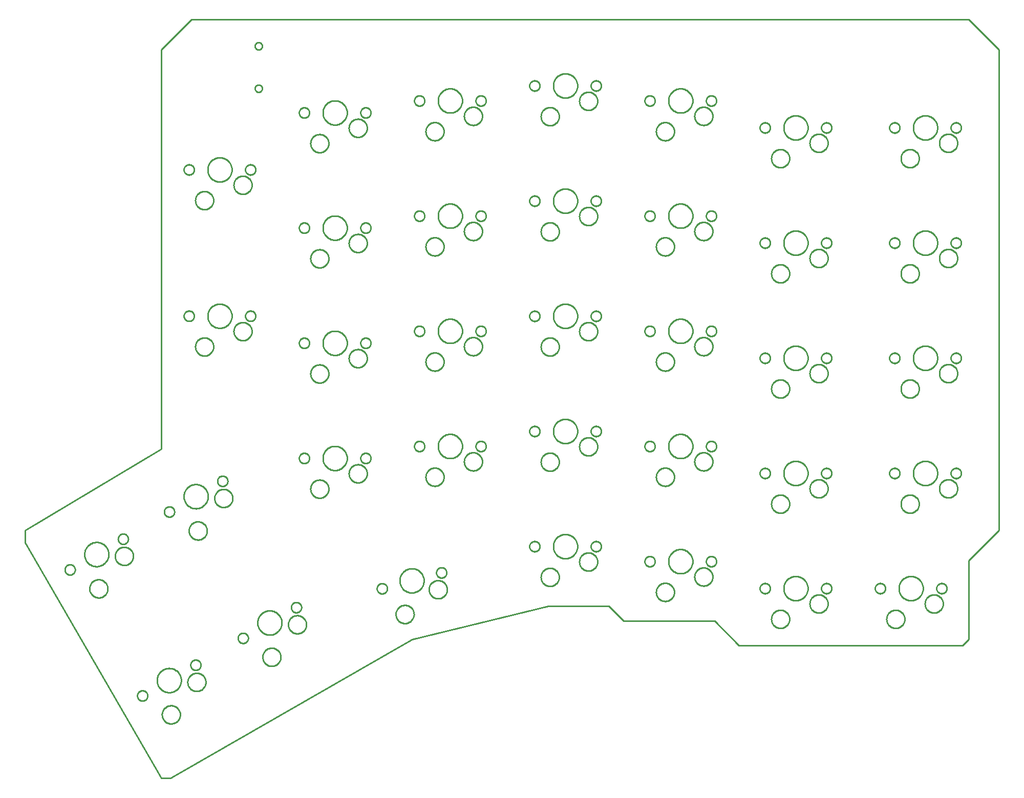
<source format=gbr>
G04 EAGLE Gerber RS-274X export*
G75*
%MOMM*%
%FSLAX34Y34*%
%LPD*%
%AMOC8*
5,1,8,0,0,1.08239X$1,22.5*%
G01*
%ADD10C,0.254000*%


D10*
X-1560000Y330000D02*
X-1335000Y-60000D01*
X-1320000Y-60000D01*
X-920000Y170000D01*
X-695000Y225000D01*
X-595000Y225000D01*
X-570000Y200000D01*
X-420000Y200000D01*
X-380000Y160000D01*
X-10000Y160000D01*
X0Y170000D01*
X0Y300000D01*
X50000Y350000D01*
X50000Y1145000D01*
X0Y1195000D01*
X-1285000Y1195000D01*
X-1335000Y1145000D01*
X-1335000Y485000D01*
X-1560000Y350000D01*
X-1560000Y330000D01*
X-51436Y1015396D02*
X-51509Y1014189D01*
X-51654Y1012989D01*
X-51872Y1011800D01*
X-52161Y1010626D01*
X-52521Y1009472D01*
X-52950Y1008342D01*
X-53446Y1007240D01*
X-54008Y1006169D01*
X-54633Y1005135D01*
X-55320Y1004140D01*
X-56065Y1003189D01*
X-56867Y1002284D01*
X-57721Y1001429D01*
X-58626Y1000628D01*
X-59578Y999882D01*
X-60572Y999195D01*
X-61607Y998570D01*
X-62677Y998008D01*
X-63780Y997512D01*
X-64910Y997083D01*
X-66064Y996724D01*
X-67238Y996435D01*
X-68427Y996217D01*
X-69627Y996071D01*
X-70833Y995998D01*
X-72042Y995998D01*
X-73249Y996071D01*
X-74448Y996217D01*
X-75637Y996435D01*
X-76811Y996724D01*
X-77965Y997083D01*
X-79095Y997512D01*
X-80198Y998008D01*
X-81268Y998570D01*
X-82303Y999195D01*
X-83297Y999882D01*
X-84249Y1000628D01*
X-85154Y1001429D01*
X-86008Y1002284D01*
X-86810Y1003189D01*
X-87556Y1004140D01*
X-88242Y1005135D01*
X-88868Y1006169D01*
X-89429Y1007240D01*
X-89925Y1008342D01*
X-90354Y1009472D01*
X-90714Y1010626D01*
X-91003Y1011800D01*
X-91221Y1012989D01*
X-91367Y1014189D01*
X-91440Y1015396D01*
X-91440Y1016604D01*
X-91367Y1017811D01*
X-91221Y1019011D01*
X-91003Y1020200D01*
X-90714Y1021374D01*
X-90354Y1022528D01*
X-89925Y1023658D01*
X-89429Y1024760D01*
X-88868Y1025831D01*
X-88242Y1026865D01*
X-87556Y1027860D01*
X-86810Y1028811D01*
X-86008Y1029716D01*
X-85154Y1030571D01*
X-84249Y1031373D01*
X-83297Y1032118D01*
X-82303Y1032805D01*
X-81268Y1033430D01*
X-80198Y1033992D01*
X-79095Y1034488D01*
X-77965Y1034917D01*
X-76811Y1035276D01*
X-75637Y1035565D01*
X-74448Y1035783D01*
X-73249Y1035929D01*
X-72042Y1036002D01*
X-70833Y1036002D01*
X-69627Y1035929D01*
X-68427Y1035783D01*
X-67238Y1035565D01*
X-66064Y1035276D01*
X-64910Y1034917D01*
X-63780Y1034488D01*
X-62677Y1033992D01*
X-61607Y1033430D01*
X-60572Y1032805D01*
X-59578Y1032118D01*
X-58626Y1031373D01*
X-57721Y1030571D01*
X-56867Y1029716D01*
X-56065Y1028811D01*
X-55320Y1027860D01*
X-54633Y1026865D01*
X-54008Y1025831D01*
X-53446Y1024760D01*
X-52950Y1023658D01*
X-52521Y1022528D01*
X-52161Y1021374D01*
X-51872Y1020200D01*
X-51654Y1019011D01*
X-51509Y1017811D01*
X-51436Y1016604D01*
X-51436Y1015396D01*
X-113738Y1015629D02*
X-113802Y1014889D01*
X-113931Y1014159D01*
X-114123Y1013442D01*
X-114377Y1012744D01*
X-114691Y1012071D01*
X-115062Y1011429D01*
X-115488Y1010821D01*
X-115965Y1010252D01*
X-116490Y1009727D01*
X-117058Y1009250D01*
X-117666Y1008824D01*
X-118309Y1008453D01*
X-118982Y1008140D01*
X-119679Y1007886D01*
X-120396Y1007694D01*
X-121127Y1007565D01*
X-121866Y1007500D01*
X-122609Y1007500D01*
X-123348Y1007565D01*
X-124079Y1007694D01*
X-124796Y1007886D01*
X-125493Y1008140D01*
X-126166Y1008453D01*
X-126809Y1008824D01*
X-127417Y1009250D01*
X-127986Y1009727D01*
X-128510Y1010252D01*
X-128987Y1010821D01*
X-129413Y1011429D01*
X-129784Y1012071D01*
X-130098Y1012744D01*
X-130352Y1013442D01*
X-130544Y1014159D01*
X-130673Y1014889D01*
X-130738Y1015629D01*
X-130738Y1016371D01*
X-130673Y1017111D01*
X-130544Y1017842D01*
X-130352Y1018558D01*
X-130098Y1019256D01*
X-129784Y1019929D01*
X-129413Y1020571D01*
X-128987Y1021179D01*
X-128510Y1021748D01*
X-127986Y1022273D01*
X-127417Y1022750D01*
X-126809Y1023176D01*
X-126166Y1023547D01*
X-125493Y1023860D01*
X-124796Y1024114D01*
X-124079Y1024306D01*
X-123348Y1024435D01*
X-122609Y1024500D01*
X-121866Y1024500D01*
X-121127Y1024435D01*
X-120396Y1024306D01*
X-119679Y1024114D01*
X-118982Y1023860D01*
X-118309Y1023547D01*
X-117666Y1023176D01*
X-117058Y1022750D01*
X-116490Y1022273D01*
X-115965Y1021748D01*
X-115488Y1021179D01*
X-115062Y1020571D01*
X-114691Y1019929D01*
X-114377Y1019256D01*
X-114123Y1018558D01*
X-113931Y1017842D01*
X-113802Y1017111D01*
X-113738Y1016371D01*
X-113738Y1015629D01*
X-12138Y1015629D02*
X-12202Y1014889D01*
X-12331Y1014159D01*
X-12523Y1013442D01*
X-12777Y1012744D01*
X-13091Y1012071D01*
X-13462Y1011429D01*
X-13888Y1010821D01*
X-14365Y1010252D01*
X-14890Y1009727D01*
X-15458Y1009250D01*
X-16066Y1008824D01*
X-16709Y1008453D01*
X-17382Y1008140D01*
X-18079Y1007886D01*
X-18796Y1007694D01*
X-19527Y1007565D01*
X-20266Y1007500D01*
X-21009Y1007500D01*
X-21748Y1007565D01*
X-22479Y1007694D01*
X-23196Y1007886D01*
X-23893Y1008140D01*
X-24566Y1008453D01*
X-25209Y1008824D01*
X-25817Y1009250D01*
X-26386Y1009727D01*
X-26910Y1010252D01*
X-27387Y1010821D01*
X-27813Y1011429D01*
X-28184Y1012071D01*
X-28498Y1012744D01*
X-28752Y1013442D01*
X-28944Y1014159D01*
X-29073Y1014889D01*
X-29138Y1015629D01*
X-29138Y1016371D01*
X-29073Y1017111D01*
X-28944Y1017842D01*
X-28752Y1018558D01*
X-28498Y1019256D01*
X-28184Y1019929D01*
X-27813Y1020571D01*
X-27387Y1021179D01*
X-26910Y1021748D01*
X-26386Y1022273D01*
X-25817Y1022750D01*
X-25209Y1023176D01*
X-24566Y1023547D01*
X-23893Y1023860D01*
X-23196Y1024114D01*
X-22479Y1024306D01*
X-21748Y1024435D01*
X-21009Y1024500D01*
X-20266Y1024500D01*
X-19527Y1024435D01*
X-18796Y1024306D01*
X-18079Y1024114D01*
X-17382Y1023860D01*
X-16709Y1023547D01*
X-16066Y1023176D01*
X-15458Y1022750D01*
X-14890Y1022273D01*
X-14365Y1021748D01*
X-13888Y1021179D01*
X-13462Y1020571D01*
X-13091Y1019929D01*
X-12777Y1019256D01*
X-12523Y1018558D01*
X-12331Y1017842D01*
X-12202Y1017111D01*
X-12138Y1016371D01*
X-12138Y1015629D01*
X-18338Y990064D02*
X-18414Y988996D01*
X-18566Y987935D01*
X-18794Y986888D01*
X-19096Y985860D01*
X-19470Y984856D01*
X-19916Y983881D01*
X-20429Y982941D01*
X-21008Y982040D01*
X-21650Y981182D01*
X-22352Y980372D01*
X-23110Y979615D01*
X-23919Y978913D01*
X-24777Y978271D01*
X-25679Y977692D01*
X-26619Y977178D01*
X-27594Y976733D01*
X-28598Y976359D01*
X-29626Y976057D01*
X-30673Y975829D01*
X-31733Y975676D01*
X-32802Y975600D01*
X-33873Y975600D01*
X-34942Y975676D01*
X-36003Y975829D01*
X-37049Y976057D01*
X-38078Y976359D01*
X-39081Y976733D01*
X-40056Y977178D01*
X-40996Y977692D01*
X-41898Y978271D01*
X-42756Y978913D01*
X-43565Y979615D01*
X-44323Y980372D01*
X-45025Y981182D01*
X-45667Y982040D01*
X-46246Y982941D01*
X-46759Y983881D01*
X-47205Y984856D01*
X-47579Y985860D01*
X-47881Y986888D01*
X-48109Y987935D01*
X-48261Y988996D01*
X-48338Y990064D01*
X-48338Y991136D01*
X-48261Y992204D01*
X-48109Y993265D01*
X-47881Y994312D01*
X-47579Y995340D01*
X-47205Y996344D01*
X-46759Y997319D01*
X-46246Y998259D01*
X-45667Y999160D01*
X-45025Y1000018D01*
X-44323Y1000828D01*
X-43565Y1001585D01*
X-42756Y1002287D01*
X-41898Y1002929D01*
X-40996Y1003508D01*
X-40056Y1004022D01*
X-39081Y1004467D01*
X-38078Y1004841D01*
X-37049Y1005143D01*
X-36003Y1005371D01*
X-34942Y1005524D01*
X-33873Y1005600D01*
X-32802Y1005600D01*
X-31733Y1005524D01*
X-30673Y1005371D01*
X-29626Y1005143D01*
X-28598Y1004841D01*
X-27594Y1004467D01*
X-26619Y1004022D01*
X-25679Y1003508D01*
X-24777Y1002929D01*
X-23919Y1002287D01*
X-23110Y1001585D01*
X-22352Y1000828D01*
X-21650Y1000018D01*
X-21008Y999160D01*
X-20429Y998259D01*
X-19916Y997319D01*
X-19470Y996344D01*
X-19096Y995340D01*
X-18794Y994312D01*
X-18566Y993265D01*
X-18414Y992204D01*
X-18338Y991136D01*
X-18338Y990064D01*
X-81838Y964664D02*
X-81914Y963596D01*
X-82066Y962535D01*
X-82294Y961488D01*
X-82596Y960460D01*
X-82970Y959456D01*
X-83416Y958481D01*
X-83929Y957541D01*
X-84508Y956640D01*
X-85150Y955782D01*
X-85852Y954972D01*
X-86610Y954215D01*
X-87419Y953513D01*
X-88277Y952871D01*
X-89179Y952292D01*
X-90119Y951778D01*
X-91094Y951333D01*
X-92098Y950959D01*
X-93126Y950657D01*
X-94173Y950429D01*
X-95233Y950276D01*
X-96302Y950200D01*
X-97373Y950200D01*
X-98442Y950276D01*
X-99503Y950429D01*
X-100549Y950657D01*
X-101578Y950959D01*
X-102581Y951333D01*
X-103556Y951778D01*
X-104496Y952292D01*
X-105398Y952871D01*
X-106256Y953513D01*
X-107065Y954215D01*
X-107823Y954972D01*
X-108525Y955782D01*
X-109167Y956640D01*
X-109746Y957541D01*
X-110259Y958481D01*
X-110705Y959456D01*
X-111079Y960460D01*
X-111381Y961488D01*
X-111609Y962535D01*
X-111761Y963596D01*
X-111838Y964664D01*
X-111838Y965736D01*
X-111761Y966804D01*
X-111609Y967865D01*
X-111381Y968912D01*
X-111079Y969940D01*
X-110705Y970944D01*
X-110259Y971919D01*
X-109746Y972859D01*
X-109167Y973760D01*
X-108525Y974618D01*
X-107823Y975428D01*
X-107065Y976185D01*
X-106256Y976887D01*
X-105398Y977529D01*
X-104496Y978108D01*
X-103556Y978622D01*
X-102581Y979067D01*
X-101578Y979441D01*
X-100549Y979743D01*
X-99503Y979971D01*
X-98442Y980124D01*
X-97373Y980200D01*
X-96302Y980200D01*
X-95233Y980124D01*
X-94173Y979971D01*
X-93126Y979743D01*
X-92098Y979441D01*
X-91094Y979067D01*
X-90119Y978622D01*
X-89179Y978108D01*
X-88277Y977529D01*
X-87419Y976887D01*
X-86610Y976185D01*
X-85852Y975428D01*
X-85150Y974618D01*
X-84508Y973760D01*
X-83929Y972859D01*
X-83416Y971919D01*
X-82970Y970944D01*
X-82596Y969940D01*
X-82294Y968912D01*
X-82066Y967865D01*
X-81914Y966804D01*
X-81838Y965736D01*
X-81838Y964664D01*
X-646748Y1084833D02*
X-646821Y1083627D01*
X-646967Y1082427D01*
X-647185Y1081238D01*
X-647474Y1080064D01*
X-647833Y1078910D01*
X-648262Y1077780D01*
X-648758Y1076677D01*
X-649320Y1075607D01*
X-649945Y1074572D01*
X-650632Y1073578D01*
X-651378Y1072626D01*
X-652179Y1071721D01*
X-653034Y1070867D01*
X-653939Y1070065D01*
X-654890Y1069320D01*
X-655885Y1068633D01*
X-656919Y1068008D01*
X-657990Y1067446D01*
X-659092Y1066950D01*
X-660222Y1066521D01*
X-661376Y1066161D01*
X-662550Y1065872D01*
X-663739Y1065654D01*
X-664939Y1065509D01*
X-666146Y1065436D01*
X-667354Y1065436D01*
X-668561Y1065509D01*
X-669761Y1065654D01*
X-670950Y1065872D01*
X-672124Y1066161D01*
X-673278Y1066521D01*
X-674408Y1066950D01*
X-675510Y1067446D01*
X-676581Y1068008D01*
X-677615Y1068633D01*
X-678610Y1069320D01*
X-679561Y1070065D01*
X-680466Y1070867D01*
X-681321Y1071721D01*
X-682123Y1072626D01*
X-682868Y1073578D01*
X-683555Y1074572D01*
X-684180Y1075607D01*
X-684742Y1076677D01*
X-685238Y1077780D01*
X-685667Y1078910D01*
X-686026Y1080064D01*
X-686315Y1081238D01*
X-686533Y1082427D01*
X-686679Y1083627D01*
X-686752Y1084833D01*
X-686752Y1086042D01*
X-686679Y1087249D01*
X-686533Y1088448D01*
X-686315Y1089637D01*
X-686026Y1090811D01*
X-685667Y1091965D01*
X-685238Y1093095D01*
X-684742Y1094198D01*
X-684180Y1095268D01*
X-683555Y1096303D01*
X-682868Y1097297D01*
X-682123Y1098249D01*
X-681321Y1099154D01*
X-680466Y1100008D01*
X-679561Y1100810D01*
X-678610Y1101556D01*
X-677615Y1102242D01*
X-676581Y1102868D01*
X-675510Y1103429D01*
X-674408Y1103925D01*
X-673278Y1104354D01*
X-672124Y1104714D01*
X-670950Y1105003D01*
X-669761Y1105221D01*
X-668561Y1105367D01*
X-667354Y1105440D01*
X-666146Y1105440D01*
X-664939Y1105367D01*
X-663739Y1105221D01*
X-662550Y1105003D01*
X-661376Y1104714D01*
X-660222Y1104354D01*
X-659092Y1103925D01*
X-657990Y1103429D01*
X-656919Y1102868D01*
X-655885Y1102242D01*
X-654890Y1101556D01*
X-653939Y1100810D01*
X-653034Y1100008D01*
X-652179Y1099154D01*
X-651378Y1098249D01*
X-650632Y1097297D01*
X-649945Y1096303D01*
X-649320Y1095268D01*
X-648758Y1094198D01*
X-648262Y1093095D01*
X-647833Y1091965D01*
X-647474Y1090811D01*
X-647185Y1089637D01*
X-646967Y1088448D01*
X-646821Y1087249D01*
X-646748Y1086042D01*
X-646748Y1084833D01*
X-709050Y1085066D02*
X-709115Y1084327D01*
X-709244Y1083596D01*
X-709436Y1082879D01*
X-709690Y1082182D01*
X-710003Y1081509D01*
X-710374Y1080866D01*
X-710800Y1080258D01*
X-711277Y1079690D01*
X-711802Y1079165D01*
X-712371Y1078688D01*
X-712979Y1078262D01*
X-713621Y1077891D01*
X-714294Y1077577D01*
X-714992Y1077323D01*
X-715709Y1077131D01*
X-716439Y1077002D01*
X-717179Y1076938D01*
X-717921Y1076938D01*
X-718661Y1077002D01*
X-719392Y1077131D01*
X-720108Y1077323D01*
X-720806Y1077577D01*
X-721479Y1077891D01*
X-722121Y1078262D01*
X-722729Y1078688D01*
X-723298Y1079165D01*
X-723823Y1079690D01*
X-724300Y1080258D01*
X-724726Y1080866D01*
X-725097Y1081509D01*
X-725410Y1082182D01*
X-725664Y1082879D01*
X-725856Y1083596D01*
X-725985Y1084327D01*
X-726050Y1085066D01*
X-726050Y1085809D01*
X-725985Y1086548D01*
X-725856Y1087279D01*
X-725664Y1087996D01*
X-725410Y1088693D01*
X-725097Y1089366D01*
X-724726Y1090009D01*
X-724300Y1090617D01*
X-723823Y1091186D01*
X-723298Y1091710D01*
X-722729Y1092187D01*
X-722121Y1092613D01*
X-721479Y1092984D01*
X-720806Y1093298D01*
X-720108Y1093552D01*
X-719392Y1093744D01*
X-718661Y1093873D01*
X-717921Y1093938D01*
X-717179Y1093938D01*
X-716439Y1093873D01*
X-715709Y1093744D01*
X-714992Y1093552D01*
X-714294Y1093298D01*
X-713621Y1092984D01*
X-712979Y1092613D01*
X-712371Y1092187D01*
X-711802Y1091710D01*
X-711277Y1091186D01*
X-710800Y1090617D01*
X-710374Y1090009D01*
X-710003Y1089366D01*
X-709690Y1088693D01*
X-709436Y1087996D01*
X-709244Y1087279D01*
X-709115Y1086548D01*
X-709050Y1085809D01*
X-709050Y1085066D01*
X-607450Y1085066D02*
X-607515Y1084327D01*
X-607644Y1083596D01*
X-607836Y1082879D01*
X-608090Y1082182D01*
X-608403Y1081509D01*
X-608774Y1080866D01*
X-609200Y1080258D01*
X-609677Y1079690D01*
X-610202Y1079165D01*
X-610771Y1078688D01*
X-611379Y1078262D01*
X-612021Y1077891D01*
X-612694Y1077577D01*
X-613392Y1077323D01*
X-614109Y1077131D01*
X-614839Y1077002D01*
X-615579Y1076938D01*
X-616321Y1076938D01*
X-617061Y1077002D01*
X-617792Y1077131D01*
X-618508Y1077323D01*
X-619206Y1077577D01*
X-619879Y1077891D01*
X-620521Y1078262D01*
X-621129Y1078688D01*
X-621698Y1079165D01*
X-622223Y1079690D01*
X-622700Y1080258D01*
X-623126Y1080866D01*
X-623497Y1081509D01*
X-623810Y1082182D01*
X-624064Y1082879D01*
X-624256Y1083596D01*
X-624385Y1084327D01*
X-624450Y1085066D01*
X-624450Y1085809D01*
X-624385Y1086548D01*
X-624256Y1087279D01*
X-624064Y1087996D01*
X-623810Y1088693D01*
X-623497Y1089366D01*
X-623126Y1090009D01*
X-622700Y1090617D01*
X-622223Y1091186D01*
X-621698Y1091710D01*
X-621129Y1092187D01*
X-620521Y1092613D01*
X-619879Y1092984D01*
X-619206Y1093298D01*
X-618508Y1093552D01*
X-617792Y1093744D01*
X-617061Y1093873D01*
X-616321Y1093938D01*
X-615579Y1093938D01*
X-614839Y1093873D01*
X-614109Y1093744D01*
X-613392Y1093552D01*
X-612694Y1093298D01*
X-612021Y1092984D01*
X-611379Y1092613D01*
X-610771Y1092187D01*
X-610202Y1091710D01*
X-609677Y1091186D01*
X-609200Y1090617D01*
X-608774Y1090009D01*
X-608403Y1089366D01*
X-608090Y1088693D01*
X-607836Y1087996D01*
X-607644Y1087279D01*
X-607515Y1086548D01*
X-607450Y1085809D01*
X-607450Y1085066D01*
X-613650Y1059502D02*
X-613726Y1058433D01*
X-613879Y1057373D01*
X-614107Y1056326D01*
X-614409Y1055298D01*
X-614783Y1054294D01*
X-615228Y1053319D01*
X-615742Y1052379D01*
X-616321Y1051477D01*
X-616963Y1050619D01*
X-617665Y1049810D01*
X-618422Y1049052D01*
X-619232Y1048350D01*
X-620090Y1047708D01*
X-620991Y1047129D01*
X-621931Y1046616D01*
X-622906Y1046170D01*
X-623910Y1045796D01*
X-624938Y1045494D01*
X-625985Y1045266D01*
X-627046Y1045114D01*
X-628114Y1045038D01*
X-629186Y1045038D01*
X-630254Y1045114D01*
X-631315Y1045266D01*
X-632362Y1045494D01*
X-633390Y1045796D01*
X-634394Y1046170D01*
X-635369Y1046616D01*
X-636309Y1047129D01*
X-637210Y1047708D01*
X-638068Y1048350D01*
X-638878Y1049052D01*
X-639635Y1049810D01*
X-640337Y1050619D01*
X-640979Y1051477D01*
X-641558Y1052379D01*
X-642072Y1053319D01*
X-642517Y1054294D01*
X-642891Y1055298D01*
X-643193Y1056326D01*
X-643421Y1057373D01*
X-643574Y1058433D01*
X-643650Y1059502D01*
X-643650Y1060573D01*
X-643574Y1061642D01*
X-643421Y1062703D01*
X-643193Y1063749D01*
X-642891Y1064778D01*
X-642517Y1065781D01*
X-642072Y1066756D01*
X-641558Y1067696D01*
X-640979Y1068598D01*
X-640337Y1069456D01*
X-639635Y1070265D01*
X-638878Y1071023D01*
X-638068Y1071725D01*
X-637210Y1072367D01*
X-636309Y1072946D01*
X-635369Y1073459D01*
X-634394Y1073905D01*
X-633390Y1074279D01*
X-632362Y1074581D01*
X-631315Y1074809D01*
X-630254Y1074961D01*
X-629186Y1075038D01*
X-628114Y1075038D01*
X-627046Y1074961D01*
X-625985Y1074809D01*
X-624938Y1074581D01*
X-623910Y1074279D01*
X-622906Y1073905D01*
X-621931Y1073459D01*
X-620991Y1072946D01*
X-620090Y1072367D01*
X-619232Y1071725D01*
X-618422Y1071023D01*
X-617665Y1070265D01*
X-616963Y1069456D01*
X-616321Y1068598D01*
X-615742Y1067696D01*
X-615228Y1066756D01*
X-614783Y1065781D01*
X-614409Y1064778D01*
X-614107Y1063749D01*
X-613879Y1062703D01*
X-613726Y1061642D01*
X-613650Y1060573D01*
X-613650Y1059502D01*
X-677150Y1034102D02*
X-677226Y1033033D01*
X-677379Y1031973D01*
X-677607Y1030926D01*
X-677909Y1029898D01*
X-678283Y1028894D01*
X-678728Y1027919D01*
X-679242Y1026979D01*
X-679821Y1026077D01*
X-680463Y1025219D01*
X-681165Y1024410D01*
X-681922Y1023652D01*
X-682732Y1022950D01*
X-683590Y1022308D01*
X-684491Y1021729D01*
X-685431Y1021216D01*
X-686406Y1020770D01*
X-687410Y1020396D01*
X-688438Y1020094D01*
X-689485Y1019866D01*
X-690546Y1019714D01*
X-691614Y1019638D01*
X-692686Y1019638D01*
X-693754Y1019714D01*
X-694815Y1019866D01*
X-695862Y1020094D01*
X-696890Y1020396D01*
X-697894Y1020770D01*
X-698869Y1021216D01*
X-699809Y1021729D01*
X-700710Y1022308D01*
X-701568Y1022950D01*
X-702378Y1023652D01*
X-703135Y1024410D01*
X-703837Y1025219D01*
X-704479Y1026077D01*
X-705058Y1026979D01*
X-705572Y1027919D01*
X-706017Y1028894D01*
X-706391Y1029898D01*
X-706693Y1030926D01*
X-706921Y1031973D01*
X-707074Y1033033D01*
X-707150Y1034102D01*
X-707150Y1035173D01*
X-707074Y1036242D01*
X-706921Y1037303D01*
X-706693Y1038349D01*
X-706391Y1039378D01*
X-706017Y1040381D01*
X-705572Y1041356D01*
X-705058Y1042296D01*
X-704479Y1043198D01*
X-703837Y1044056D01*
X-703135Y1044865D01*
X-702378Y1045623D01*
X-701568Y1046325D01*
X-700710Y1046967D01*
X-699809Y1047546D01*
X-698869Y1048059D01*
X-697894Y1048505D01*
X-696890Y1048879D01*
X-695862Y1049181D01*
X-694815Y1049409D01*
X-693754Y1049561D01*
X-692686Y1049638D01*
X-691614Y1049638D01*
X-690546Y1049561D01*
X-689485Y1049409D01*
X-688438Y1049181D01*
X-687410Y1048879D01*
X-686406Y1048505D01*
X-685431Y1048059D01*
X-684491Y1047546D01*
X-683590Y1046967D01*
X-682732Y1046325D01*
X-681922Y1045623D01*
X-681165Y1044865D01*
X-680463Y1044056D01*
X-679821Y1043198D01*
X-679242Y1042296D01*
X-678728Y1041356D01*
X-678283Y1040381D01*
X-677909Y1039378D01*
X-677607Y1038349D01*
X-677379Y1037303D01*
X-677226Y1036242D01*
X-677150Y1035173D01*
X-677150Y1034102D01*
X-456248Y1060021D02*
X-456321Y1058814D01*
X-456467Y1057614D01*
X-456685Y1056425D01*
X-456974Y1055251D01*
X-457333Y1054097D01*
X-457762Y1052967D01*
X-458258Y1051865D01*
X-458820Y1050794D01*
X-459445Y1049760D01*
X-460132Y1048765D01*
X-460878Y1047814D01*
X-461679Y1046909D01*
X-462534Y1046054D01*
X-463439Y1045253D01*
X-464390Y1044507D01*
X-465385Y1043820D01*
X-466419Y1043195D01*
X-467490Y1042633D01*
X-468592Y1042137D01*
X-469722Y1041708D01*
X-470876Y1041349D01*
X-472050Y1041060D01*
X-473239Y1040842D01*
X-474439Y1040696D01*
X-475646Y1040623D01*
X-476854Y1040623D01*
X-478061Y1040696D01*
X-479261Y1040842D01*
X-480450Y1041060D01*
X-481624Y1041349D01*
X-482778Y1041708D01*
X-483908Y1042137D01*
X-485010Y1042633D01*
X-486081Y1043195D01*
X-487115Y1043820D01*
X-488110Y1044507D01*
X-489061Y1045253D01*
X-489966Y1046054D01*
X-490821Y1046909D01*
X-491623Y1047814D01*
X-492368Y1048765D01*
X-493055Y1049760D01*
X-493680Y1050794D01*
X-494242Y1051865D01*
X-494738Y1052967D01*
X-495167Y1054097D01*
X-495526Y1055251D01*
X-495815Y1056425D01*
X-496033Y1057614D01*
X-496179Y1058814D01*
X-496252Y1060021D01*
X-496252Y1061229D01*
X-496179Y1062436D01*
X-496033Y1063636D01*
X-495815Y1064825D01*
X-495526Y1065999D01*
X-495167Y1067153D01*
X-494738Y1068283D01*
X-494242Y1069385D01*
X-493680Y1070456D01*
X-493055Y1071490D01*
X-492368Y1072485D01*
X-491623Y1073436D01*
X-490821Y1074341D01*
X-489966Y1075196D01*
X-489061Y1075998D01*
X-488110Y1076743D01*
X-487115Y1077430D01*
X-486081Y1078055D01*
X-485010Y1078617D01*
X-483908Y1079113D01*
X-482778Y1079542D01*
X-481624Y1079901D01*
X-480450Y1080190D01*
X-479261Y1080408D01*
X-478061Y1080554D01*
X-476854Y1080627D01*
X-475646Y1080627D01*
X-474439Y1080554D01*
X-473239Y1080408D01*
X-472050Y1080190D01*
X-470876Y1079901D01*
X-469722Y1079542D01*
X-468592Y1079113D01*
X-467490Y1078617D01*
X-466419Y1078055D01*
X-465385Y1077430D01*
X-464390Y1076743D01*
X-463439Y1075998D01*
X-462534Y1075196D01*
X-461679Y1074341D01*
X-460878Y1073436D01*
X-460132Y1072485D01*
X-459445Y1071490D01*
X-458820Y1070456D01*
X-458258Y1069385D01*
X-457762Y1068283D01*
X-457333Y1067153D01*
X-456974Y1065999D01*
X-456685Y1064825D01*
X-456467Y1063636D01*
X-456321Y1062436D01*
X-456248Y1061229D01*
X-456248Y1060021D01*
X-518550Y1060254D02*
X-518615Y1059514D01*
X-518744Y1058784D01*
X-518936Y1058067D01*
X-519190Y1057369D01*
X-519503Y1056696D01*
X-519874Y1056054D01*
X-520300Y1055446D01*
X-520777Y1054877D01*
X-521302Y1054352D01*
X-521871Y1053875D01*
X-522479Y1053449D01*
X-523121Y1053078D01*
X-523794Y1052765D01*
X-524492Y1052511D01*
X-525209Y1052319D01*
X-525939Y1052190D01*
X-526679Y1052125D01*
X-527421Y1052125D01*
X-528161Y1052190D01*
X-528892Y1052319D01*
X-529608Y1052511D01*
X-530306Y1052765D01*
X-530979Y1053078D01*
X-531621Y1053449D01*
X-532229Y1053875D01*
X-532798Y1054352D01*
X-533323Y1054877D01*
X-533800Y1055446D01*
X-534226Y1056054D01*
X-534597Y1056696D01*
X-534910Y1057369D01*
X-535164Y1058067D01*
X-535356Y1058784D01*
X-535485Y1059514D01*
X-535550Y1060254D01*
X-535550Y1060996D01*
X-535485Y1061736D01*
X-535356Y1062467D01*
X-535164Y1063183D01*
X-534910Y1063881D01*
X-534597Y1064554D01*
X-534226Y1065196D01*
X-533800Y1065804D01*
X-533323Y1066373D01*
X-532798Y1066898D01*
X-532229Y1067375D01*
X-531621Y1067801D01*
X-530979Y1068172D01*
X-530306Y1068485D01*
X-529608Y1068739D01*
X-528892Y1068931D01*
X-528161Y1069060D01*
X-527421Y1069125D01*
X-526679Y1069125D01*
X-525939Y1069060D01*
X-525209Y1068931D01*
X-524492Y1068739D01*
X-523794Y1068485D01*
X-523121Y1068172D01*
X-522479Y1067801D01*
X-521871Y1067375D01*
X-521302Y1066898D01*
X-520777Y1066373D01*
X-520300Y1065804D01*
X-519874Y1065196D01*
X-519503Y1064554D01*
X-519190Y1063881D01*
X-518936Y1063183D01*
X-518744Y1062467D01*
X-518615Y1061736D01*
X-518550Y1060996D01*
X-518550Y1060254D01*
X-416950Y1060254D02*
X-417015Y1059514D01*
X-417144Y1058784D01*
X-417336Y1058067D01*
X-417590Y1057369D01*
X-417903Y1056696D01*
X-418274Y1056054D01*
X-418700Y1055446D01*
X-419177Y1054877D01*
X-419702Y1054352D01*
X-420271Y1053875D01*
X-420879Y1053449D01*
X-421521Y1053078D01*
X-422194Y1052765D01*
X-422892Y1052511D01*
X-423609Y1052319D01*
X-424339Y1052190D01*
X-425079Y1052125D01*
X-425821Y1052125D01*
X-426561Y1052190D01*
X-427292Y1052319D01*
X-428008Y1052511D01*
X-428706Y1052765D01*
X-429379Y1053078D01*
X-430021Y1053449D01*
X-430629Y1053875D01*
X-431198Y1054352D01*
X-431723Y1054877D01*
X-432200Y1055446D01*
X-432626Y1056054D01*
X-432997Y1056696D01*
X-433310Y1057369D01*
X-433564Y1058067D01*
X-433756Y1058784D01*
X-433885Y1059514D01*
X-433950Y1060254D01*
X-433950Y1060996D01*
X-433885Y1061736D01*
X-433756Y1062467D01*
X-433564Y1063183D01*
X-433310Y1063881D01*
X-432997Y1064554D01*
X-432626Y1065196D01*
X-432200Y1065804D01*
X-431723Y1066373D01*
X-431198Y1066898D01*
X-430629Y1067375D01*
X-430021Y1067801D01*
X-429379Y1068172D01*
X-428706Y1068485D01*
X-428008Y1068739D01*
X-427292Y1068931D01*
X-426561Y1069060D01*
X-425821Y1069125D01*
X-425079Y1069125D01*
X-424339Y1069060D01*
X-423609Y1068931D01*
X-422892Y1068739D01*
X-422194Y1068485D01*
X-421521Y1068172D01*
X-420879Y1067801D01*
X-420271Y1067375D01*
X-419702Y1066898D01*
X-419177Y1066373D01*
X-418700Y1065804D01*
X-418274Y1065196D01*
X-417903Y1064554D01*
X-417590Y1063881D01*
X-417336Y1063183D01*
X-417144Y1062467D01*
X-417015Y1061736D01*
X-416950Y1060996D01*
X-416950Y1060254D01*
X-423150Y1034689D02*
X-423226Y1033621D01*
X-423379Y1032560D01*
X-423607Y1031513D01*
X-423909Y1030485D01*
X-424283Y1029481D01*
X-424728Y1028506D01*
X-425242Y1027566D01*
X-425821Y1026665D01*
X-426463Y1025807D01*
X-427165Y1024997D01*
X-427922Y1024240D01*
X-428732Y1023538D01*
X-429590Y1022896D01*
X-430491Y1022317D01*
X-431431Y1021803D01*
X-432406Y1021358D01*
X-433410Y1020984D01*
X-434438Y1020682D01*
X-435485Y1020454D01*
X-436546Y1020301D01*
X-437614Y1020225D01*
X-438686Y1020225D01*
X-439754Y1020301D01*
X-440815Y1020454D01*
X-441862Y1020682D01*
X-442890Y1020984D01*
X-443894Y1021358D01*
X-444869Y1021803D01*
X-445809Y1022317D01*
X-446710Y1022896D01*
X-447568Y1023538D01*
X-448378Y1024240D01*
X-449135Y1024997D01*
X-449837Y1025807D01*
X-450479Y1026665D01*
X-451058Y1027566D01*
X-451572Y1028506D01*
X-452017Y1029481D01*
X-452391Y1030485D01*
X-452693Y1031513D01*
X-452921Y1032560D01*
X-453074Y1033621D01*
X-453150Y1034689D01*
X-453150Y1035761D01*
X-453074Y1036829D01*
X-452921Y1037890D01*
X-452693Y1038937D01*
X-452391Y1039965D01*
X-452017Y1040969D01*
X-451572Y1041944D01*
X-451058Y1042884D01*
X-450479Y1043785D01*
X-449837Y1044643D01*
X-449135Y1045453D01*
X-448378Y1046210D01*
X-447568Y1046912D01*
X-446710Y1047554D01*
X-445809Y1048133D01*
X-444869Y1048647D01*
X-443894Y1049092D01*
X-442890Y1049466D01*
X-441862Y1049768D01*
X-440815Y1049996D01*
X-439754Y1050149D01*
X-438686Y1050225D01*
X-437614Y1050225D01*
X-436546Y1050149D01*
X-435485Y1049996D01*
X-434438Y1049768D01*
X-433410Y1049466D01*
X-432406Y1049092D01*
X-431431Y1048647D01*
X-430491Y1048133D01*
X-429590Y1047554D01*
X-428732Y1046912D01*
X-427922Y1046210D01*
X-427165Y1045453D01*
X-426463Y1044643D01*
X-425821Y1043785D01*
X-425242Y1042884D01*
X-424728Y1041944D01*
X-424283Y1040969D01*
X-423909Y1039965D01*
X-423607Y1038937D01*
X-423379Y1037890D01*
X-423226Y1036829D01*
X-423150Y1035761D01*
X-423150Y1034689D01*
X-486650Y1009289D02*
X-486726Y1008221D01*
X-486879Y1007160D01*
X-487107Y1006113D01*
X-487409Y1005085D01*
X-487783Y1004081D01*
X-488228Y1003106D01*
X-488742Y1002166D01*
X-489321Y1001265D01*
X-489963Y1000407D01*
X-490665Y999597D01*
X-491422Y998840D01*
X-492232Y998138D01*
X-493090Y997496D01*
X-493991Y996917D01*
X-494931Y996403D01*
X-495906Y995958D01*
X-496910Y995584D01*
X-497938Y995282D01*
X-498985Y995054D01*
X-500046Y994901D01*
X-501114Y994825D01*
X-502186Y994825D01*
X-503254Y994901D01*
X-504315Y995054D01*
X-505362Y995282D01*
X-506390Y995584D01*
X-507394Y995958D01*
X-508369Y996403D01*
X-509309Y996917D01*
X-510210Y997496D01*
X-511068Y998138D01*
X-511878Y998840D01*
X-512635Y999597D01*
X-513337Y1000407D01*
X-513979Y1001265D01*
X-514558Y1002166D01*
X-515072Y1003106D01*
X-515517Y1004081D01*
X-515891Y1005085D01*
X-516193Y1006113D01*
X-516421Y1007160D01*
X-516574Y1008221D01*
X-516650Y1009289D01*
X-516650Y1010361D01*
X-516574Y1011429D01*
X-516421Y1012490D01*
X-516193Y1013537D01*
X-515891Y1014565D01*
X-515517Y1015569D01*
X-515072Y1016544D01*
X-514558Y1017484D01*
X-513979Y1018385D01*
X-513337Y1019243D01*
X-512635Y1020053D01*
X-511878Y1020810D01*
X-511068Y1021512D01*
X-510210Y1022154D01*
X-509309Y1022733D01*
X-508369Y1023247D01*
X-507394Y1023692D01*
X-506390Y1024066D01*
X-505362Y1024368D01*
X-504315Y1024596D01*
X-503254Y1024749D01*
X-502186Y1024825D01*
X-501114Y1024825D01*
X-500046Y1024749D01*
X-498985Y1024596D01*
X-497938Y1024368D01*
X-496910Y1024066D01*
X-495906Y1023692D01*
X-494931Y1023247D01*
X-493991Y1022733D01*
X-493090Y1022154D01*
X-492232Y1021512D01*
X-491422Y1020810D01*
X-490665Y1020053D01*
X-489963Y1019243D01*
X-489321Y1018385D01*
X-488742Y1017484D01*
X-488228Y1016544D01*
X-487783Y1015569D01*
X-487409Y1014565D01*
X-487107Y1013537D01*
X-486879Y1012490D01*
X-486726Y1011429D01*
X-486650Y1010361D01*
X-486650Y1009289D01*
X-837248Y1060021D02*
X-837321Y1058814D01*
X-837467Y1057614D01*
X-837685Y1056425D01*
X-837974Y1055251D01*
X-838333Y1054097D01*
X-838762Y1052967D01*
X-839258Y1051865D01*
X-839820Y1050794D01*
X-840445Y1049760D01*
X-841132Y1048765D01*
X-841878Y1047814D01*
X-842679Y1046909D01*
X-843534Y1046054D01*
X-844439Y1045253D01*
X-845390Y1044507D01*
X-846385Y1043820D01*
X-847419Y1043195D01*
X-848490Y1042633D01*
X-849592Y1042137D01*
X-850722Y1041708D01*
X-851876Y1041349D01*
X-853050Y1041060D01*
X-854239Y1040842D01*
X-855439Y1040696D01*
X-856646Y1040623D01*
X-857854Y1040623D01*
X-859061Y1040696D01*
X-860261Y1040842D01*
X-861450Y1041060D01*
X-862624Y1041349D01*
X-863778Y1041708D01*
X-864908Y1042137D01*
X-866010Y1042633D01*
X-867081Y1043195D01*
X-868115Y1043820D01*
X-869110Y1044507D01*
X-870061Y1045253D01*
X-870966Y1046054D01*
X-871821Y1046909D01*
X-872623Y1047814D01*
X-873368Y1048765D01*
X-874055Y1049760D01*
X-874680Y1050794D01*
X-875242Y1051865D01*
X-875738Y1052967D01*
X-876167Y1054097D01*
X-876526Y1055251D01*
X-876815Y1056425D01*
X-877033Y1057614D01*
X-877179Y1058814D01*
X-877252Y1060021D01*
X-877252Y1061229D01*
X-877179Y1062436D01*
X-877033Y1063636D01*
X-876815Y1064825D01*
X-876526Y1065999D01*
X-876167Y1067153D01*
X-875738Y1068283D01*
X-875242Y1069385D01*
X-874680Y1070456D01*
X-874055Y1071490D01*
X-873368Y1072485D01*
X-872623Y1073436D01*
X-871821Y1074341D01*
X-870966Y1075196D01*
X-870061Y1075998D01*
X-869110Y1076743D01*
X-868115Y1077430D01*
X-867081Y1078055D01*
X-866010Y1078617D01*
X-864908Y1079113D01*
X-863778Y1079542D01*
X-862624Y1079901D01*
X-861450Y1080190D01*
X-860261Y1080408D01*
X-859061Y1080554D01*
X-857854Y1080627D01*
X-856646Y1080627D01*
X-855439Y1080554D01*
X-854239Y1080408D01*
X-853050Y1080190D01*
X-851876Y1079901D01*
X-850722Y1079542D01*
X-849592Y1079113D01*
X-848490Y1078617D01*
X-847419Y1078055D01*
X-846385Y1077430D01*
X-845390Y1076743D01*
X-844439Y1075998D01*
X-843534Y1075196D01*
X-842679Y1074341D01*
X-841878Y1073436D01*
X-841132Y1072485D01*
X-840445Y1071490D01*
X-839820Y1070456D01*
X-839258Y1069385D01*
X-838762Y1068283D01*
X-838333Y1067153D01*
X-837974Y1065999D01*
X-837685Y1064825D01*
X-837467Y1063636D01*
X-837321Y1062436D01*
X-837248Y1061229D01*
X-837248Y1060021D01*
X-899550Y1060254D02*
X-899615Y1059514D01*
X-899744Y1058784D01*
X-899936Y1058067D01*
X-900190Y1057369D01*
X-900503Y1056696D01*
X-900874Y1056054D01*
X-901300Y1055446D01*
X-901777Y1054877D01*
X-902302Y1054352D01*
X-902871Y1053875D01*
X-903479Y1053449D01*
X-904121Y1053078D01*
X-904794Y1052765D01*
X-905492Y1052511D01*
X-906209Y1052319D01*
X-906939Y1052190D01*
X-907679Y1052125D01*
X-908421Y1052125D01*
X-909161Y1052190D01*
X-909892Y1052319D01*
X-910608Y1052511D01*
X-911306Y1052765D01*
X-911979Y1053078D01*
X-912621Y1053449D01*
X-913229Y1053875D01*
X-913798Y1054352D01*
X-914323Y1054877D01*
X-914800Y1055446D01*
X-915226Y1056054D01*
X-915597Y1056696D01*
X-915910Y1057369D01*
X-916164Y1058067D01*
X-916356Y1058784D01*
X-916485Y1059514D01*
X-916550Y1060254D01*
X-916550Y1060996D01*
X-916485Y1061736D01*
X-916356Y1062467D01*
X-916164Y1063183D01*
X-915910Y1063881D01*
X-915597Y1064554D01*
X-915226Y1065196D01*
X-914800Y1065804D01*
X-914323Y1066373D01*
X-913798Y1066898D01*
X-913229Y1067375D01*
X-912621Y1067801D01*
X-911979Y1068172D01*
X-911306Y1068485D01*
X-910608Y1068739D01*
X-909892Y1068931D01*
X-909161Y1069060D01*
X-908421Y1069125D01*
X-907679Y1069125D01*
X-906939Y1069060D01*
X-906209Y1068931D01*
X-905492Y1068739D01*
X-904794Y1068485D01*
X-904121Y1068172D01*
X-903479Y1067801D01*
X-902871Y1067375D01*
X-902302Y1066898D01*
X-901777Y1066373D01*
X-901300Y1065804D01*
X-900874Y1065196D01*
X-900503Y1064554D01*
X-900190Y1063881D01*
X-899936Y1063183D01*
X-899744Y1062467D01*
X-899615Y1061736D01*
X-899550Y1060996D01*
X-899550Y1060254D01*
X-797950Y1060254D02*
X-798015Y1059514D01*
X-798144Y1058784D01*
X-798336Y1058067D01*
X-798590Y1057369D01*
X-798903Y1056696D01*
X-799274Y1056054D01*
X-799700Y1055446D01*
X-800177Y1054877D01*
X-800702Y1054352D01*
X-801271Y1053875D01*
X-801879Y1053449D01*
X-802521Y1053078D01*
X-803194Y1052765D01*
X-803892Y1052511D01*
X-804609Y1052319D01*
X-805339Y1052190D01*
X-806079Y1052125D01*
X-806821Y1052125D01*
X-807561Y1052190D01*
X-808292Y1052319D01*
X-809008Y1052511D01*
X-809706Y1052765D01*
X-810379Y1053078D01*
X-811021Y1053449D01*
X-811629Y1053875D01*
X-812198Y1054352D01*
X-812723Y1054877D01*
X-813200Y1055446D01*
X-813626Y1056054D01*
X-813997Y1056696D01*
X-814310Y1057369D01*
X-814564Y1058067D01*
X-814756Y1058784D01*
X-814885Y1059514D01*
X-814950Y1060254D01*
X-814950Y1060996D01*
X-814885Y1061736D01*
X-814756Y1062467D01*
X-814564Y1063183D01*
X-814310Y1063881D01*
X-813997Y1064554D01*
X-813626Y1065196D01*
X-813200Y1065804D01*
X-812723Y1066373D01*
X-812198Y1066898D01*
X-811629Y1067375D01*
X-811021Y1067801D01*
X-810379Y1068172D01*
X-809706Y1068485D01*
X-809008Y1068739D01*
X-808292Y1068931D01*
X-807561Y1069060D01*
X-806821Y1069125D01*
X-806079Y1069125D01*
X-805339Y1069060D01*
X-804609Y1068931D01*
X-803892Y1068739D01*
X-803194Y1068485D01*
X-802521Y1068172D01*
X-801879Y1067801D01*
X-801271Y1067375D01*
X-800702Y1066898D01*
X-800177Y1066373D01*
X-799700Y1065804D01*
X-799274Y1065196D01*
X-798903Y1064554D01*
X-798590Y1063881D01*
X-798336Y1063183D01*
X-798144Y1062467D01*
X-798015Y1061736D01*
X-797950Y1060996D01*
X-797950Y1060254D01*
X-804150Y1034689D02*
X-804226Y1033621D01*
X-804379Y1032560D01*
X-804607Y1031513D01*
X-804909Y1030485D01*
X-805283Y1029481D01*
X-805728Y1028506D01*
X-806242Y1027566D01*
X-806821Y1026665D01*
X-807463Y1025807D01*
X-808165Y1024997D01*
X-808922Y1024240D01*
X-809732Y1023538D01*
X-810590Y1022896D01*
X-811491Y1022317D01*
X-812431Y1021803D01*
X-813406Y1021358D01*
X-814410Y1020984D01*
X-815438Y1020682D01*
X-816485Y1020454D01*
X-817546Y1020301D01*
X-818614Y1020225D01*
X-819686Y1020225D01*
X-820754Y1020301D01*
X-821815Y1020454D01*
X-822862Y1020682D01*
X-823890Y1020984D01*
X-824894Y1021358D01*
X-825869Y1021803D01*
X-826809Y1022317D01*
X-827710Y1022896D01*
X-828568Y1023538D01*
X-829378Y1024240D01*
X-830135Y1024997D01*
X-830837Y1025807D01*
X-831479Y1026665D01*
X-832058Y1027566D01*
X-832572Y1028506D01*
X-833017Y1029481D01*
X-833391Y1030485D01*
X-833693Y1031513D01*
X-833921Y1032560D01*
X-834074Y1033621D01*
X-834150Y1034689D01*
X-834150Y1035761D01*
X-834074Y1036829D01*
X-833921Y1037890D01*
X-833693Y1038937D01*
X-833391Y1039965D01*
X-833017Y1040969D01*
X-832572Y1041944D01*
X-832058Y1042884D01*
X-831479Y1043785D01*
X-830837Y1044643D01*
X-830135Y1045453D01*
X-829378Y1046210D01*
X-828568Y1046912D01*
X-827710Y1047554D01*
X-826809Y1048133D01*
X-825869Y1048647D01*
X-824894Y1049092D01*
X-823890Y1049466D01*
X-822862Y1049768D01*
X-821815Y1049996D01*
X-820754Y1050149D01*
X-819686Y1050225D01*
X-818614Y1050225D01*
X-817546Y1050149D01*
X-816485Y1049996D01*
X-815438Y1049768D01*
X-814410Y1049466D01*
X-813406Y1049092D01*
X-812431Y1048647D01*
X-811491Y1048133D01*
X-810590Y1047554D01*
X-809732Y1046912D01*
X-808922Y1046210D01*
X-808165Y1045453D01*
X-807463Y1044643D01*
X-806821Y1043785D01*
X-806242Y1042884D01*
X-805728Y1041944D01*
X-805283Y1040969D01*
X-804909Y1039965D01*
X-804607Y1038937D01*
X-804379Y1037890D01*
X-804226Y1036829D01*
X-804150Y1035761D01*
X-804150Y1034689D01*
X-867650Y1009289D02*
X-867726Y1008221D01*
X-867879Y1007160D01*
X-868107Y1006113D01*
X-868409Y1005085D01*
X-868783Y1004081D01*
X-869228Y1003106D01*
X-869742Y1002166D01*
X-870321Y1001265D01*
X-870963Y1000407D01*
X-871665Y999597D01*
X-872422Y998840D01*
X-873232Y998138D01*
X-874090Y997496D01*
X-874991Y996917D01*
X-875931Y996403D01*
X-876906Y995958D01*
X-877910Y995584D01*
X-878938Y995282D01*
X-879985Y995054D01*
X-881046Y994901D01*
X-882114Y994825D01*
X-883186Y994825D01*
X-884254Y994901D01*
X-885315Y995054D01*
X-886362Y995282D01*
X-887390Y995584D01*
X-888394Y995958D01*
X-889369Y996403D01*
X-890309Y996917D01*
X-891210Y997496D01*
X-892068Y998138D01*
X-892878Y998840D01*
X-893635Y999597D01*
X-894337Y1000407D01*
X-894979Y1001265D01*
X-895558Y1002166D01*
X-896072Y1003106D01*
X-896517Y1004081D01*
X-896891Y1005085D01*
X-897193Y1006113D01*
X-897421Y1007160D01*
X-897574Y1008221D01*
X-897650Y1009289D01*
X-897650Y1010361D01*
X-897574Y1011429D01*
X-897421Y1012490D01*
X-897193Y1013537D01*
X-896891Y1014565D01*
X-896517Y1015569D01*
X-896072Y1016544D01*
X-895558Y1017484D01*
X-894979Y1018385D01*
X-894337Y1019243D01*
X-893635Y1020053D01*
X-892878Y1020810D01*
X-892068Y1021512D01*
X-891210Y1022154D01*
X-890309Y1022733D01*
X-889369Y1023247D01*
X-888394Y1023692D01*
X-887390Y1024066D01*
X-886362Y1024368D01*
X-885315Y1024596D01*
X-884254Y1024749D01*
X-883186Y1024825D01*
X-882114Y1024825D01*
X-881046Y1024749D01*
X-879985Y1024596D01*
X-878938Y1024368D01*
X-877910Y1024066D01*
X-876906Y1023692D01*
X-875931Y1023247D01*
X-874991Y1022733D01*
X-874090Y1022154D01*
X-873232Y1021512D01*
X-872422Y1020810D01*
X-871665Y1020053D01*
X-870963Y1019243D01*
X-870321Y1018385D01*
X-869742Y1017484D01*
X-869228Y1016544D01*
X-868783Y1015569D01*
X-868409Y1014565D01*
X-868107Y1013537D01*
X-867879Y1012490D01*
X-867726Y1011429D01*
X-867650Y1010361D01*
X-867650Y1009289D01*
X-1027748Y1040208D02*
X-1027821Y1039002D01*
X-1027967Y1037802D01*
X-1028185Y1036613D01*
X-1028474Y1035439D01*
X-1028833Y1034285D01*
X-1029262Y1033155D01*
X-1029758Y1032052D01*
X-1030320Y1030982D01*
X-1030945Y1029947D01*
X-1031632Y1028953D01*
X-1032378Y1028001D01*
X-1033179Y1027096D01*
X-1034034Y1026242D01*
X-1034939Y1025440D01*
X-1035890Y1024695D01*
X-1036885Y1024008D01*
X-1037919Y1023383D01*
X-1038990Y1022821D01*
X-1040092Y1022325D01*
X-1041222Y1021896D01*
X-1042376Y1021536D01*
X-1043550Y1021247D01*
X-1044739Y1021029D01*
X-1045939Y1020884D01*
X-1047146Y1020811D01*
X-1048354Y1020811D01*
X-1049561Y1020884D01*
X-1050761Y1021029D01*
X-1051950Y1021247D01*
X-1053124Y1021536D01*
X-1054278Y1021896D01*
X-1055408Y1022325D01*
X-1056510Y1022821D01*
X-1057581Y1023383D01*
X-1058615Y1024008D01*
X-1059610Y1024695D01*
X-1060561Y1025440D01*
X-1061466Y1026242D01*
X-1062321Y1027096D01*
X-1063123Y1028001D01*
X-1063868Y1028953D01*
X-1064555Y1029947D01*
X-1065180Y1030982D01*
X-1065742Y1032052D01*
X-1066238Y1033155D01*
X-1066667Y1034285D01*
X-1067026Y1035439D01*
X-1067315Y1036613D01*
X-1067533Y1037802D01*
X-1067679Y1039002D01*
X-1067752Y1040208D01*
X-1067752Y1041417D01*
X-1067679Y1042624D01*
X-1067533Y1043823D01*
X-1067315Y1045012D01*
X-1067026Y1046186D01*
X-1066667Y1047340D01*
X-1066238Y1048470D01*
X-1065742Y1049573D01*
X-1065180Y1050643D01*
X-1064555Y1051678D01*
X-1063868Y1052672D01*
X-1063123Y1053624D01*
X-1062321Y1054529D01*
X-1061466Y1055383D01*
X-1060561Y1056185D01*
X-1059610Y1056931D01*
X-1058615Y1057617D01*
X-1057581Y1058243D01*
X-1056510Y1058804D01*
X-1055408Y1059300D01*
X-1054278Y1059729D01*
X-1053124Y1060089D01*
X-1051950Y1060378D01*
X-1050761Y1060596D01*
X-1049561Y1060742D01*
X-1048354Y1060815D01*
X-1047146Y1060815D01*
X-1045939Y1060742D01*
X-1044739Y1060596D01*
X-1043550Y1060378D01*
X-1042376Y1060089D01*
X-1041222Y1059729D01*
X-1040092Y1059300D01*
X-1038990Y1058804D01*
X-1037919Y1058243D01*
X-1036885Y1057617D01*
X-1035890Y1056931D01*
X-1034939Y1056185D01*
X-1034034Y1055383D01*
X-1033179Y1054529D01*
X-1032378Y1053624D01*
X-1031632Y1052672D01*
X-1030945Y1051678D01*
X-1030320Y1050643D01*
X-1029758Y1049573D01*
X-1029262Y1048470D01*
X-1028833Y1047340D01*
X-1028474Y1046186D01*
X-1028185Y1045012D01*
X-1027967Y1043823D01*
X-1027821Y1042624D01*
X-1027748Y1041417D01*
X-1027748Y1040208D01*
X-1090050Y1040441D02*
X-1090115Y1039702D01*
X-1090244Y1038971D01*
X-1090436Y1038254D01*
X-1090690Y1037557D01*
X-1091003Y1036884D01*
X-1091374Y1036241D01*
X-1091800Y1035633D01*
X-1092277Y1035065D01*
X-1092802Y1034540D01*
X-1093371Y1034063D01*
X-1093979Y1033637D01*
X-1094621Y1033266D01*
X-1095294Y1032952D01*
X-1095992Y1032698D01*
X-1096709Y1032506D01*
X-1097439Y1032377D01*
X-1098179Y1032313D01*
X-1098921Y1032313D01*
X-1099661Y1032377D01*
X-1100392Y1032506D01*
X-1101108Y1032698D01*
X-1101806Y1032952D01*
X-1102479Y1033266D01*
X-1103121Y1033637D01*
X-1103729Y1034063D01*
X-1104298Y1034540D01*
X-1104823Y1035065D01*
X-1105300Y1035633D01*
X-1105726Y1036241D01*
X-1106097Y1036884D01*
X-1106410Y1037557D01*
X-1106664Y1038254D01*
X-1106856Y1038971D01*
X-1106985Y1039702D01*
X-1107050Y1040441D01*
X-1107050Y1041184D01*
X-1106985Y1041923D01*
X-1106856Y1042654D01*
X-1106664Y1043371D01*
X-1106410Y1044068D01*
X-1106097Y1044741D01*
X-1105726Y1045384D01*
X-1105300Y1045992D01*
X-1104823Y1046561D01*
X-1104298Y1047085D01*
X-1103729Y1047562D01*
X-1103121Y1047988D01*
X-1102479Y1048359D01*
X-1101806Y1048673D01*
X-1101108Y1048927D01*
X-1100392Y1049119D01*
X-1099661Y1049248D01*
X-1098921Y1049313D01*
X-1098179Y1049313D01*
X-1097439Y1049248D01*
X-1096709Y1049119D01*
X-1095992Y1048927D01*
X-1095294Y1048673D01*
X-1094621Y1048359D01*
X-1093979Y1047988D01*
X-1093371Y1047562D01*
X-1092802Y1047085D01*
X-1092277Y1046561D01*
X-1091800Y1045992D01*
X-1091374Y1045384D01*
X-1091003Y1044741D01*
X-1090690Y1044068D01*
X-1090436Y1043371D01*
X-1090244Y1042654D01*
X-1090115Y1041923D01*
X-1090050Y1041184D01*
X-1090050Y1040441D01*
X-988450Y1040441D02*
X-988515Y1039702D01*
X-988644Y1038971D01*
X-988836Y1038254D01*
X-989090Y1037557D01*
X-989403Y1036884D01*
X-989774Y1036241D01*
X-990200Y1035633D01*
X-990677Y1035065D01*
X-991202Y1034540D01*
X-991771Y1034063D01*
X-992379Y1033637D01*
X-993021Y1033266D01*
X-993694Y1032952D01*
X-994392Y1032698D01*
X-995109Y1032506D01*
X-995839Y1032377D01*
X-996579Y1032313D01*
X-997321Y1032313D01*
X-998061Y1032377D01*
X-998792Y1032506D01*
X-999508Y1032698D01*
X-1000206Y1032952D01*
X-1000879Y1033266D01*
X-1001521Y1033637D01*
X-1002129Y1034063D01*
X-1002698Y1034540D01*
X-1003223Y1035065D01*
X-1003700Y1035633D01*
X-1004126Y1036241D01*
X-1004497Y1036884D01*
X-1004810Y1037557D01*
X-1005064Y1038254D01*
X-1005256Y1038971D01*
X-1005385Y1039702D01*
X-1005450Y1040441D01*
X-1005450Y1041184D01*
X-1005385Y1041923D01*
X-1005256Y1042654D01*
X-1005064Y1043371D01*
X-1004810Y1044068D01*
X-1004497Y1044741D01*
X-1004126Y1045384D01*
X-1003700Y1045992D01*
X-1003223Y1046561D01*
X-1002698Y1047085D01*
X-1002129Y1047562D01*
X-1001521Y1047988D01*
X-1000879Y1048359D01*
X-1000206Y1048673D01*
X-999508Y1048927D01*
X-998792Y1049119D01*
X-998061Y1049248D01*
X-997321Y1049313D01*
X-996579Y1049313D01*
X-995839Y1049248D01*
X-995109Y1049119D01*
X-994392Y1048927D01*
X-993694Y1048673D01*
X-993021Y1048359D01*
X-992379Y1047988D01*
X-991771Y1047562D01*
X-991202Y1047085D01*
X-990677Y1046561D01*
X-990200Y1045992D01*
X-989774Y1045384D01*
X-989403Y1044741D01*
X-989090Y1044068D01*
X-988836Y1043371D01*
X-988644Y1042654D01*
X-988515Y1041923D01*
X-988450Y1041184D01*
X-988450Y1040441D01*
X-994650Y1014877D02*
X-994726Y1013808D01*
X-994879Y1012748D01*
X-995107Y1011701D01*
X-995409Y1010673D01*
X-995783Y1009669D01*
X-996228Y1008694D01*
X-996742Y1007754D01*
X-997321Y1006852D01*
X-997963Y1005994D01*
X-998665Y1005185D01*
X-999422Y1004427D01*
X-1000232Y1003725D01*
X-1001090Y1003083D01*
X-1001991Y1002504D01*
X-1002931Y1001991D01*
X-1003906Y1001545D01*
X-1004910Y1001171D01*
X-1005938Y1000869D01*
X-1006985Y1000641D01*
X-1008046Y1000489D01*
X-1009114Y1000413D01*
X-1010186Y1000413D01*
X-1011254Y1000489D01*
X-1012315Y1000641D01*
X-1013362Y1000869D01*
X-1014390Y1001171D01*
X-1015394Y1001545D01*
X-1016369Y1001991D01*
X-1017309Y1002504D01*
X-1018210Y1003083D01*
X-1019068Y1003725D01*
X-1019878Y1004427D01*
X-1020635Y1005185D01*
X-1021337Y1005994D01*
X-1021979Y1006852D01*
X-1022558Y1007754D01*
X-1023072Y1008694D01*
X-1023517Y1009669D01*
X-1023891Y1010673D01*
X-1024193Y1011701D01*
X-1024421Y1012748D01*
X-1024574Y1013808D01*
X-1024650Y1014877D01*
X-1024650Y1015948D01*
X-1024574Y1017017D01*
X-1024421Y1018078D01*
X-1024193Y1019124D01*
X-1023891Y1020153D01*
X-1023517Y1021156D01*
X-1023072Y1022131D01*
X-1022558Y1023071D01*
X-1021979Y1023973D01*
X-1021337Y1024831D01*
X-1020635Y1025640D01*
X-1019878Y1026398D01*
X-1019068Y1027100D01*
X-1018210Y1027742D01*
X-1017309Y1028321D01*
X-1016369Y1028834D01*
X-1015394Y1029280D01*
X-1014390Y1029654D01*
X-1013362Y1029956D01*
X-1012315Y1030184D01*
X-1011254Y1030336D01*
X-1010186Y1030413D01*
X-1009114Y1030413D01*
X-1008046Y1030336D01*
X-1006985Y1030184D01*
X-1005938Y1029956D01*
X-1004910Y1029654D01*
X-1003906Y1029280D01*
X-1002931Y1028834D01*
X-1001991Y1028321D01*
X-1001090Y1027742D01*
X-1000232Y1027100D01*
X-999422Y1026398D01*
X-998665Y1025640D01*
X-997963Y1024831D01*
X-997321Y1023973D01*
X-996742Y1023071D01*
X-996228Y1022131D01*
X-995783Y1021156D01*
X-995409Y1020153D01*
X-995107Y1019124D01*
X-994879Y1018078D01*
X-994726Y1017017D01*
X-994650Y1015948D01*
X-994650Y1014877D01*
X-1058150Y989477D02*
X-1058226Y988408D01*
X-1058379Y987348D01*
X-1058607Y986301D01*
X-1058909Y985273D01*
X-1059283Y984269D01*
X-1059728Y983294D01*
X-1060242Y982354D01*
X-1060821Y981452D01*
X-1061463Y980594D01*
X-1062165Y979785D01*
X-1062922Y979027D01*
X-1063732Y978325D01*
X-1064590Y977683D01*
X-1065491Y977104D01*
X-1066431Y976591D01*
X-1067406Y976145D01*
X-1068410Y975771D01*
X-1069438Y975469D01*
X-1070485Y975241D01*
X-1071546Y975089D01*
X-1072614Y975013D01*
X-1073686Y975013D01*
X-1074754Y975089D01*
X-1075815Y975241D01*
X-1076862Y975469D01*
X-1077890Y975771D01*
X-1078894Y976145D01*
X-1079869Y976591D01*
X-1080809Y977104D01*
X-1081710Y977683D01*
X-1082568Y978325D01*
X-1083378Y979027D01*
X-1084135Y979785D01*
X-1084837Y980594D01*
X-1085479Y981452D01*
X-1086058Y982354D01*
X-1086572Y983294D01*
X-1087017Y984269D01*
X-1087391Y985273D01*
X-1087693Y986301D01*
X-1087921Y987348D01*
X-1088074Y988408D01*
X-1088150Y989477D01*
X-1088150Y990548D01*
X-1088074Y991617D01*
X-1087921Y992678D01*
X-1087693Y993724D01*
X-1087391Y994753D01*
X-1087017Y995756D01*
X-1086572Y996731D01*
X-1086058Y997671D01*
X-1085479Y998573D01*
X-1084837Y999431D01*
X-1084135Y1000240D01*
X-1083378Y1000998D01*
X-1082568Y1001700D01*
X-1081710Y1002342D01*
X-1080809Y1002921D01*
X-1079869Y1003434D01*
X-1078894Y1003880D01*
X-1077890Y1004254D01*
X-1076862Y1004556D01*
X-1075815Y1004784D01*
X-1074754Y1004936D01*
X-1073686Y1005013D01*
X-1072614Y1005013D01*
X-1071546Y1004936D01*
X-1070485Y1004784D01*
X-1069438Y1004556D01*
X-1068410Y1004254D01*
X-1067406Y1003880D01*
X-1066431Y1003434D01*
X-1065491Y1002921D01*
X-1064590Y1002342D01*
X-1063732Y1001700D01*
X-1062922Y1000998D01*
X-1062165Y1000240D01*
X-1061463Y999431D01*
X-1060821Y998573D01*
X-1060242Y997671D01*
X-1059728Y996731D01*
X-1059283Y995756D01*
X-1058909Y994753D01*
X-1058607Y993724D01*
X-1058379Y992678D01*
X-1058226Y991617D01*
X-1058150Y990548D01*
X-1058150Y989477D01*
X-265748Y1015396D02*
X-265821Y1014189D01*
X-265967Y1012989D01*
X-266185Y1011800D01*
X-266474Y1010626D01*
X-266833Y1009472D01*
X-267262Y1008342D01*
X-267758Y1007240D01*
X-268320Y1006169D01*
X-268945Y1005135D01*
X-269632Y1004140D01*
X-270378Y1003189D01*
X-271179Y1002284D01*
X-272034Y1001429D01*
X-272939Y1000628D01*
X-273890Y999882D01*
X-274885Y999195D01*
X-275919Y998570D01*
X-276990Y998008D01*
X-278092Y997512D01*
X-279222Y997083D01*
X-280376Y996724D01*
X-281550Y996435D01*
X-282739Y996217D01*
X-283939Y996071D01*
X-285146Y995998D01*
X-286354Y995998D01*
X-287561Y996071D01*
X-288761Y996217D01*
X-289950Y996435D01*
X-291124Y996724D01*
X-292278Y997083D01*
X-293408Y997512D01*
X-294510Y998008D01*
X-295581Y998570D01*
X-296615Y999195D01*
X-297610Y999882D01*
X-298561Y1000628D01*
X-299466Y1001429D01*
X-300321Y1002284D01*
X-301123Y1003189D01*
X-301868Y1004140D01*
X-302555Y1005135D01*
X-303180Y1006169D01*
X-303742Y1007240D01*
X-304238Y1008342D01*
X-304667Y1009472D01*
X-305026Y1010626D01*
X-305315Y1011800D01*
X-305533Y1012989D01*
X-305679Y1014189D01*
X-305752Y1015396D01*
X-305752Y1016604D01*
X-305679Y1017811D01*
X-305533Y1019011D01*
X-305315Y1020200D01*
X-305026Y1021374D01*
X-304667Y1022528D01*
X-304238Y1023658D01*
X-303742Y1024760D01*
X-303180Y1025831D01*
X-302555Y1026865D01*
X-301868Y1027860D01*
X-301123Y1028811D01*
X-300321Y1029716D01*
X-299466Y1030571D01*
X-298561Y1031373D01*
X-297610Y1032118D01*
X-296615Y1032805D01*
X-295581Y1033430D01*
X-294510Y1033992D01*
X-293408Y1034488D01*
X-292278Y1034917D01*
X-291124Y1035276D01*
X-289950Y1035565D01*
X-288761Y1035783D01*
X-287561Y1035929D01*
X-286354Y1036002D01*
X-285146Y1036002D01*
X-283939Y1035929D01*
X-282739Y1035783D01*
X-281550Y1035565D01*
X-280376Y1035276D01*
X-279222Y1034917D01*
X-278092Y1034488D01*
X-276990Y1033992D01*
X-275919Y1033430D01*
X-274885Y1032805D01*
X-273890Y1032118D01*
X-272939Y1031373D01*
X-272034Y1030571D01*
X-271179Y1029716D01*
X-270378Y1028811D01*
X-269632Y1027860D01*
X-268945Y1026865D01*
X-268320Y1025831D01*
X-267758Y1024760D01*
X-267262Y1023658D01*
X-266833Y1022528D01*
X-266474Y1021374D01*
X-266185Y1020200D01*
X-265967Y1019011D01*
X-265821Y1017811D01*
X-265748Y1016604D01*
X-265748Y1015396D01*
X-328050Y1015629D02*
X-328115Y1014889D01*
X-328244Y1014159D01*
X-328436Y1013442D01*
X-328690Y1012744D01*
X-329003Y1012071D01*
X-329374Y1011429D01*
X-329800Y1010821D01*
X-330277Y1010252D01*
X-330802Y1009727D01*
X-331371Y1009250D01*
X-331979Y1008824D01*
X-332621Y1008453D01*
X-333294Y1008140D01*
X-333992Y1007886D01*
X-334709Y1007694D01*
X-335439Y1007565D01*
X-336179Y1007500D01*
X-336921Y1007500D01*
X-337661Y1007565D01*
X-338392Y1007694D01*
X-339108Y1007886D01*
X-339806Y1008140D01*
X-340479Y1008453D01*
X-341121Y1008824D01*
X-341729Y1009250D01*
X-342298Y1009727D01*
X-342823Y1010252D01*
X-343300Y1010821D01*
X-343726Y1011429D01*
X-344097Y1012071D01*
X-344410Y1012744D01*
X-344664Y1013442D01*
X-344856Y1014159D01*
X-344985Y1014889D01*
X-345050Y1015629D01*
X-345050Y1016371D01*
X-344985Y1017111D01*
X-344856Y1017842D01*
X-344664Y1018558D01*
X-344410Y1019256D01*
X-344097Y1019929D01*
X-343726Y1020571D01*
X-343300Y1021179D01*
X-342823Y1021748D01*
X-342298Y1022273D01*
X-341729Y1022750D01*
X-341121Y1023176D01*
X-340479Y1023547D01*
X-339806Y1023860D01*
X-339108Y1024114D01*
X-338392Y1024306D01*
X-337661Y1024435D01*
X-336921Y1024500D01*
X-336179Y1024500D01*
X-335439Y1024435D01*
X-334709Y1024306D01*
X-333992Y1024114D01*
X-333294Y1023860D01*
X-332621Y1023547D01*
X-331979Y1023176D01*
X-331371Y1022750D01*
X-330802Y1022273D01*
X-330277Y1021748D01*
X-329800Y1021179D01*
X-329374Y1020571D01*
X-329003Y1019929D01*
X-328690Y1019256D01*
X-328436Y1018558D01*
X-328244Y1017842D01*
X-328115Y1017111D01*
X-328050Y1016371D01*
X-328050Y1015629D01*
X-226450Y1015629D02*
X-226515Y1014889D01*
X-226644Y1014159D01*
X-226836Y1013442D01*
X-227090Y1012744D01*
X-227403Y1012071D01*
X-227774Y1011429D01*
X-228200Y1010821D01*
X-228677Y1010252D01*
X-229202Y1009727D01*
X-229771Y1009250D01*
X-230379Y1008824D01*
X-231021Y1008453D01*
X-231694Y1008140D01*
X-232392Y1007886D01*
X-233109Y1007694D01*
X-233839Y1007565D01*
X-234579Y1007500D01*
X-235321Y1007500D01*
X-236061Y1007565D01*
X-236792Y1007694D01*
X-237508Y1007886D01*
X-238206Y1008140D01*
X-238879Y1008453D01*
X-239521Y1008824D01*
X-240129Y1009250D01*
X-240698Y1009727D01*
X-241223Y1010252D01*
X-241700Y1010821D01*
X-242126Y1011429D01*
X-242497Y1012071D01*
X-242810Y1012744D01*
X-243064Y1013442D01*
X-243256Y1014159D01*
X-243385Y1014889D01*
X-243450Y1015629D01*
X-243450Y1016371D01*
X-243385Y1017111D01*
X-243256Y1017842D01*
X-243064Y1018558D01*
X-242810Y1019256D01*
X-242497Y1019929D01*
X-242126Y1020571D01*
X-241700Y1021179D01*
X-241223Y1021748D01*
X-240698Y1022273D01*
X-240129Y1022750D01*
X-239521Y1023176D01*
X-238879Y1023547D01*
X-238206Y1023860D01*
X-237508Y1024114D01*
X-236792Y1024306D01*
X-236061Y1024435D01*
X-235321Y1024500D01*
X-234579Y1024500D01*
X-233839Y1024435D01*
X-233109Y1024306D01*
X-232392Y1024114D01*
X-231694Y1023860D01*
X-231021Y1023547D01*
X-230379Y1023176D01*
X-229771Y1022750D01*
X-229202Y1022273D01*
X-228677Y1021748D01*
X-228200Y1021179D01*
X-227774Y1020571D01*
X-227403Y1019929D01*
X-227090Y1019256D01*
X-226836Y1018558D01*
X-226644Y1017842D01*
X-226515Y1017111D01*
X-226450Y1016371D01*
X-226450Y1015629D01*
X-232650Y990064D02*
X-232726Y988996D01*
X-232879Y987935D01*
X-233107Y986888D01*
X-233409Y985860D01*
X-233783Y984856D01*
X-234228Y983881D01*
X-234742Y982941D01*
X-235321Y982040D01*
X-235963Y981182D01*
X-236665Y980372D01*
X-237422Y979615D01*
X-238232Y978913D01*
X-239090Y978271D01*
X-239991Y977692D01*
X-240931Y977178D01*
X-241906Y976733D01*
X-242910Y976359D01*
X-243938Y976057D01*
X-244985Y975829D01*
X-246046Y975676D01*
X-247114Y975600D01*
X-248186Y975600D01*
X-249254Y975676D01*
X-250315Y975829D01*
X-251362Y976057D01*
X-252390Y976359D01*
X-253394Y976733D01*
X-254369Y977178D01*
X-255309Y977692D01*
X-256210Y978271D01*
X-257068Y978913D01*
X-257878Y979615D01*
X-258635Y980372D01*
X-259337Y981182D01*
X-259979Y982040D01*
X-260558Y982941D01*
X-261072Y983881D01*
X-261517Y984856D01*
X-261891Y985860D01*
X-262193Y986888D01*
X-262421Y987935D01*
X-262574Y988996D01*
X-262650Y990064D01*
X-262650Y991136D01*
X-262574Y992204D01*
X-262421Y993265D01*
X-262193Y994312D01*
X-261891Y995340D01*
X-261517Y996344D01*
X-261072Y997319D01*
X-260558Y998259D01*
X-259979Y999160D01*
X-259337Y1000018D01*
X-258635Y1000828D01*
X-257878Y1001585D01*
X-257068Y1002287D01*
X-256210Y1002929D01*
X-255309Y1003508D01*
X-254369Y1004022D01*
X-253394Y1004467D01*
X-252390Y1004841D01*
X-251362Y1005143D01*
X-250315Y1005371D01*
X-249254Y1005524D01*
X-248186Y1005600D01*
X-247114Y1005600D01*
X-246046Y1005524D01*
X-244985Y1005371D01*
X-243938Y1005143D01*
X-242910Y1004841D01*
X-241906Y1004467D01*
X-240931Y1004022D01*
X-239991Y1003508D01*
X-239090Y1002929D01*
X-238232Y1002287D01*
X-237422Y1001585D01*
X-236665Y1000828D01*
X-235963Y1000018D01*
X-235321Y999160D01*
X-234742Y998259D01*
X-234228Y997319D01*
X-233783Y996344D01*
X-233409Y995340D01*
X-233107Y994312D01*
X-232879Y993265D01*
X-232726Y992204D01*
X-232650Y991136D01*
X-232650Y990064D01*
X-296150Y964664D02*
X-296226Y963596D01*
X-296379Y962535D01*
X-296607Y961488D01*
X-296909Y960460D01*
X-297283Y959456D01*
X-297728Y958481D01*
X-298242Y957541D01*
X-298821Y956640D01*
X-299463Y955782D01*
X-300165Y954972D01*
X-300922Y954215D01*
X-301732Y953513D01*
X-302590Y952871D01*
X-303491Y952292D01*
X-304431Y951778D01*
X-305406Y951333D01*
X-306410Y950959D01*
X-307438Y950657D01*
X-308485Y950429D01*
X-309546Y950276D01*
X-310614Y950200D01*
X-311686Y950200D01*
X-312754Y950276D01*
X-313815Y950429D01*
X-314862Y950657D01*
X-315890Y950959D01*
X-316894Y951333D01*
X-317869Y951778D01*
X-318809Y952292D01*
X-319710Y952871D01*
X-320568Y953513D01*
X-321378Y954215D01*
X-322135Y954972D01*
X-322837Y955782D01*
X-323479Y956640D01*
X-324058Y957541D01*
X-324572Y958481D01*
X-325017Y959456D01*
X-325391Y960460D01*
X-325693Y961488D01*
X-325921Y962535D01*
X-326074Y963596D01*
X-326150Y964664D01*
X-326150Y965736D01*
X-326074Y966804D01*
X-325921Y967865D01*
X-325693Y968912D01*
X-325391Y969940D01*
X-325017Y970944D01*
X-324572Y971919D01*
X-324058Y972859D01*
X-323479Y973760D01*
X-322837Y974618D01*
X-322135Y975428D01*
X-321378Y976185D01*
X-320568Y976887D01*
X-319710Y977529D01*
X-318809Y978108D01*
X-317869Y978622D01*
X-316894Y979067D01*
X-315890Y979441D01*
X-314862Y979743D01*
X-313815Y979971D01*
X-312754Y980124D01*
X-311686Y980200D01*
X-310614Y980200D01*
X-309546Y980124D01*
X-308485Y979971D01*
X-307438Y979743D01*
X-306410Y979441D01*
X-305406Y979067D01*
X-304431Y978622D01*
X-303491Y978108D01*
X-302590Y977529D01*
X-301732Y976887D01*
X-300922Y976185D01*
X-300165Y975428D01*
X-299463Y974618D01*
X-298821Y973760D01*
X-298242Y972859D01*
X-297728Y971919D01*
X-297283Y970944D01*
X-296909Y969940D01*
X-296607Y968912D01*
X-296379Y967865D01*
X-296226Y966804D01*
X-296150Y965736D01*
X-296150Y964664D01*
X-1218248Y945958D02*
X-1218321Y944752D01*
X-1218467Y943552D01*
X-1218685Y942363D01*
X-1218974Y941189D01*
X-1219333Y940035D01*
X-1219762Y938905D01*
X-1220258Y937802D01*
X-1220820Y936732D01*
X-1221445Y935697D01*
X-1222132Y934703D01*
X-1222878Y933751D01*
X-1223679Y932846D01*
X-1224534Y931992D01*
X-1225439Y931190D01*
X-1226390Y930445D01*
X-1227385Y929758D01*
X-1228419Y929133D01*
X-1229490Y928571D01*
X-1230592Y928075D01*
X-1231722Y927646D01*
X-1232876Y927286D01*
X-1234050Y926997D01*
X-1235239Y926779D01*
X-1236439Y926634D01*
X-1237646Y926561D01*
X-1238854Y926561D01*
X-1240061Y926634D01*
X-1241261Y926779D01*
X-1242450Y926997D01*
X-1243624Y927286D01*
X-1244778Y927646D01*
X-1245908Y928075D01*
X-1247010Y928571D01*
X-1248081Y929133D01*
X-1249115Y929758D01*
X-1250110Y930445D01*
X-1251061Y931190D01*
X-1251966Y931992D01*
X-1252821Y932846D01*
X-1253623Y933751D01*
X-1254368Y934703D01*
X-1255055Y935697D01*
X-1255680Y936732D01*
X-1256242Y937802D01*
X-1256738Y938905D01*
X-1257167Y940035D01*
X-1257526Y941189D01*
X-1257815Y942363D01*
X-1258033Y943552D01*
X-1258179Y944752D01*
X-1258252Y945958D01*
X-1258252Y947167D01*
X-1258179Y948374D01*
X-1258033Y949573D01*
X-1257815Y950762D01*
X-1257526Y951936D01*
X-1257167Y953090D01*
X-1256738Y954220D01*
X-1256242Y955323D01*
X-1255680Y956393D01*
X-1255055Y957428D01*
X-1254368Y958422D01*
X-1253623Y959374D01*
X-1252821Y960279D01*
X-1251966Y961133D01*
X-1251061Y961935D01*
X-1250110Y962681D01*
X-1249115Y963367D01*
X-1248081Y963993D01*
X-1247010Y964554D01*
X-1245908Y965050D01*
X-1244778Y965479D01*
X-1243624Y965839D01*
X-1242450Y966128D01*
X-1241261Y966346D01*
X-1240061Y966492D01*
X-1238854Y966565D01*
X-1237646Y966565D01*
X-1236439Y966492D01*
X-1235239Y966346D01*
X-1234050Y966128D01*
X-1232876Y965839D01*
X-1231722Y965479D01*
X-1230592Y965050D01*
X-1229490Y964554D01*
X-1228419Y963993D01*
X-1227385Y963367D01*
X-1226390Y962681D01*
X-1225439Y961935D01*
X-1224534Y961133D01*
X-1223679Y960279D01*
X-1222878Y959374D01*
X-1222132Y958422D01*
X-1221445Y957428D01*
X-1220820Y956393D01*
X-1220258Y955323D01*
X-1219762Y954220D01*
X-1219333Y953090D01*
X-1218974Y951936D01*
X-1218685Y950762D01*
X-1218467Y949573D01*
X-1218321Y948374D01*
X-1218248Y947167D01*
X-1218248Y945958D01*
X-1280550Y946191D02*
X-1280615Y945452D01*
X-1280744Y944721D01*
X-1280936Y944004D01*
X-1281190Y943307D01*
X-1281503Y942634D01*
X-1281874Y941991D01*
X-1282300Y941383D01*
X-1282777Y940815D01*
X-1283302Y940290D01*
X-1283871Y939813D01*
X-1284479Y939387D01*
X-1285121Y939016D01*
X-1285794Y938702D01*
X-1286492Y938448D01*
X-1287209Y938256D01*
X-1287939Y938127D01*
X-1288679Y938063D01*
X-1289421Y938063D01*
X-1290161Y938127D01*
X-1290892Y938256D01*
X-1291608Y938448D01*
X-1292306Y938702D01*
X-1292979Y939016D01*
X-1293621Y939387D01*
X-1294229Y939813D01*
X-1294798Y940290D01*
X-1295323Y940815D01*
X-1295800Y941383D01*
X-1296226Y941991D01*
X-1296597Y942634D01*
X-1296910Y943307D01*
X-1297164Y944004D01*
X-1297356Y944721D01*
X-1297485Y945452D01*
X-1297550Y946191D01*
X-1297550Y946934D01*
X-1297485Y947673D01*
X-1297356Y948404D01*
X-1297164Y949121D01*
X-1296910Y949818D01*
X-1296597Y950491D01*
X-1296226Y951134D01*
X-1295800Y951742D01*
X-1295323Y952311D01*
X-1294798Y952835D01*
X-1294229Y953312D01*
X-1293621Y953738D01*
X-1292979Y954109D01*
X-1292306Y954423D01*
X-1291608Y954677D01*
X-1290892Y954869D01*
X-1290161Y954998D01*
X-1289421Y955063D01*
X-1288679Y955063D01*
X-1287939Y954998D01*
X-1287209Y954869D01*
X-1286492Y954677D01*
X-1285794Y954423D01*
X-1285121Y954109D01*
X-1284479Y953738D01*
X-1283871Y953312D01*
X-1283302Y952835D01*
X-1282777Y952311D01*
X-1282300Y951742D01*
X-1281874Y951134D01*
X-1281503Y950491D01*
X-1281190Y949818D01*
X-1280936Y949121D01*
X-1280744Y948404D01*
X-1280615Y947673D01*
X-1280550Y946934D01*
X-1280550Y946191D01*
X-1178950Y946191D02*
X-1179015Y945452D01*
X-1179144Y944721D01*
X-1179336Y944004D01*
X-1179590Y943307D01*
X-1179903Y942634D01*
X-1180274Y941991D01*
X-1180700Y941383D01*
X-1181177Y940815D01*
X-1181702Y940290D01*
X-1182271Y939813D01*
X-1182879Y939387D01*
X-1183521Y939016D01*
X-1184194Y938702D01*
X-1184892Y938448D01*
X-1185609Y938256D01*
X-1186339Y938127D01*
X-1187079Y938063D01*
X-1187821Y938063D01*
X-1188561Y938127D01*
X-1189292Y938256D01*
X-1190008Y938448D01*
X-1190706Y938702D01*
X-1191379Y939016D01*
X-1192021Y939387D01*
X-1192629Y939813D01*
X-1193198Y940290D01*
X-1193723Y940815D01*
X-1194200Y941383D01*
X-1194626Y941991D01*
X-1194997Y942634D01*
X-1195310Y943307D01*
X-1195564Y944004D01*
X-1195756Y944721D01*
X-1195885Y945452D01*
X-1195950Y946191D01*
X-1195950Y946934D01*
X-1195885Y947673D01*
X-1195756Y948404D01*
X-1195564Y949121D01*
X-1195310Y949818D01*
X-1194997Y950491D01*
X-1194626Y951134D01*
X-1194200Y951742D01*
X-1193723Y952311D01*
X-1193198Y952835D01*
X-1192629Y953312D01*
X-1192021Y953738D01*
X-1191379Y954109D01*
X-1190706Y954423D01*
X-1190008Y954677D01*
X-1189292Y954869D01*
X-1188561Y954998D01*
X-1187821Y955063D01*
X-1187079Y955063D01*
X-1186339Y954998D01*
X-1185609Y954869D01*
X-1184892Y954677D01*
X-1184194Y954423D01*
X-1183521Y954109D01*
X-1182879Y953738D01*
X-1182271Y953312D01*
X-1181702Y952835D01*
X-1181177Y952311D01*
X-1180700Y951742D01*
X-1180274Y951134D01*
X-1179903Y950491D01*
X-1179590Y949818D01*
X-1179336Y949121D01*
X-1179144Y948404D01*
X-1179015Y947673D01*
X-1178950Y946934D01*
X-1178950Y946191D01*
X-1185150Y920627D02*
X-1185226Y919558D01*
X-1185379Y918498D01*
X-1185607Y917451D01*
X-1185909Y916423D01*
X-1186283Y915419D01*
X-1186728Y914444D01*
X-1187242Y913504D01*
X-1187821Y912602D01*
X-1188463Y911744D01*
X-1189165Y910935D01*
X-1189922Y910177D01*
X-1190732Y909475D01*
X-1191590Y908833D01*
X-1192491Y908254D01*
X-1193431Y907741D01*
X-1194406Y907295D01*
X-1195410Y906921D01*
X-1196438Y906619D01*
X-1197485Y906391D01*
X-1198546Y906239D01*
X-1199614Y906163D01*
X-1200686Y906163D01*
X-1201754Y906239D01*
X-1202815Y906391D01*
X-1203862Y906619D01*
X-1204890Y906921D01*
X-1205894Y907295D01*
X-1206869Y907741D01*
X-1207809Y908254D01*
X-1208710Y908833D01*
X-1209568Y909475D01*
X-1210378Y910177D01*
X-1211135Y910935D01*
X-1211837Y911744D01*
X-1212479Y912602D01*
X-1213058Y913504D01*
X-1213572Y914444D01*
X-1214017Y915419D01*
X-1214391Y916423D01*
X-1214693Y917451D01*
X-1214921Y918498D01*
X-1215074Y919558D01*
X-1215150Y920627D01*
X-1215150Y921698D01*
X-1215074Y922767D01*
X-1214921Y923828D01*
X-1214693Y924874D01*
X-1214391Y925903D01*
X-1214017Y926906D01*
X-1213572Y927881D01*
X-1213058Y928821D01*
X-1212479Y929723D01*
X-1211837Y930581D01*
X-1211135Y931390D01*
X-1210378Y932148D01*
X-1209568Y932850D01*
X-1208710Y933492D01*
X-1207809Y934071D01*
X-1206869Y934584D01*
X-1205894Y935030D01*
X-1204890Y935404D01*
X-1203862Y935706D01*
X-1202815Y935934D01*
X-1201754Y936086D01*
X-1200686Y936163D01*
X-1199614Y936163D01*
X-1198546Y936086D01*
X-1197485Y935934D01*
X-1196438Y935706D01*
X-1195410Y935404D01*
X-1194406Y935030D01*
X-1193431Y934584D01*
X-1192491Y934071D01*
X-1191590Y933492D01*
X-1190732Y932850D01*
X-1189922Y932148D01*
X-1189165Y931390D01*
X-1188463Y930581D01*
X-1187821Y929723D01*
X-1187242Y928821D01*
X-1186728Y927881D01*
X-1186283Y926906D01*
X-1185909Y925903D01*
X-1185607Y924874D01*
X-1185379Y923828D01*
X-1185226Y922767D01*
X-1185150Y921698D01*
X-1185150Y920627D01*
X-1248650Y895227D02*
X-1248726Y894158D01*
X-1248879Y893098D01*
X-1249107Y892051D01*
X-1249409Y891023D01*
X-1249783Y890019D01*
X-1250228Y889044D01*
X-1250742Y888104D01*
X-1251321Y887202D01*
X-1251963Y886344D01*
X-1252665Y885535D01*
X-1253422Y884777D01*
X-1254232Y884075D01*
X-1255090Y883433D01*
X-1255991Y882854D01*
X-1256931Y882341D01*
X-1257906Y881895D01*
X-1258910Y881521D01*
X-1259938Y881219D01*
X-1260985Y880991D01*
X-1262046Y880839D01*
X-1263114Y880763D01*
X-1264186Y880763D01*
X-1265254Y880839D01*
X-1266315Y880991D01*
X-1267362Y881219D01*
X-1268390Y881521D01*
X-1269394Y881895D01*
X-1270369Y882341D01*
X-1271309Y882854D01*
X-1272210Y883433D01*
X-1273068Y884075D01*
X-1273878Y884777D01*
X-1274635Y885535D01*
X-1275337Y886344D01*
X-1275979Y887202D01*
X-1276558Y888104D01*
X-1277072Y889044D01*
X-1277517Y890019D01*
X-1277891Y891023D01*
X-1278193Y892051D01*
X-1278421Y893098D01*
X-1278574Y894158D01*
X-1278650Y895227D01*
X-1278650Y896298D01*
X-1278574Y897367D01*
X-1278421Y898428D01*
X-1278193Y899474D01*
X-1277891Y900503D01*
X-1277517Y901506D01*
X-1277072Y902481D01*
X-1276558Y903421D01*
X-1275979Y904323D01*
X-1275337Y905181D01*
X-1274635Y905990D01*
X-1273878Y906748D01*
X-1273068Y907450D01*
X-1272210Y908092D01*
X-1271309Y908671D01*
X-1270369Y909184D01*
X-1269394Y909630D01*
X-1268390Y910004D01*
X-1267362Y910306D01*
X-1266315Y910534D01*
X-1265254Y910686D01*
X-1264186Y910763D01*
X-1263114Y910763D01*
X-1262046Y910686D01*
X-1260985Y910534D01*
X-1259938Y910306D01*
X-1258910Y910004D01*
X-1257906Y909630D01*
X-1256931Y909184D01*
X-1255991Y908671D01*
X-1255090Y908092D01*
X-1254232Y907450D01*
X-1253422Y906748D01*
X-1252665Y905990D01*
X-1251963Y905181D01*
X-1251321Y904323D01*
X-1250742Y903421D01*
X-1250228Y902481D01*
X-1249783Y901506D01*
X-1249409Y900503D01*
X-1249107Y899474D01*
X-1248879Y898428D01*
X-1248726Y897367D01*
X-1248650Y896298D01*
X-1248650Y895227D01*
X-51436Y824896D02*
X-51509Y823689D01*
X-51654Y822489D01*
X-51872Y821300D01*
X-52161Y820126D01*
X-52521Y818972D01*
X-52950Y817842D01*
X-53446Y816740D01*
X-54008Y815669D01*
X-54633Y814635D01*
X-55320Y813640D01*
X-56065Y812689D01*
X-56867Y811784D01*
X-57721Y810929D01*
X-58626Y810128D01*
X-59578Y809382D01*
X-60572Y808695D01*
X-61607Y808070D01*
X-62677Y807508D01*
X-63780Y807012D01*
X-64910Y806583D01*
X-66064Y806224D01*
X-67238Y805935D01*
X-68427Y805717D01*
X-69627Y805571D01*
X-70833Y805498D01*
X-72042Y805498D01*
X-73249Y805571D01*
X-74448Y805717D01*
X-75637Y805935D01*
X-76811Y806224D01*
X-77965Y806583D01*
X-79095Y807012D01*
X-80198Y807508D01*
X-81268Y808070D01*
X-82303Y808695D01*
X-83297Y809382D01*
X-84249Y810128D01*
X-85154Y810929D01*
X-86008Y811784D01*
X-86810Y812689D01*
X-87556Y813640D01*
X-88242Y814635D01*
X-88868Y815669D01*
X-89429Y816740D01*
X-89925Y817842D01*
X-90354Y818972D01*
X-90714Y820126D01*
X-91003Y821300D01*
X-91221Y822489D01*
X-91367Y823689D01*
X-91440Y824896D01*
X-91440Y826104D01*
X-91367Y827311D01*
X-91221Y828511D01*
X-91003Y829700D01*
X-90714Y830874D01*
X-90354Y832028D01*
X-89925Y833158D01*
X-89429Y834260D01*
X-88868Y835331D01*
X-88242Y836365D01*
X-87556Y837360D01*
X-86810Y838311D01*
X-86008Y839216D01*
X-85154Y840071D01*
X-84249Y840873D01*
X-83297Y841618D01*
X-82303Y842305D01*
X-81268Y842930D01*
X-80198Y843492D01*
X-79095Y843988D01*
X-77965Y844417D01*
X-76811Y844776D01*
X-75637Y845065D01*
X-74448Y845283D01*
X-73249Y845429D01*
X-72042Y845502D01*
X-70833Y845502D01*
X-69627Y845429D01*
X-68427Y845283D01*
X-67238Y845065D01*
X-66064Y844776D01*
X-64910Y844417D01*
X-63780Y843988D01*
X-62677Y843492D01*
X-61607Y842930D01*
X-60572Y842305D01*
X-59578Y841618D01*
X-58626Y840873D01*
X-57721Y840071D01*
X-56867Y839216D01*
X-56065Y838311D01*
X-55320Y837360D01*
X-54633Y836365D01*
X-54008Y835331D01*
X-53446Y834260D01*
X-52950Y833158D01*
X-52521Y832028D01*
X-52161Y830874D01*
X-51872Y829700D01*
X-51654Y828511D01*
X-51509Y827311D01*
X-51436Y826104D01*
X-51436Y824896D01*
X-113738Y825129D02*
X-113802Y824389D01*
X-113931Y823659D01*
X-114123Y822942D01*
X-114377Y822244D01*
X-114691Y821571D01*
X-115062Y820929D01*
X-115488Y820321D01*
X-115965Y819752D01*
X-116490Y819227D01*
X-117058Y818750D01*
X-117666Y818324D01*
X-118309Y817953D01*
X-118982Y817640D01*
X-119679Y817386D01*
X-120396Y817194D01*
X-121127Y817065D01*
X-121866Y817000D01*
X-122609Y817000D01*
X-123348Y817065D01*
X-124079Y817194D01*
X-124796Y817386D01*
X-125493Y817640D01*
X-126166Y817953D01*
X-126809Y818324D01*
X-127417Y818750D01*
X-127986Y819227D01*
X-128510Y819752D01*
X-128987Y820321D01*
X-129413Y820929D01*
X-129784Y821571D01*
X-130098Y822244D01*
X-130352Y822942D01*
X-130544Y823659D01*
X-130673Y824389D01*
X-130738Y825129D01*
X-130738Y825871D01*
X-130673Y826611D01*
X-130544Y827342D01*
X-130352Y828058D01*
X-130098Y828756D01*
X-129784Y829429D01*
X-129413Y830071D01*
X-128987Y830679D01*
X-128510Y831248D01*
X-127986Y831773D01*
X-127417Y832250D01*
X-126809Y832676D01*
X-126166Y833047D01*
X-125493Y833360D01*
X-124796Y833614D01*
X-124079Y833806D01*
X-123348Y833935D01*
X-122609Y834000D01*
X-121866Y834000D01*
X-121127Y833935D01*
X-120396Y833806D01*
X-119679Y833614D01*
X-118982Y833360D01*
X-118309Y833047D01*
X-117666Y832676D01*
X-117058Y832250D01*
X-116490Y831773D01*
X-115965Y831248D01*
X-115488Y830679D01*
X-115062Y830071D01*
X-114691Y829429D01*
X-114377Y828756D01*
X-114123Y828058D01*
X-113931Y827342D01*
X-113802Y826611D01*
X-113738Y825871D01*
X-113738Y825129D01*
X-12138Y825129D02*
X-12202Y824389D01*
X-12331Y823659D01*
X-12523Y822942D01*
X-12777Y822244D01*
X-13091Y821571D01*
X-13462Y820929D01*
X-13888Y820321D01*
X-14365Y819752D01*
X-14890Y819227D01*
X-15458Y818750D01*
X-16066Y818324D01*
X-16709Y817953D01*
X-17382Y817640D01*
X-18079Y817386D01*
X-18796Y817194D01*
X-19527Y817065D01*
X-20266Y817000D01*
X-21009Y817000D01*
X-21748Y817065D01*
X-22479Y817194D01*
X-23196Y817386D01*
X-23893Y817640D01*
X-24566Y817953D01*
X-25209Y818324D01*
X-25817Y818750D01*
X-26386Y819227D01*
X-26910Y819752D01*
X-27387Y820321D01*
X-27813Y820929D01*
X-28184Y821571D01*
X-28498Y822244D01*
X-28752Y822942D01*
X-28944Y823659D01*
X-29073Y824389D01*
X-29138Y825129D01*
X-29138Y825871D01*
X-29073Y826611D01*
X-28944Y827342D01*
X-28752Y828058D01*
X-28498Y828756D01*
X-28184Y829429D01*
X-27813Y830071D01*
X-27387Y830679D01*
X-26910Y831248D01*
X-26386Y831773D01*
X-25817Y832250D01*
X-25209Y832676D01*
X-24566Y833047D01*
X-23893Y833360D01*
X-23196Y833614D01*
X-22479Y833806D01*
X-21748Y833935D01*
X-21009Y834000D01*
X-20266Y834000D01*
X-19527Y833935D01*
X-18796Y833806D01*
X-18079Y833614D01*
X-17382Y833360D01*
X-16709Y833047D01*
X-16066Y832676D01*
X-15458Y832250D01*
X-14890Y831773D01*
X-14365Y831248D01*
X-13888Y830679D01*
X-13462Y830071D01*
X-13091Y829429D01*
X-12777Y828756D01*
X-12523Y828058D01*
X-12331Y827342D01*
X-12202Y826611D01*
X-12138Y825871D01*
X-12138Y825129D01*
X-18338Y799564D02*
X-18414Y798496D01*
X-18566Y797435D01*
X-18794Y796388D01*
X-19096Y795360D01*
X-19470Y794356D01*
X-19916Y793381D01*
X-20429Y792441D01*
X-21008Y791540D01*
X-21650Y790682D01*
X-22352Y789872D01*
X-23110Y789115D01*
X-23919Y788413D01*
X-24777Y787771D01*
X-25679Y787192D01*
X-26619Y786678D01*
X-27594Y786233D01*
X-28598Y785859D01*
X-29626Y785557D01*
X-30673Y785329D01*
X-31733Y785176D01*
X-32802Y785100D01*
X-33873Y785100D01*
X-34942Y785176D01*
X-36003Y785329D01*
X-37049Y785557D01*
X-38078Y785859D01*
X-39081Y786233D01*
X-40056Y786678D01*
X-40996Y787192D01*
X-41898Y787771D01*
X-42756Y788413D01*
X-43565Y789115D01*
X-44323Y789872D01*
X-45025Y790682D01*
X-45667Y791540D01*
X-46246Y792441D01*
X-46759Y793381D01*
X-47205Y794356D01*
X-47579Y795360D01*
X-47881Y796388D01*
X-48109Y797435D01*
X-48261Y798496D01*
X-48338Y799564D01*
X-48338Y800636D01*
X-48261Y801704D01*
X-48109Y802765D01*
X-47881Y803812D01*
X-47579Y804840D01*
X-47205Y805844D01*
X-46759Y806819D01*
X-46246Y807759D01*
X-45667Y808660D01*
X-45025Y809518D01*
X-44323Y810328D01*
X-43565Y811085D01*
X-42756Y811787D01*
X-41898Y812429D01*
X-40996Y813008D01*
X-40056Y813522D01*
X-39081Y813967D01*
X-38078Y814341D01*
X-37049Y814643D01*
X-36003Y814871D01*
X-34942Y815024D01*
X-33873Y815100D01*
X-32802Y815100D01*
X-31733Y815024D01*
X-30673Y814871D01*
X-29626Y814643D01*
X-28598Y814341D01*
X-27594Y813967D01*
X-26619Y813522D01*
X-25679Y813008D01*
X-24777Y812429D01*
X-23919Y811787D01*
X-23110Y811085D01*
X-22352Y810328D01*
X-21650Y809518D01*
X-21008Y808660D01*
X-20429Y807759D01*
X-19916Y806819D01*
X-19470Y805844D01*
X-19096Y804840D01*
X-18794Y803812D01*
X-18566Y802765D01*
X-18414Y801704D01*
X-18338Y800636D01*
X-18338Y799564D01*
X-81838Y774164D02*
X-81914Y773096D01*
X-82066Y772035D01*
X-82294Y770988D01*
X-82596Y769960D01*
X-82970Y768956D01*
X-83416Y767981D01*
X-83929Y767041D01*
X-84508Y766140D01*
X-85150Y765282D01*
X-85852Y764472D01*
X-86610Y763715D01*
X-87419Y763013D01*
X-88277Y762371D01*
X-89179Y761792D01*
X-90119Y761278D01*
X-91094Y760833D01*
X-92098Y760459D01*
X-93126Y760157D01*
X-94173Y759929D01*
X-95233Y759776D01*
X-96302Y759700D01*
X-97373Y759700D01*
X-98442Y759776D01*
X-99503Y759929D01*
X-100549Y760157D01*
X-101578Y760459D01*
X-102581Y760833D01*
X-103556Y761278D01*
X-104496Y761792D01*
X-105398Y762371D01*
X-106256Y763013D01*
X-107065Y763715D01*
X-107823Y764472D01*
X-108525Y765282D01*
X-109167Y766140D01*
X-109746Y767041D01*
X-110259Y767981D01*
X-110705Y768956D01*
X-111079Y769960D01*
X-111381Y770988D01*
X-111609Y772035D01*
X-111761Y773096D01*
X-111838Y774164D01*
X-111838Y775236D01*
X-111761Y776304D01*
X-111609Y777365D01*
X-111381Y778412D01*
X-111079Y779440D01*
X-110705Y780444D01*
X-110259Y781419D01*
X-109746Y782359D01*
X-109167Y783260D01*
X-108525Y784118D01*
X-107823Y784928D01*
X-107065Y785685D01*
X-106256Y786387D01*
X-105398Y787029D01*
X-104496Y787608D01*
X-103556Y788122D01*
X-102581Y788567D01*
X-101578Y788941D01*
X-100549Y789243D01*
X-99503Y789471D01*
X-98442Y789624D01*
X-97373Y789700D01*
X-96302Y789700D01*
X-95233Y789624D01*
X-94173Y789471D01*
X-93126Y789243D01*
X-92098Y788941D01*
X-91094Y788567D01*
X-90119Y788122D01*
X-89179Y787608D01*
X-88277Y787029D01*
X-87419Y786387D01*
X-86610Y785685D01*
X-85852Y784928D01*
X-85150Y784118D01*
X-84508Y783260D01*
X-83929Y782359D01*
X-83416Y781419D01*
X-82970Y780444D01*
X-82596Y779440D01*
X-82294Y778412D01*
X-82066Y777365D01*
X-81914Y776304D01*
X-81838Y775236D01*
X-81838Y774164D01*
X-265748Y824896D02*
X-265821Y823689D01*
X-265967Y822489D01*
X-266185Y821300D01*
X-266474Y820126D01*
X-266833Y818972D01*
X-267262Y817842D01*
X-267758Y816740D01*
X-268320Y815669D01*
X-268945Y814635D01*
X-269632Y813640D01*
X-270378Y812689D01*
X-271179Y811784D01*
X-272034Y810929D01*
X-272939Y810128D01*
X-273890Y809382D01*
X-274885Y808695D01*
X-275919Y808070D01*
X-276990Y807508D01*
X-278092Y807012D01*
X-279222Y806583D01*
X-280376Y806224D01*
X-281550Y805935D01*
X-282739Y805717D01*
X-283939Y805571D01*
X-285146Y805498D01*
X-286354Y805498D01*
X-287561Y805571D01*
X-288761Y805717D01*
X-289950Y805935D01*
X-291124Y806224D01*
X-292278Y806583D01*
X-293408Y807012D01*
X-294510Y807508D01*
X-295581Y808070D01*
X-296615Y808695D01*
X-297610Y809382D01*
X-298561Y810128D01*
X-299466Y810929D01*
X-300321Y811784D01*
X-301123Y812689D01*
X-301868Y813640D01*
X-302555Y814635D01*
X-303180Y815669D01*
X-303742Y816740D01*
X-304238Y817842D01*
X-304667Y818972D01*
X-305026Y820126D01*
X-305315Y821300D01*
X-305533Y822489D01*
X-305679Y823689D01*
X-305752Y824896D01*
X-305752Y826104D01*
X-305679Y827311D01*
X-305533Y828511D01*
X-305315Y829700D01*
X-305026Y830874D01*
X-304667Y832028D01*
X-304238Y833158D01*
X-303742Y834260D01*
X-303180Y835331D01*
X-302555Y836365D01*
X-301868Y837360D01*
X-301123Y838311D01*
X-300321Y839216D01*
X-299466Y840071D01*
X-298561Y840873D01*
X-297610Y841618D01*
X-296615Y842305D01*
X-295581Y842930D01*
X-294510Y843492D01*
X-293408Y843988D01*
X-292278Y844417D01*
X-291124Y844776D01*
X-289950Y845065D01*
X-288761Y845283D01*
X-287561Y845429D01*
X-286354Y845502D01*
X-285146Y845502D01*
X-283939Y845429D01*
X-282739Y845283D01*
X-281550Y845065D01*
X-280376Y844776D01*
X-279222Y844417D01*
X-278092Y843988D01*
X-276990Y843492D01*
X-275919Y842930D01*
X-274885Y842305D01*
X-273890Y841618D01*
X-272939Y840873D01*
X-272034Y840071D01*
X-271179Y839216D01*
X-270378Y838311D01*
X-269632Y837360D01*
X-268945Y836365D01*
X-268320Y835331D01*
X-267758Y834260D01*
X-267262Y833158D01*
X-266833Y832028D01*
X-266474Y830874D01*
X-266185Y829700D01*
X-265967Y828511D01*
X-265821Y827311D01*
X-265748Y826104D01*
X-265748Y824896D01*
X-328050Y825129D02*
X-328115Y824389D01*
X-328244Y823659D01*
X-328436Y822942D01*
X-328690Y822244D01*
X-329003Y821571D01*
X-329374Y820929D01*
X-329800Y820321D01*
X-330277Y819752D01*
X-330802Y819227D01*
X-331371Y818750D01*
X-331979Y818324D01*
X-332621Y817953D01*
X-333294Y817640D01*
X-333992Y817386D01*
X-334709Y817194D01*
X-335439Y817065D01*
X-336179Y817000D01*
X-336921Y817000D01*
X-337661Y817065D01*
X-338392Y817194D01*
X-339108Y817386D01*
X-339806Y817640D01*
X-340479Y817953D01*
X-341121Y818324D01*
X-341729Y818750D01*
X-342298Y819227D01*
X-342823Y819752D01*
X-343300Y820321D01*
X-343726Y820929D01*
X-344097Y821571D01*
X-344410Y822244D01*
X-344664Y822942D01*
X-344856Y823659D01*
X-344985Y824389D01*
X-345050Y825129D01*
X-345050Y825871D01*
X-344985Y826611D01*
X-344856Y827342D01*
X-344664Y828058D01*
X-344410Y828756D01*
X-344097Y829429D01*
X-343726Y830071D01*
X-343300Y830679D01*
X-342823Y831248D01*
X-342298Y831773D01*
X-341729Y832250D01*
X-341121Y832676D01*
X-340479Y833047D01*
X-339806Y833360D01*
X-339108Y833614D01*
X-338392Y833806D01*
X-337661Y833935D01*
X-336921Y834000D01*
X-336179Y834000D01*
X-335439Y833935D01*
X-334709Y833806D01*
X-333992Y833614D01*
X-333294Y833360D01*
X-332621Y833047D01*
X-331979Y832676D01*
X-331371Y832250D01*
X-330802Y831773D01*
X-330277Y831248D01*
X-329800Y830679D01*
X-329374Y830071D01*
X-329003Y829429D01*
X-328690Y828756D01*
X-328436Y828058D01*
X-328244Y827342D01*
X-328115Y826611D01*
X-328050Y825871D01*
X-328050Y825129D01*
X-226450Y825129D02*
X-226515Y824389D01*
X-226644Y823659D01*
X-226836Y822942D01*
X-227090Y822244D01*
X-227403Y821571D01*
X-227774Y820929D01*
X-228200Y820321D01*
X-228677Y819752D01*
X-229202Y819227D01*
X-229771Y818750D01*
X-230379Y818324D01*
X-231021Y817953D01*
X-231694Y817640D01*
X-232392Y817386D01*
X-233109Y817194D01*
X-233839Y817065D01*
X-234579Y817000D01*
X-235321Y817000D01*
X-236061Y817065D01*
X-236792Y817194D01*
X-237508Y817386D01*
X-238206Y817640D01*
X-238879Y817953D01*
X-239521Y818324D01*
X-240129Y818750D01*
X-240698Y819227D01*
X-241223Y819752D01*
X-241700Y820321D01*
X-242126Y820929D01*
X-242497Y821571D01*
X-242810Y822244D01*
X-243064Y822942D01*
X-243256Y823659D01*
X-243385Y824389D01*
X-243450Y825129D01*
X-243450Y825871D01*
X-243385Y826611D01*
X-243256Y827342D01*
X-243064Y828058D01*
X-242810Y828756D01*
X-242497Y829429D01*
X-242126Y830071D01*
X-241700Y830679D01*
X-241223Y831248D01*
X-240698Y831773D01*
X-240129Y832250D01*
X-239521Y832676D01*
X-238879Y833047D01*
X-238206Y833360D01*
X-237508Y833614D01*
X-236792Y833806D01*
X-236061Y833935D01*
X-235321Y834000D01*
X-234579Y834000D01*
X-233839Y833935D01*
X-233109Y833806D01*
X-232392Y833614D01*
X-231694Y833360D01*
X-231021Y833047D01*
X-230379Y832676D01*
X-229771Y832250D01*
X-229202Y831773D01*
X-228677Y831248D01*
X-228200Y830679D01*
X-227774Y830071D01*
X-227403Y829429D01*
X-227090Y828756D01*
X-226836Y828058D01*
X-226644Y827342D01*
X-226515Y826611D01*
X-226450Y825871D01*
X-226450Y825129D01*
X-232650Y799564D02*
X-232726Y798496D01*
X-232879Y797435D01*
X-233107Y796388D01*
X-233409Y795360D01*
X-233783Y794356D01*
X-234228Y793381D01*
X-234742Y792441D01*
X-235321Y791540D01*
X-235963Y790682D01*
X-236665Y789872D01*
X-237422Y789115D01*
X-238232Y788413D01*
X-239090Y787771D01*
X-239991Y787192D01*
X-240931Y786678D01*
X-241906Y786233D01*
X-242910Y785859D01*
X-243938Y785557D01*
X-244985Y785329D01*
X-246046Y785176D01*
X-247114Y785100D01*
X-248186Y785100D01*
X-249254Y785176D01*
X-250315Y785329D01*
X-251362Y785557D01*
X-252390Y785859D01*
X-253394Y786233D01*
X-254369Y786678D01*
X-255309Y787192D01*
X-256210Y787771D01*
X-257068Y788413D01*
X-257878Y789115D01*
X-258635Y789872D01*
X-259337Y790682D01*
X-259979Y791540D01*
X-260558Y792441D01*
X-261072Y793381D01*
X-261517Y794356D01*
X-261891Y795360D01*
X-262193Y796388D01*
X-262421Y797435D01*
X-262574Y798496D01*
X-262650Y799564D01*
X-262650Y800636D01*
X-262574Y801704D01*
X-262421Y802765D01*
X-262193Y803812D01*
X-261891Y804840D01*
X-261517Y805844D01*
X-261072Y806819D01*
X-260558Y807759D01*
X-259979Y808660D01*
X-259337Y809518D01*
X-258635Y810328D01*
X-257878Y811085D01*
X-257068Y811787D01*
X-256210Y812429D01*
X-255309Y813008D01*
X-254369Y813522D01*
X-253394Y813967D01*
X-252390Y814341D01*
X-251362Y814643D01*
X-250315Y814871D01*
X-249254Y815024D01*
X-248186Y815100D01*
X-247114Y815100D01*
X-246046Y815024D01*
X-244985Y814871D01*
X-243938Y814643D01*
X-242910Y814341D01*
X-241906Y813967D01*
X-240931Y813522D01*
X-239991Y813008D01*
X-239090Y812429D01*
X-238232Y811787D01*
X-237422Y811085D01*
X-236665Y810328D01*
X-235963Y809518D01*
X-235321Y808660D01*
X-234742Y807759D01*
X-234228Y806819D01*
X-233783Y805844D01*
X-233409Y804840D01*
X-233107Y803812D01*
X-232879Y802765D01*
X-232726Y801704D01*
X-232650Y800636D01*
X-232650Y799564D01*
X-296150Y774164D02*
X-296226Y773096D01*
X-296379Y772035D01*
X-296607Y770988D01*
X-296909Y769960D01*
X-297283Y768956D01*
X-297728Y767981D01*
X-298242Y767041D01*
X-298821Y766140D01*
X-299463Y765282D01*
X-300165Y764472D01*
X-300922Y763715D01*
X-301732Y763013D01*
X-302590Y762371D01*
X-303491Y761792D01*
X-304431Y761278D01*
X-305406Y760833D01*
X-306410Y760459D01*
X-307438Y760157D01*
X-308485Y759929D01*
X-309546Y759776D01*
X-310614Y759700D01*
X-311686Y759700D01*
X-312754Y759776D01*
X-313815Y759929D01*
X-314862Y760157D01*
X-315890Y760459D01*
X-316894Y760833D01*
X-317869Y761278D01*
X-318809Y761792D01*
X-319710Y762371D01*
X-320568Y763013D01*
X-321378Y763715D01*
X-322135Y764472D01*
X-322837Y765282D01*
X-323479Y766140D01*
X-324058Y767041D01*
X-324572Y767981D01*
X-325017Y768956D01*
X-325391Y769960D01*
X-325693Y770988D01*
X-325921Y772035D01*
X-326074Y773096D01*
X-326150Y774164D01*
X-326150Y775236D01*
X-326074Y776304D01*
X-325921Y777365D01*
X-325693Y778412D01*
X-325391Y779440D01*
X-325017Y780444D01*
X-324572Y781419D01*
X-324058Y782359D01*
X-323479Y783260D01*
X-322837Y784118D01*
X-322135Y784928D01*
X-321378Y785685D01*
X-320568Y786387D01*
X-319710Y787029D01*
X-318809Y787608D01*
X-317869Y788122D01*
X-316894Y788567D01*
X-315890Y788941D01*
X-314862Y789243D01*
X-313815Y789471D01*
X-312754Y789624D01*
X-311686Y789700D01*
X-310614Y789700D01*
X-309546Y789624D01*
X-308485Y789471D01*
X-307438Y789243D01*
X-306410Y788941D01*
X-305406Y788567D01*
X-304431Y788122D01*
X-303491Y787608D01*
X-302590Y787029D01*
X-301732Y786387D01*
X-300922Y785685D01*
X-300165Y784928D01*
X-299463Y784118D01*
X-298821Y783260D01*
X-298242Y782359D01*
X-297728Y781419D01*
X-297283Y780444D01*
X-296909Y779440D01*
X-296607Y778412D01*
X-296379Y777365D01*
X-296226Y776304D01*
X-296150Y775236D01*
X-296150Y774164D01*
X-456248Y869521D02*
X-456321Y868314D01*
X-456467Y867114D01*
X-456685Y865925D01*
X-456974Y864751D01*
X-457333Y863597D01*
X-457762Y862467D01*
X-458258Y861365D01*
X-458820Y860294D01*
X-459445Y859260D01*
X-460132Y858265D01*
X-460878Y857314D01*
X-461679Y856409D01*
X-462534Y855554D01*
X-463439Y854753D01*
X-464390Y854007D01*
X-465385Y853320D01*
X-466419Y852695D01*
X-467490Y852133D01*
X-468592Y851637D01*
X-469722Y851208D01*
X-470876Y850849D01*
X-472050Y850560D01*
X-473239Y850342D01*
X-474439Y850196D01*
X-475646Y850123D01*
X-476854Y850123D01*
X-478061Y850196D01*
X-479261Y850342D01*
X-480450Y850560D01*
X-481624Y850849D01*
X-482778Y851208D01*
X-483908Y851637D01*
X-485010Y852133D01*
X-486081Y852695D01*
X-487115Y853320D01*
X-488110Y854007D01*
X-489061Y854753D01*
X-489966Y855554D01*
X-490821Y856409D01*
X-491623Y857314D01*
X-492368Y858265D01*
X-493055Y859260D01*
X-493680Y860294D01*
X-494242Y861365D01*
X-494738Y862467D01*
X-495167Y863597D01*
X-495526Y864751D01*
X-495815Y865925D01*
X-496033Y867114D01*
X-496179Y868314D01*
X-496252Y869521D01*
X-496252Y870729D01*
X-496179Y871936D01*
X-496033Y873136D01*
X-495815Y874325D01*
X-495526Y875499D01*
X-495167Y876653D01*
X-494738Y877783D01*
X-494242Y878885D01*
X-493680Y879956D01*
X-493055Y880990D01*
X-492368Y881985D01*
X-491623Y882936D01*
X-490821Y883841D01*
X-489966Y884696D01*
X-489061Y885498D01*
X-488110Y886243D01*
X-487115Y886930D01*
X-486081Y887555D01*
X-485010Y888117D01*
X-483908Y888613D01*
X-482778Y889042D01*
X-481624Y889401D01*
X-480450Y889690D01*
X-479261Y889908D01*
X-478061Y890054D01*
X-476854Y890127D01*
X-475646Y890127D01*
X-474439Y890054D01*
X-473239Y889908D01*
X-472050Y889690D01*
X-470876Y889401D01*
X-469722Y889042D01*
X-468592Y888613D01*
X-467490Y888117D01*
X-466419Y887555D01*
X-465385Y886930D01*
X-464390Y886243D01*
X-463439Y885498D01*
X-462534Y884696D01*
X-461679Y883841D01*
X-460878Y882936D01*
X-460132Y881985D01*
X-459445Y880990D01*
X-458820Y879956D01*
X-458258Y878885D01*
X-457762Y877783D01*
X-457333Y876653D01*
X-456974Y875499D01*
X-456685Y874325D01*
X-456467Y873136D01*
X-456321Y871936D01*
X-456248Y870729D01*
X-456248Y869521D01*
X-518550Y869754D02*
X-518615Y869014D01*
X-518744Y868284D01*
X-518936Y867567D01*
X-519190Y866869D01*
X-519503Y866196D01*
X-519874Y865554D01*
X-520300Y864946D01*
X-520777Y864377D01*
X-521302Y863852D01*
X-521871Y863375D01*
X-522479Y862949D01*
X-523121Y862578D01*
X-523794Y862265D01*
X-524492Y862011D01*
X-525209Y861819D01*
X-525939Y861690D01*
X-526679Y861625D01*
X-527421Y861625D01*
X-528161Y861690D01*
X-528892Y861819D01*
X-529608Y862011D01*
X-530306Y862265D01*
X-530979Y862578D01*
X-531621Y862949D01*
X-532229Y863375D01*
X-532798Y863852D01*
X-533323Y864377D01*
X-533800Y864946D01*
X-534226Y865554D01*
X-534597Y866196D01*
X-534910Y866869D01*
X-535164Y867567D01*
X-535356Y868284D01*
X-535485Y869014D01*
X-535550Y869754D01*
X-535550Y870496D01*
X-535485Y871236D01*
X-535356Y871967D01*
X-535164Y872683D01*
X-534910Y873381D01*
X-534597Y874054D01*
X-534226Y874696D01*
X-533800Y875304D01*
X-533323Y875873D01*
X-532798Y876398D01*
X-532229Y876875D01*
X-531621Y877301D01*
X-530979Y877672D01*
X-530306Y877985D01*
X-529608Y878239D01*
X-528892Y878431D01*
X-528161Y878560D01*
X-527421Y878625D01*
X-526679Y878625D01*
X-525939Y878560D01*
X-525209Y878431D01*
X-524492Y878239D01*
X-523794Y877985D01*
X-523121Y877672D01*
X-522479Y877301D01*
X-521871Y876875D01*
X-521302Y876398D01*
X-520777Y875873D01*
X-520300Y875304D01*
X-519874Y874696D01*
X-519503Y874054D01*
X-519190Y873381D01*
X-518936Y872683D01*
X-518744Y871967D01*
X-518615Y871236D01*
X-518550Y870496D01*
X-518550Y869754D01*
X-416950Y869754D02*
X-417015Y869014D01*
X-417144Y868284D01*
X-417336Y867567D01*
X-417590Y866869D01*
X-417903Y866196D01*
X-418274Y865554D01*
X-418700Y864946D01*
X-419177Y864377D01*
X-419702Y863852D01*
X-420271Y863375D01*
X-420879Y862949D01*
X-421521Y862578D01*
X-422194Y862265D01*
X-422892Y862011D01*
X-423609Y861819D01*
X-424339Y861690D01*
X-425079Y861625D01*
X-425821Y861625D01*
X-426561Y861690D01*
X-427292Y861819D01*
X-428008Y862011D01*
X-428706Y862265D01*
X-429379Y862578D01*
X-430021Y862949D01*
X-430629Y863375D01*
X-431198Y863852D01*
X-431723Y864377D01*
X-432200Y864946D01*
X-432626Y865554D01*
X-432997Y866196D01*
X-433310Y866869D01*
X-433564Y867567D01*
X-433756Y868284D01*
X-433885Y869014D01*
X-433950Y869754D01*
X-433950Y870496D01*
X-433885Y871236D01*
X-433756Y871967D01*
X-433564Y872683D01*
X-433310Y873381D01*
X-432997Y874054D01*
X-432626Y874696D01*
X-432200Y875304D01*
X-431723Y875873D01*
X-431198Y876398D01*
X-430629Y876875D01*
X-430021Y877301D01*
X-429379Y877672D01*
X-428706Y877985D01*
X-428008Y878239D01*
X-427292Y878431D01*
X-426561Y878560D01*
X-425821Y878625D01*
X-425079Y878625D01*
X-424339Y878560D01*
X-423609Y878431D01*
X-422892Y878239D01*
X-422194Y877985D01*
X-421521Y877672D01*
X-420879Y877301D01*
X-420271Y876875D01*
X-419702Y876398D01*
X-419177Y875873D01*
X-418700Y875304D01*
X-418274Y874696D01*
X-417903Y874054D01*
X-417590Y873381D01*
X-417336Y872683D01*
X-417144Y871967D01*
X-417015Y871236D01*
X-416950Y870496D01*
X-416950Y869754D01*
X-423150Y844189D02*
X-423226Y843121D01*
X-423379Y842060D01*
X-423607Y841013D01*
X-423909Y839985D01*
X-424283Y838981D01*
X-424728Y838006D01*
X-425242Y837066D01*
X-425821Y836165D01*
X-426463Y835307D01*
X-427165Y834497D01*
X-427922Y833740D01*
X-428732Y833038D01*
X-429590Y832396D01*
X-430491Y831817D01*
X-431431Y831303D01*
X-432406Y830858D01*
X-433410Y830484D01*
X-434438Y830182D01*
X-435485Y829954D01*
X-436546Y829801D01*
X-437614Y829725D01*
X-438686Y829725D01*
X-439754Y829801D01*
X-440815Y829954D01*
X-441862Y830182D01*
X-442890Y830484D01*
X-443894Y830858D01*
X-444869Y831303D01*
X-445809Y831817D01*
X-446710Y832396D01*
X-447568Y833038D01*
X-448378Y833740D01*
X-449135Y834497D01*
X-449837Y835307D01*
X-450479Y836165D01*
X-451058Y837066D01*
X-451572Y838006D01*
X-452017Y838981D01*
X-452391Y839985D01*
X-452693Y841013D01*
X-452921Y842060D01*
X-453074Y843121D01*
X-453150Y844189D01*
X-453150Y845261D01*
X-453074Y846329D01*
X-452921Y847390D01*
X-452693Y848437D01*
X-452391Y849465D01*
X-452017Y850469D01*
X-451572Y851444D01*
X-451058Y852384D01*
X-450479Y853285D01*
X-449837Y854143D01*
X-449135Y854953D01*
X-448378Y855710D01*
X-447568Y856412D01*
X-446710Y857054D01*
X-445809Y857633D01*
X-444869Y858147D01*
X-443894Y858592D01*
X-442890Y858966D01*
X-441862Y859268D01*
X-440815Y859496D01*
X-439754Y859649D01*
X-438686Y859725D01*
X-437614Y859725D01*
X-436546Y859649D01*
X-435485Y859496D01*
X-434438Y859268D01*
X-433410Y858966D01*
X-432406Y858592D01*
X-431431Y858147D01*
X-430491Y857633D01*
X-429590Y857054D01*
X-428732Y856412D01*
X-427922Y855710D01*
X-427165Y854953D01*
X-426463Y854143D01*
X-425821Y853285D01*
X-425242Y852384D01*
X-424728Y851444D01*
X-424283Y850469D01*
X-423909Y849465D01*
X-423607Y848437D01*
X-423379Y847390D01*
X-423226Y846329D01*
X-423150Y845261D01*
X-423150Y844189D01*
X-486650Y818789D02*
X-486726Y817721D01*
X-486879Y816660D01*
X-487107Y815613D01*
X-487409Y814585D01*
X-487783Y813581D01*
X-488228Y812606D01*
X-488742Y811666D01*
X-489321Y810765D01*
X-489963Y809907D01*
X-490665Y809097D01*
X-491422Y808340D01*
X-492232Y807638D01*
X-493090Y806996D01*
X-493991Y806417D01*
X-494931Y805903D01*
X-495906Y805458D01*
X-496910Y805084D01*
X-497938Y804782D01*
X-498985Y804554D01*
X-500046Y804401D01*
X-501114Y804325D01*
X-502186Y804325D01*
X-503254Y804401D01*
X-504315Y804554D01*
X-505362Y804782D01*
X-506390Y805084D01*
X-507394Y805458D01*
X-508369Y805903D01*
X-509309Y806417D01*
X-510210Y806996D01*
X-511068Y807638D01*
X-511878Y808340D01*
X-512635Y809097D01*
X-513337Y809907D01*
X-513979Y810765D01*
X-514558Y811666D01*
X-515072Y812606D01*
X-515517Y813581D01*
X-515891Y814585D01*
X-516193Y815613D01*
X-516421Y816660D01*
X-516574Y817721D01*
X-516650Y818789D01*
X-516650Y819861D01*
X-516574Y820929D01*
X-516421Y821990D01*
X-516193Y823037D01*
X-515891Y824065D01*
X-515517Y825069D01*
X-515072Y826044D01*
X-514558Y826984D01*
X-513979Y827885D01*
X-513337Y828743D01*
X-512635Y829553D01*
X-511878Y830310D01*
X-511068Y831012D01*
X-510210Y831654D01*
X-509309Y832233D01*
X-508369Y832747D01*
X-507394Y833192D01*
X-506390Y833566D01*
X-505362Y833868D01*
X-504315Y834096D01*
X-503254Y834249D01*
X-502186Y834325D01*
X-501114Y834325D01*
X-500046Y834249D01*
X-498985Y834096D01*
X-497938Y833868D01*
X-496910Y833566D01*
X-495906Y833192D01*
X-494931Y832747D01*
X-493991Y832233D01*
X-493090Y831654D01*
X-492232Y831012D01*
X-491422Y830310D01*
X-490665Y829553D01*
X-489963Y828743D01*
X-489321Y827885D01*
X-488742Y826984D01*
X-488228Y826044D01*
X-487783Y825069D01*
X-487409Y824065D01*
X-487107Y823037D01*
X-486879Y821990D01*
X-486726Y820929D01*
X-486650Y819861D01*
X-486650Y818789D01*
X-646748Y894333D02*
X-646821Y893127D01*
X-646967Y891927D01*
X-647185Y890738D01*
X-647474Y889564D01*
X-647833Y888410D01*
X-648262Y887280D01*
X-648758Y886177D01*
X-649320Y885107D01*
X-649945Y884072D01*
X-650632Y883078D01*
X-651378Y882126D01*
X-652179Y881221D01*
X-653034Y880367D01*
X-653939Y879565D01*
X-654890Y878820D01*
X-655885Y878133D01*
X-656919Y877508D01*
X-657990Y876946D01*
X-659092Y876450D01*
X-660222Y876021D01*
X-661376Y875661D01*
X-662550Y875372D01*
X-663739Y875154D01*
X-664939Y875009D01*
X-666146Y874936D01*
X-667354Y874936D01*
X-668561Y875009D01*
X-669761Y875154D01*
X-670950Y875372D01*
X-672124Y875661D01*
X-673278Y876021D01*
X-674408Y876450D01*
X-675510Y876946D01*
X-676581Y877508D01*
X-677615Y878133D01*
X-678610Y878820D01*
X-679561Y879565D01*
X-680466Y880367D01*
X-681321Y881221D01*
X-682123Y882126D01*
X-682868Y883078D01*
X-683555Y884072D01*
X-684180Y885107D01*
X-684742Y886177D01*
X-685238Y887280D01*
X-685667Y888410D01*
X-686026Y889564D01*
X-686315Y890738D01*
X-686533Y891927D01*
X-686679Y893127D01*
X-686752Y894333D01*
X-686752Y895542D01*
X-686679Y896749D01*
X-686533Y897948D01*
X-686315Y899137D01*
X-686026Y900311D01*
X-685667Y901465D01*
X-685238Y902595D01*
X-684742Y903698D01*
X-684180Y904768D01*
X-683555Y905803D01*
X-682868Y906797D01*
X-682123Y907749D01*
X-681321Y908654D01*
X-680466Y909508D01*
X-679561Y910310D01*
X-678610Y911056D01*
X-677615Y911742D01*
X-676581Y912368D01*
X-675510Y912929D01*
X-674408Y913425D01*
X-673278Y913854D01*
X-672124Y914214D01*
X-670950Y914503D01*
X-669761Y914721D01*
X-668561Y914867D01*
X-667354Y914940D01*
X-666146Y914940D01*
X-664939Y914867D01*
X-663739Y914721D01*
X-662550Y914503D01*
X-661376Y914214D01*
X-660222Y913854D01*
X-659092Y913425D01*
X-657990Y912929D01*
X-656919Y912368D01*
X-655885Y911742D01*
X-654890Y911056D01*
X-653939Y910310D01*
X-653034Y909508D01*
X-652179Y908654D01*
X-651378Y907749D01*
X-650632Y906797D01*
X-649945Y905803D01*
X-649320Y904768D01*
X-648758Y903698D01*
X-648262Y902595D01*
X-647833Y901465D01*
X-647474Y900311D01*
X-647185Y899137D01*
X-646967Y897948D01*
X-646821Y896749D01*
X-646748Y895542D01*
X-646748Y894333D01*
X-709050Y894566D02*
X-709115Y893827D01*
X-709244Y893096D01*
X-709436Y892379D01*
X-709690Y891682D01*
X-710003Y891009D01*
X-710374Y890366D01*
X-710800Y889758D01*
X-711277Y889190D01*
X-711802Y888665D01*
X-712371Y888188D01*
X-712979Y887762D01*
X-713621Y887391D01*
X-714294Y887077D01*
X-714992Y886823D01*
X-715709Y886631D01*
X-716439Y886502D01*
X-717179Y886438D01*
X-717921Y886438D01*
X-718661Y886502D01*
X-719392Y886631D01*
X-720108Y886823D01*
X-720806Y887077D01*
X-721479Y887391D01*
X-722121Y887762D01*
X-722729Y888188D01*
X-723298Y888665D01*
X-723823Y889190D01*
X-724300Y889758D01*
X-724726Y890366D01*
X-725097Y891009D01*
X-725410Y891682D01*
X-725664Y892379D01*
X-725856Y893096D01*
X-725985Y893827D01*
X-726050Y894566D01*
X-726050Y895309D01*
X-725985Y896048D01*
X-725856Y896779D01*
X-725664Y897496D01*
X-725410Y898193D01*
X-725097Y898866D01*
X-724726Y899509D01*
X-724300Y900117D01*
X-723823Y900686D01*
X-723298Y901210D01*
X-722729Y901687D01*
X-722121Y902113D01*
X-721479Y902484D01*
X-720806Y902798D01*
X-720108Y903052D01*
X-719392Y903244D01*
X-718661Y903373D01*
X-717921Y903438D01*
X-717179Y903438D01*
X-716439Y903373D01*
X-715709Y903244D01*
X-714992Y903052D01*
X-714294Y902798D01*
X-713621Y902484D01*
X-712979Y902113D01*
X-712371Y901687D01*
X-711802Y901210D01*
X-711277Y900686D01*
X-710800Y900117D01*
X-710374Y899509D01*
X-710003Y898866D01*
X-709690Y898193D01*
X-709436Y897496D01*
X-709244Y896779D01*
X-709115Y896048D01*
X-709050Y895309D01*
X-709050Y894566D01*
X-607450Y894566D02*
X-607515Y893827D01*
X-607644Y893096D01*
X-607836Y892379D01*
X-608090Y891682D01*
X-608403Y891009D01*
X-608774Y890366D01*
X-609200Y889758D01*
X-609677Y889190D01*
X-610202Y888665D01*
X-610771Y888188D01*
X-611379Y887762D01*
X-612021Y887391D01*
X-612694Y887077D01*
X-613392Y886823D01*
X-614109Y886631D01*
X-614839Y886502D01*
X-615579Y886438D01*
X-616321Y886438D01*
X-617061Y886502D01*
X-617792Y886631D01*
X-618508Y886823D01*
X-619206Y887077D01*
X-619879Y887391D01*
X-620521Y887762D01*
X-621129Y888188D01*
X-621698Y888665D01*
X-622223Y889190D01*
X-622700Y889758D01*
X-623126Y890366D01*
X-623497Y891009D01*
X-623810Y891682D01*
X-624064Y892379D01*
X-624256Y893096D01*
X-624385Y893827D01*
X-624450Y894566D01*
X-624450Y895309D01*
X-624385Y896048D01*
X-624256Y896779D01*
X-624064Y897496D01*
X-623810Y898193D01*
X-623497Y898866D01*
X-623126Y899509D01*
X-622700Y900117D01*
X-622223Y900686D01*
X-621698Y901210D01*
X-621129Y901687D01*
X-620521Y902113D01*
X-619879Y902484D01*
X-619206Y902798D01*
X-618508Y903052D01*
X-617792Y903244D01*
X-617061Y903373D01*
X-616321Y903438D01*
X-615579Y903438D01*
X-614839Y903373D01*
X-614109Y903244D01*
X-613392Y903052D01*
X-612694Y902798D01*
X-612021Y902484D01*
X-611379Y902113D01*
X-610771Y901687D01*
X-610202Y901210D01*
X-609677Y900686D01*
X-609200Y900117D01*
X-608774Y899509D01*
X-608403Y898866D01*
X-608090Y898193D01*
X-607836Y897496D01*
X-607644Y896779D01*
X-607515Y896048D01*
X-607450Y895309D01*
X-607450Y894566D01*
X-613650Y869002D02*
X-613726Y867933D01*
X-613879Y866873D01*
X-614107Y865826D01*
X-614409Y864798D01*
X-614783Y863794D01*
X-615228Y862819D01*
X-615742Y861879D01*
X-616321Y860977D01*
X-616963Y860119D01*
X-617665Y859310D01*
X-618422Y858552D01*
X-619232Y857850D01*
X-620090Y857208D01*
X-620991Y856629D01*
X-621931Y856116D01*
X-622906Y855670D01*
X-623910Y855296D01*
X-624938Y854994D01*
X-625985Y854766D01*
X-627046Y854614D01*
X-628114Y854538D01*
X-629186Y854538D01*
X-630254Y854614D01*
X-631315Y854766D01*
X-632362Y854994D01*
X-633390Y855296D01*
X-634394Y855670D01*
X-635369Y856116D01*
X-636309Y856629D01*
X-637210Y857208D01*
X-638068Y857850D01*
X-638878Y858552D01*
X-639635Y859310D01*
X-640337Y860119D01*
X-640979Y860977D01*
X-641558Y861879D01*
X-642072Y862819D01*
X-642517Y863794D01*
X-642891Y864798D01*
X-643193Y865826D01*
X-643421Y866873D01*
X-643574Y867933D01*
X-643650Y869002D01*
X-643650Y870073D01*
X-643574Y871142D01*
X-643421Y872203D01*
X-643193Y873249D01*
X-642891Y874278D01*
X-642517Y875281D01*
X-642072Y876256D01*
X-641558Y877196D01*
X-640979Y878098D01*
X-640337Y878956D01*
X-639635Y879765D01*
X-638878Y880523D01*
X-638068Y881225D01*
X-637210Y881867D01*
X-636309Y882446D01*
X-635369Y882959D01*
X-634394Y883405D01*
X-633390Y883779D01*
X-632362Y884081D01*
X-631315Y884309D01*
X-630254Y884461D01*
X-629186Y884538D01*
X-628114Y884538D01*
X-627046Y884461D01*
X-625985Y884309D01*
X-624938Y884081D01*
X-623910Y883779D01*
X-622906Y883405D01*
X-621931Y882959D01*
X-620991Y882446D01*
X-620090Y881867D01*
X-619232Y881225D01*
X-618422Y880523D01*
X-617665Y879765D01*
X-616963Y878956D01*
X-616321Y878098D01*
X-615742Y877196D01*
X-615228Y876256D01*
X-614783Y875281D01*
X-614409Y874278D01*
X-614107Y873249D01*
X-613879Y872203D01*
X-613726Y871142D01*
X-613650Y870073D01*
X-613650Y869002D01*
X-677150Y843602D02*
X-677226Y842533D01*
X-677379Y841473D01*
X-677607Y840426D01*
X-677909Y839398D01*
X-678283Y838394D01*
X-678728Y837419D01*
X-679242Y836479D01*
X-679821Y835577D01*
X-680463Y834719D01*
X-681165Y833910D01*
X-681922Y833152D01*
X-682732Y832450D01*
X-683590Y831808D01*
X-684491Y831229D01*
X-685431Y830716D01*
X-686406Y830270D01*
X-687410Y829896D01*
X-688438Y829594D01*
X-689485Y829366D01*
X-690546Y829214D01*
X-691614Y829138D01*
X-692686Y829138D01*
X-693754Y829214D01*
X-694815Y829366D01*
X-695862Y829594D01*
X-696890Y829896D01*
X-697894Y830270D01*
X-698869Y830716D01*
X-699809Y831229D01*
X-700710Y831808D01*
X-701568Y832450D01*
X-702378Y833152D01*
X-703135Y833910D01*
X-703837Y834719D01*
X-704479Y835577D01*
X-705058Y836479D01*
X-705572Y837419D01*
X-706017Y838394D01*
X-706391Y839398D01*
X-706693Y840426D01*
X-706921Y841473D01*
X-707074Y842533D01*
X-707150Y843602D01*
X-707150Y844673D01*
X-707074Y845742D01*
X-706921Y846803D01*
X-706693Y847849D01*
X-706391Y848878D01*
X-706017Y849881D01*
X-705572Y850856D01*
X-705058Y851796D01*
X-704479Y852698D01*
X-703837Y853556D01*
X-703135Y854365D01*
X-702378Y855123D01*
X-701568Y855825D01*
X-700710Y856467D01*
X-699809Y857046D01*
X-698869Y857559D01*
X-697894Y858005D01*
X-696890Y858379D01*
X-695862Y858681D01*
X-694815Y858909D01*
X-693754Y859061D01*
X-692686Y859138D01*
X-691614Y859138D01*
X-690546Y859061D01*
X-689485Y858909D01*
X-688438Y858681D01*
X-687410Y858379D01*
X-686406Y858005D01*
X-685431Y857559D01*
X-684491Y857046D01*
X-683590Y856467D01*
X-682732Y855825D01*
X-681922Y855123D01*
X-681165Y854365D01*
X-680463Y853556D01*
X-679821Y852698D01*
X-679242Y851796D01*
X-678728Y850856D01*
X-678283Y849881D01*
X-677909Y848878D01*
X-677607Y847849D01*
X-677379Y846803D01*
X-677226Y845742D01*
X-677150Y844673D01*
X-677150Y843602D01*
X-837248Y869521D02*
X-837321Y868314D01*
X-837467Y867114D01*
X-837685Y865925D01*
X-837974Y864751D01*
X-838333Y863597D01*
X-838762Y862467D01*
X-839258Y861365D01*
X-839820Y860294D01*
X-840445Y859260D01*
X-841132Y858265D01*
X-841878Y857314D01*
X-842679Y856409D01*
X-843534Y855554D01*
X-844439Y854753D01*
X-845390Y854007D01*
X-846385Y853320D01*
X-847419Y852695D01*
X-848490Y852133D01*
X-849592Y851637D01*
X-850722Y851208D01*
X-851876Y850849D01*
X-853050Y850560D01*
X-854239Y850342D01*
X-855439Y850196D01*
X-856646Y850123D01*
X-857854Y850123D01*
X-859061Y850196D01*
X-860261Y850342D01*
X-861450Y850560D01*
X-862624Y850849D01*
X-863778Y851208D01*
X-864908Y851637D01*
X-866010Y852133D01*
X-867081Y852695D01*
X-868115Y853320D01*
X-869110Y854007D01*
X-870061Y854753D01*
X-870966Y855554D01*
X-871821Y856409D01*
X-872623Y857314D01*
X-873368Y858265D01*
X-874055Y859260D01*
X-874680Y860294D01*
X-875242Y861365D01*
X-875738Y862467D01*
X-876167Y863597D01*
X-876526Y864751D01*
X-876815Y865925D01*
X-877033Y867114D01*
X-877179Y868314D01*
X-877252Y869521D01*
X-877252Y870729D01*
X-877179Y871936D01*
X-877033Y873136D01*
X-876815Y874325D01*
X-876526Y875499D01*
X-876167Y876653D01*
X-875738Y877783D01*
X-875242Y878885D01*
X-874680Y879956D01*
X-874055Y880990D01*
X-873368Y881985D01*
X-872623Y882936D01*
X-871821Y883841D01*
X-870966Y884696D01*
X-870061Y885498D01*
X-869110Y886243D01*
X-868115Y886930D01*
X-867081Y887555D01*
X-866010Y888117D01*
X-864908Y888613D01*
X-863778Y889042D01*
X-862624Y889401D01*
X-861450Y889690D01*
X-860261Y889908D01*
X-859061Y890054D01*
X-857854Y890127D01*
X-856646Y890127D01*
X-855439Y890054D01*
X-854239Y889908D01*
X-853050Y889690D01*
X-851876Y889401D01*
X-850722Y889042D01*
X-849592Y888613D01*
X-848490Y888117D01*
X-847419Y887555D01*
X-846385Y886930D01*
X-845390Y886243D01*
X-844439Y885498D01*
X-843534Y884696D01*
X-842679Y883841D01*
X-841878Y882936D01*
X-841132Y881985D01*
X-840445Y880990D01*
X-839820Y879956D01*
X-839258Y878885D01*
X-838762Y877783D01*
X-838333Y876653D01*
X-837974Y875499D01*
X-837685Y874325D01*
X-837467Y873136D01*
X-837321Y871936D01*
X-837248Y870729D01*
X-837248Y869521D01*
X-899550Y869754D02*
X-899615Y869014D01*
X-899744Y868284D01*
X-899936Y867567D01*
X-900190Y866869D01*
X-900503Y866196D01*
X-900874Y865554D01*
X-901300Y864946D01*
X-901777Y864377D01*
X-902302Y863852D01*
X-902871Y863375D01*
X-903479Y862949D01*
X-904121Y862578D01*
X-904794Y862265D01*
X-905492Y862011D01*
X-906209Y861819D01*
X-906939Y861690D01*
X-907679Y861625D01*
X-908421Y861625D01*
X-909161Y861690D01*
X-909892Y861819D01*
X-910608Y862011D01*
X-911306Y862265D01*
X-911979Y862578D01*
X-912621Y862949D01*
X-913229Y863375D01*
X-913798Y863852D01*
X-914323Y864377D01*
X-914800Y864946D01*
X-915226Y865554D01*
X-915597Y866196D01*
X-915910Y866869D01*
X-916164Y867567D01*
X-916356Y868284D01*
X-916485Y869014D01*
X-916550Y869754D01*
X-916550Y870496D01*
X-916485Y871236D01*
X-916356Y871967D01*
X-916164Y872683D01*
X-915910Y873381D01*
X-915597Y874054D01*
X-915226Y874696D01*
X-914800Y875304D01*
X-914323Y875873D01*
X-913798Y876398D01*
X-913229Y876875D01*
X-912621Y877301D01*
X-911979Y877672D01*
X-911306Y877985D01*
X-910608Y878239D01*
X-909892Y878431D01*
X-909161Y878560D01*
X-908421Y878625D01*
X-907679Y878625D01*
X-906939Y878560D01*
X-906209Y878431D01*
X-905492Y878239D01*
X-904794Y877985D01*
X-904121Y877672D01*
X-903479Y877301D01*
X-902871Y876875D01*
X-902302Y876398D01*
X-901777Y875873D01*
X-901300Y875304D01*
X-900874Y874696D01*
X-900503Y874054D01*
X-900190Y873381D01*
X-899936Y872683D01*
X-899744Y871967D01*
X-899615Y871236D01*
X-899550Y870496D01*
X-899550Y869754D01*
X-797950Y869754D02*
X-798015Y869014D01*
X-798144Y868284D01*
X-798336Y867567D01*
X-798590Y866869D01*
X-798903Y866196D01*
X-799274Y865554D01*
X-799700Y864946D01*
X-800177Y864377D01*
X-800702Y863852D01*
X-801271Y863375D01*
X-801879Y862949D01*
X-802521Y862578D01*
X-803194Y862265D01*
X-803892Y862011D01*
X-804609Y861819D01*
X-805339Y861690D01*
X-806079Y861625D01*
X-806821Y861625D01*
X-807561Y861690D01*
X-808292Y861819D01*
X-809008Y862011D01*
X-809706Y862265D01*
X-810379Y862578D01*
X-811021Y862949D01*
X-811629Y863375D01*
X-812198Y863852D01*
X-812723Y864377D01*
X-813200Y864946D01*
X-813626Y865554D01*
X-813997Y866196D01*
X-814310Y866869D01*
X-814564Y867567D01*
X-814756Y868284D01*
X-814885Y869014D01*
X-814950Y869754D01*
X-814950Y870496D01*
X-814885Y871236D01*
X-814756Y871967D01*
X-814564Y872683D01*
X-814310Y873381D01*
X-813997Y874054D01*
X-813626Y874696D01*
X-813200Y875304D01*
X-812723Y875873D01*
X-812198Y876398D01*
X-811629Y876875D01*
X-811021Y877301D01*
X-810379Y877672D01*
X-809706Y877985D01*
X-809008Y878239D01*
X-808292Y878431D01*
X-807561Y878560D01*
X-806821Y878625D01*
X-806079Y878625D01*
X-805339Y878560D01*
X-804609Y878431D01*
X-803892Y878239D01*
X-803194Y877985D01*
X-802521Y877672D01*
X-801879Y877301D01*
X-801271Y876875D01*
X-800702Y876398D01*
X-800177Y875873D01*
X-799700Y875304D01*
X-799274Y874696D01*
X-798903Y874054D01*
X-798590Y873381D01*
X-798336Y872683D01*
X-798144Y871967D01*
X-798015Y871236D01*
X-797950Y870496D01*
X-797950Y869754D01*
X-804150Y844189D02*
X-804226Y843121D01*
X-804379Y842060D01*
X-804607Y841013D01*
X-804909Y839985D01*
X-805283Y838981D01*
X-805728Y838006D01*
X-806242Y837066D01*
X-806821Y836165D01*
X-807463Y835307D01*
X-808165Y834497D01*
X-808922Y833740D01*
X-809732Y833038D01*
X-810590Y832396D01*
X-811491Y831817D01*
X-812431Y831303D01*
X-813406Y830858D01*
X-814410Y830484D01*
X-815438Y830182D01*
X-816485Y829954D01*
X-817546Y829801D01*
X-818614Y829725D01*
X-819686Y829725D01*
X-820754Y829801D01*
X-821815Y829954D01*
X-822862Y830182D01*
X-823890Y830484D01*
X-824894Y830858D01*
X-825869Y831303D01*
X-826809Y831817D01*
X-827710Y832396D01*
X-828568Y833038D01*
X-829378Y833740D01*
X-830135Y834497D01*
X-830837Y835307D01*
X-831479Y836165D01*
X-832058Y837066D01*
X-832572Y838006D01*
X-833017Y838981D01*
X-833391Y839985D01*
X-833693Y841013D01*
X-833921Y842060D01*
X-834074Y843121D01*
X-834150Y844189D01*
X-834150Y845261D01*
X-834074Y846329D01*
X-833921Y847390D01*
X-833693Y848437D01*
X-833391Y849465D01*
X-833017Y850469D01*
X-832572Y851444D01*
X-832058Y852384D01*
X-831479Y853285D01*
X-830837Y854143D01*
X-830135Y854953D01*
X-829378Y855710D01*
X-828568Y856412D01*
X-827710Y857054D01*
X-826809Y857633D01*
X-825869Y858147D01*
X-824894Y858592D01*
X-823890Y858966D01*
X-822862Y859268D01*
X-821815Y859496D01*
X-820754Y859649D01*
X-819686Y859725D01*
X-818614Y859725D01*
X-817546Y859649D01*
X-816485Y859496D01*
X-815438Y859268D01*
X-814410Y858966D01*
X-813406Y858592D01*
X-812431Y858147D01*
X-811491Y857633D01*
X-810590Y857054D01*
X-809732Y856412D01*
X-808922Y855710D01*
X-808165Y854953D01*
X-807463Y854143D01*
X-806821Y853285D01*
X-806242Y852384D01*
X-805728Y851444D01*
X-805283Y850469D01*
X-804909Y849465D01*
X-804607Y848437D01*
X-804379Y847390D01*
X-804226Y846329D01*
X-804150Y845261D01*
X-804150Y844189D01*
X-867650Y818789D02*
X-867726Y817721D01*
X-867879Y816660D01*
X-868107Y815613D01*
X-868409Y814585D01*
X-868783Y813581D01*
X-869228Y812606D01*
X-869742Y811666D01*
X-870321Y810765D01*
X-870963Y809907D01*
X-871665Y809097D01*
X-872422Y808340D01*
X-873232Y807638D01*
X-874090Y806996D01*
X-874991Y806417D01*
X-875931Y805903D01*
X-876906Y805458D01*
X-877910Y805084D01*
X-878938Y804782D01*
X-879985Y804554D01*
X-881046Y804401D01*
X-882114Y804325D01*
X-883186Y804325D01*
X-884254Y804401D01*
X-885315Y804554D01*
X-886362Y804782D01*
X-887390Y805084D01*
X-888394Y805458D01*
X-889369Y805903D01*
X-890309Y806417D01*
X-891210Y806996D01*
X-892068Y807638D01*
X-892878Y808340D01*
X-893635Y809097D01*
X-894337Y809907D01*
X-894979Y810765D01*
X-895558Y811666D01*
X-896072Y812606D01*
X-896517Y813581D01*
X-896891Y814585D01*
X-897193Y815613D01*
X-897421Y816660D01*
X-897574Y817721D01*
X-897650Y818789D01*
X-897650Y819861D01*
X-897574Y820929D01*
X-897421Y821990D01*
X-897193Y823037D01*
X-896891Y824065D01*
X-896517Y825069D01*
X-896072Y826044D01*
X-895558Y826984D01*
X-894979Y827885D01*
X-894337Y828743D01*
X-893635Y829553D01*
X-892878Y830310D01*
X-892068Y831012D01*
X-891210Y831654D01*
X-890309Y832233D01*
X-889369Y832747D01*
X-888394Y833192D01*
X-887390Y833566D01*
X-886362Y833868D01*
X-885315Y834096D01*
X-884254Y834249D01*
X-883186Y834325D01*
X-882114Y834325D01*
X-881046Y834249D01*
X-879985Y834096D01*
X-878938Y833868D01*
X-877910Y833566D01*
X-876906Y833192D01*
X-875931Y832747D01*
X-874991Y832233D01*
X-874090Y831654D01*
X-873232Y831012D01*
X-872422Y830310D01*
X-871665Y829553D01*
X-870963Y828743D01*
X-870321Y827885D01*
X-869742Y826984D01*
X-869228Y826044D01*
X-868783Y825069D01*
X-868409Y824065D01*
X-868107Y823037D01*
X-867879Y821990D01*
X-867726Y820929D01*
X-867650Y819861D01*
X-867650Y818789D01*
X-1027748Y849708D02*
X-1027821Y848502D01*
X-1027967Y847302D01*
X-1028185Y846113D01*
X-1028474Y844939D01*
X-1028833Y843785D01*
X-1029262Y842655D01*
X-1029758Y841552D01*
X-1030320Y840482D01*
X-1030945Y839447D01*
X-1031632Y838453D01*
X-1032378Y837501D01*
X-1033179Y836596D01*
X-1034034Y835742D01*
X-1034939Y834940D01*
X-1035890Y834195D01*
X-1036885Y833508D01*
X-1037919Y832883D01*
X-1038990Y832321D01*
X-1040092Y831825D01*
X-1041222Y831396D01*
X-1042376Y831036D01*
X-1043550Y830747D01*
X-1044739Y830529D01*
X-1045939Y830384D01*
X-1047146Y830311D01*
X-1048354Y830311D01*
X-1049561Y830384D01*
X-1050761Y830529D01*
X-1051950Y830747D01*
X-1053124Y831036D01*
X-1054278Y831396D01*
X-1055408Y831825D01*
X-1056510Y832321D01*
X-1057581Y832883D01*
X-1058615Y833508D01*
X-1059610Y834195D01*
X-1060561Y834940D01*
X-1061466Y835742D01*
X-1062321Y836596D01*
X-1063123Y837501D01*
X-1063868Y838453D01*
X-1064555Y839447D01*
X-1065180Y840482D01*
X-1065742Y841552D01*
X-1066238Y842655D01*
X-1066667Y843785D01*
X-1067026Y844939D01*
X-1067315Y846113D01*
X-1067533Y847302D01*
X-1067679Y848502D01*
X-1067752Y849708D01*
X-1067752Y850917D01*
X-1067679Y852124D01*
X-1067533Y853323D01*
X-1067315Y854512D01*
X-1067026Y855686D01*
X-1066667Y856840D01*
X-1066238Y857970D01*
X-1065742Y859073D01*
X-1065180Y860143D01*
X-1064555Y861178D01*
X-1063868Y862172D01*
X-1063123Y863124D01*
X-1062321Y864029D01*
X-1061466Y864883D01*
X-1060561Y865685D01*
X-1059610Y866431D01*
X-1058615Y867117D01*
X-1057581Y867743D01*
X-1056510Y868304D01*
X-1055408Y868800D01*
X-1054278Y869229D01*
X-1053124Y869589D01*
X-1051950Y869878D01*
X-1050761Y870096D01*
X-1049561Y870242D01*
X-1048354Y870315D01*
X-1047146Y870315D01*
X-1045939Y870242D01*
X-1044739Y870096D01*
X-1043550Y869878D01*
X-1042376Y869589D01*
X-1041222Y869229D01*
X-1040092Y868800D01*
X-1038990Y868304D01*
X-1037919Y867743D01*
X-1036885Y867117D01*
X-1035890Y866431D01*
X-1034939Y865685D01*
X-1034034Y864883D01*
X-1033179Y864029D01*
X-1032378Y863124D01*
X-1031632Y862172D01*
X-1030945Y861178D01*
X-1030320Y860143D01*
X-1029758Y859073D01*
X-1029262Y857970D01*
X-1028833Y856840D01*
X-1028474Y855686D01*
X-1028185Y854512D01*
X-1027967Y853323D01*
X-1027821Y852124D01*
X-1027748Y850917D01*
X-1027748Y849708D01*
X-1090050Y849941D02*
X-1090115Y849202D01*
X-1090244Y848471D01*
X-1090436Y847754D01*
X-1090690Y847057D01*
X-1091003Y846384D01*
X-1091374Y845741D01*
X-1091800Y845133D01*
X-1092277Y844565D01*
X-1092802Y844040D01*
X-1093371Y843563D01*
X-1093979Y843137D01*
X-1094621Y842766D01*
X-1095294Y842452D01*
X-1095992Y842198D01*
X-1096709Y842006D01*
X-1097439Y841877D01*
X-1098179Y841813D01*
X-1098921Y841813D01*
X-1099661Y841877D01*
X-1100392Y842006D01*
X-1101108Y842198D01*
X-1101806Y842452D01*
X-1102479Y842766D01*
X-1103121Y843137D01*
X-1103729Y843563D01*
X-1104298Y844040D01*
X-1104823Y844565D01*
X-1105300Y845133D01*
X-1105726Y845741D01*
X-1106097Y846384D01*
X-1106410Y847057D01*
X-1106664Y847754D01*
X-1106856Y848471D01*
X-1106985Y849202D01*
X-1107050Y849941D01*
X-1107050Y850684D01*
X-1106985Y851423D01*
X-1106856Y852154D01*
X-1106664Y852871D01*
X-1106410Y853568D01*
X-1106097Y854241D01*
X-1105726Y854884D01*
X-1105300Y855492D01*
X-1104823Y856061D01*
X-1104298Y856585D01*
X-1103729Y857062D01*
X-1103121Y857488D01*
X-1102479Y857859D01*
X-1101806Y858173D01*
X-1101108Y858427D01*
X-1100392Y858619D01*
X-1099661Y858748D01*
X-1098921Y858813D01*
X-1098179Y858813D01*
X-1097439Y858748D01*
X-1096709Y858619D01*
X-1095992Y858427D01*
X-1095294Y858173D01*
X-1094621Y857859D01*
X-1093979Y857488D01*
X-1093371Y857062D01*
X-1092802Y856585D01*
X-1092277Y856061D01*
X-1091800Y855492D01*
X-1091374Y854884D01*
X-1091003Y854241D01*
X-1090690Y853568D01*
X-1090436Y852871D01*
X-1090244Y852154D01*
X-1090115Y851423D01*
X-1090050Y850684D01*
X-1090050Y849941D01*
X-988450Y849941D02*
X-988515Y849202D01*
X-988644Y848471D01*
X-988836Y847754D01*
X-989090Y847057D01*
X-989403Y846384D01*
X-989774Y845741D01*
X-990200Y845133D01*
X-990677Y844565D01*
X-991202Y844040D01*
X-991771Y843563D01*
X-992379Y843137D01*
X-993021Y842766D01*
X-993694Y842452D01*
X-994392Y842198D01*
X-995109Y842006D01*
X-995839Y841877D01*
X-996579Y841813D01*
X-997321Y841813D01*
X-998061Y841877D01*
X-998792Y842006D01*
X-999508Y842198D01*
X-1000206Y842452D01*
X-1000879Y842766D01*
X-1001521Y843137D01*
X-1002129Y843563D01*
X-1002698Y844040D01*
X-1003223Y844565D01*
X-1003700Y845133D01*
X-1004126Y845741D01*
X-1004497Y846384D01*
X-1004810Y847057D01*
X-1005064Y847754D01*
X-1005256Y848471D01*
X-1005385Y849202D01*
X-1005450Y849941D01*
X-1005450Y850684D01*
X-1005385Y851423D01*
X-1005256Y852154D01*
X-1005064Y852871D01*
X-1004810Y853568D01*
X-1004497Y854241D01*
X-1004126Y854884D01*
X-1003700Y855492D01*
X-1003223Y856061D01*
X-1002698Y856585D01*
X-1002129Y857062D01*
X-1001521Y857488D01*
X-1000879Y857859D01*
X-1000206Y858173D01*
X-999508Y858427D01*
X-998792Y858619D01*
X-998061Y858748D01*
X-997321Y858813D01*
X-996579Y858813D01*
X-995839Y858748D01*
X-995109Y858619D01*
X-994392Y858427D01*
X-993694Y858173D01*
X-993021Y857859D01*
X-992379Y857488D01*
X-991771Y857062D01*
X-991202Y856585D01*
X-990677Y856061D01*
X-990200Y855492D01*
X-989774Y854884D01*
X-989403Y854241D01*
X-989090Y853568D01*
X-988836Y852871D01*
X-988644Y852154D01*
X-988515Y851423D01*
X-988450Y850684D01*
X-988450Y849941D01*
X-994650Y824377D02*
X-994726Y823308D01*
X-994879Y822248D01*
X-995107Y821201D01*
X-995409Y820173D01*
X-995783Y819169D01*
X-996228Y818194D01*
X-996742Y817254D01*
X-997321Y816352D01*
X-997963Y815494D01*
X-998665Y814685D01*
X-999422Y813927D01*
X-1000232Y813225D01*
X-1001090Y812583D01*
X-1001991Y812004D01*
X-1002931Y811491D01*
X-1003906Y811045D01*
X-1004910Y810671D01*
X-1005938Y810369D01*
X-1006985Y810141D01*
X-1008046Y809989D01*
X-1009114Y809913D01*
X-1010186Y809913D01*
X-1011254Y809989D01*
X-1012315Y810141D01*
X-1013362Y810369D01*
X-1014390Y810671D01*
X-1015394Y811045D01*
X-1016369Y811491D01*
X-1017309Y812004D01*
X-1018210Y812583D01*
X-1019068Y813225D01*
X-1019878Y813927D01*
X-1020635Y814685D01*
X-1021337Y815494D01*
X-1021979Y816352D01*
X-1022558Y817254D01*
X-1023072Y818194D01*
X-1023517Y819169D01*
X-1023891Y820173D01*
X-1024193Y821201D01*
X-1024421Y822248D01*
X-1024574Y823308D01*
X-1024650Y824377D01*
X-1024650Y825448D01*
X-1024574Y826517D01*
X-1024421Y827578D01*
X-1024193Y828624D01*
X-1023891Y829653D01*
X-1023517Y830656D01*
X-1023072Y831631D01*
X-1022558Y832571D01*
X-1021979Y833473D01*
X-1021337Y834331D01*
X-1020635Y835140D01*
X-1019878Y835898D01*
X-1019068Y836600D01*
X-1018210Y837242D01*
X-1017309Y837821D01*
X-1016369Y838334D01*
X-1015394Y838780D01*
X-1014390Y839154D01*
X-1013362Y839456D01*
X-1012315Y839684D01*
X-1011254Y839836D01*
X-1010186Y839913D01*
X-1009114Y839913D01*
X-1008046Y839836D01*
X-1006985Y839684D01*
X-1005938Y839456D01*
X-1004910Y839154D01*
X-1003906Y838780D01*
X-1002931Y838334D01*
X-1001991Y837821D01*
X-1001090Y837242D01*
X-1000232Y836600D01*
X-999422Y835898D01*
X-998665Y835140D01*
X-997963Y834331D01*
X-997321Y833473D01*
X-996742Y832571D01*
X-996228Y831631D01*
X-995783Y830656D01*
X-995409Y829653D01*
X-995107Y828624D01*
X-994879Y827578D01*
X-994726Y826517D01*
X-994650Y825448D01*
X-994650Y824377D01*
X-1058150Y798977D02*
X-1058226Y797908D01*
X-1058379Y796848D01*
X-1058607Y795801D01*
X-1058909Y794773D01*
X-1059283Y793769D01*
X-1059728Y792794D01*
X-1060242Y791854D01*
X-1060821Y790952D01*
X-1061463Y790094D01*
X-1062165Y789285D01*
X-1062922Y788527D01*
X-1063732Y787825D01*
X-1064590Y787183D01*
X-1065491Y786604D01*
X-1066431Y786091D01*
X-1067406Y785645D01*
X-1068410Y785271D01*
X-1069438Y784969D01*
X-1070485Y784741D01*
X-1071546Y784589D01*
X-1072614Y784513D01*
X-1073686Y784513D01*
X-1074754Y784589D01*
X-1075815Y784741D01*
X-1076862Y784969D01*
X-1077890Y785271D01*
X-1078894Y785645D01*
X-1079869Y786091D01*
X-1080809Y786604D01*
X-1081710Y787183D01*
X-1082568Y787825D01*
X-1083378Y788527D01*
X-1084135Y789285D01*
X-1084837Y790094D01*
X-1085479Y790952D01*
X-1086058Y791854D01*
X-1086572Y792794D01*
X-1087017Y793769D01*
X-1087391Y794773D01*
X-1087693Y795801D01*
X-1087921Y796848D01*
X-1088074Y797908D01*
X-1088150Y798977D01*
X-1088150Y800048D01*
X-1088074Y801117D01*
X-1087921Y802178D01*
X-1087693Y803224D01*
X-1087391Y804253D01*
X-1087017Y805256D01*
X-1086572Y806231D01*
X-1086058Y807171D01*
X-1085479Y808073D01*
X-1084837Y808931D01*
X-1084135Y809740D01*
X-1083378Y810498D01*
X-1082568Y811200D01*
X-1081710Y811842D01*
X-1080809Y812421D01*
X-1079869Y812934D01*
X-1078894Y813380D01*
X-1077890Y813754D01*
X-1076862Y814056D01*
X-1075815Y814284D01*
X-1074754Y814436D01*
X-1073686Y814513D01*
X-1072614Y814513D01*
X-1071546Y814436D01*
X-1070485Y814284D01*
X-1069438Y814056D01*
X-1068410Y813754D01*
X-1067406Y813380D01*
X-1066431Y812934D01*
X-1065491Y812421D01*
X-1064590Y811842D01*
X-1063732Y811200D01*
X-1062922Y810498D01*
X-1062165Y809740D01*
X-1061463Y808931D01*
X-1060821Y808073D01*
X-1060242Y807171D01*
X-1059728Y806231D01*
X-1059283Y805256D01*
X-1058909Y804253D01*
X-1058607Y803224D01*
X-1058379Y802178D01*
X-1058226Y801117D01*
X-1058150Y800048D01*
X-1058150Y798977D01*
X-1218248Y703928D02*
X-1218321Y702722D01*
X-1218467Y701522D01*
X-1218685Y700333D01*
X-1218974Y699159D01*
X-1219333Y698005D01*
X-1219762Y696875D01*
X-1220258Y695772D01*
X-1220820Y694702D01*
X-1221445Y693667D01*
X-1222132Y692673D01*
X-1222878Y691721D01*
X-1223679Y690816D01*
X-1224534Y689962D01*
X-1225439Y689160D01*
X-1226390Y688415D01*
X-1227385Y687728D01*
X-1228419Y687103D01*
X-1229490Y686541D01*
X-1230592Y686045D01*
X-1231722Y685616D01*
X-1232876Y685256D01*
X-1234050Y684967D01*
X-1235239Y684749D01*
X-1236439Y684604D01*
X-1237646Y684531D01*
X-1238854Y684531D01*
X-1240061Y684604D01*
X-1241261Y684749D01*
X-1242450Y684967D01*
X-1243624Y685256D01*
X-1244778Y685616D01*
X-1245908Y686045D01*
X-1247010Y686541D01*
X-1248081Y687103D01*
X-1249115Y687728D01*
X-1250110Y688415D01*
X-1251061Y689160D01*
X-1251966Y689962D01*
X-1252821Y690816D01*
X-1253623Y691721D01*
X-1254368Y692673D01*
X-1255055Y693667D01*
X-1255680Y694702D01*
X-1256242Y695772D01*
X-1256738Y696875D01*
X-1257167Y698005D01*
X-1257526Y699159D01*
X-1257815Y700333D01*
X-1258033Y701522D01*
X-1258179Y702722D01*
X-1258252Y703928D01*
X-1258252Y705137D01*
X-1258179Y706344D01*
X-1258033Y707543D01*
X-1257815Y708732D01*
X-1257526Y709906D01*
X-1257167Y711060D01*
X-1256738Y712190D01*
X-1256242Y713293D01*
X-1255680Y714363D01*
X-1255055Y715398D01*
X-1254368Y716392D01*
X-1253623Y717344D01*
X-1252821Y718249D01*
X-1251966Y719103D01*
X-1251061Y719905D01*
X-1250110Y720651D01*
X-1249115Y721337D01*
X-1248081Y721963D01*
X-1247010Y722524D01*
X-1245908Y723020D01*
X-1244778Y723449D01*
X-1243624Y723809D01*
X-1242450Y724098D01*
X-1241261Y724316D01*
X-1240061Y724462D01*
X-1238854Y724535D01*
X-1237646Y724535D01*
X-1236439Y724462D01*
X-1235239Y724316D01*
X-1234050Y724098D01*
X-1232876Y723809D01*
X-1231722Y723449D01*
X-1230592Y723020D01*
X-1229490Y722524D01*
X-1228419Y721963D01*
X-1227385Y721337D01*
X-1226390Y720651D01*
X-1225439Y719905D01*
X-1224534Y719103D01*
X-1223679Y718249D01*
X-1222878Y717344D01*
X-1222132Y716392D01*
X-1221445Y715398D01*
X-1220820Y714363D01*
X-1220258Y713293D01*
X-1219762Y712190D01*
X-1219333Y711060D01*
X-1218974Y709906D01*
X-1218685Y708732D01*
X-1218467Y707543D01*
X-1218321Y706344D01*
X-1218248Y705137D01*
X-1218248Y703928D01*
X-1280550Y704161D02*
X-1280615Y703422D01*
X-1280744Y702691D01*
X-1280936Y701974D01*
X-1281190Y701277D01*
X-1281503Y700604D01*
X-1281874Y699961D01*
X-1282300Y699353D01*
X-1282777Y698785D01*
X-1283302Y698260D01*
X-1283871Y697783D01*
X-1284479Y697357D01*
X-1285121Y696986D01*
X-1285794Y696672D01*
X-1286492Y696418D01*
X-1287209Y696226D01*
X-1287939Y696097D01*
X-1288679Y696033D01*
X-1289421Y696033D01*
X-1290161Y696097D01*
X-1290892Y696226D01*
X-1291608Y696418D01*
X-1292306Y696672D01*
X-1292979Y696986D01*
X-1293621Y697357D01*
X-1294229Y697783D01*
X-1294798Y698260D01*
X-1295323Y698785D01*
X-1295800Y699353D01*
X-1296226Y699961D01*
X-1296597Y700604D01*
X-1296910Y701277D01*
X-1297164Y701974D01*
X-1297356Y702691D01*
X-1297485Y703422D01*
X-1297550Y704161D01*
X-1297550Y704904D01*
X-1297485Y705643D01*
X-1297356Y706374D01*
X-1297164Y707091D01*
X-1296910Y707788D01*
X-1296597Y708461D01*
X-1296226Y709104D01*
X-1295800Y709712D01*
X-1295323Y710281D01*
X-1294798Y710805D01*
X-1294229Y711282D01*
X-1293621Y711708D01*
X-1292979Y712079D01*
X-1292306Y712393D01*
X-1291608Y712647D01*
X-1290892Y712839D01*
X-1290161Y712968D01*
X-1289421Y713033D01*
X-1288679Y713033D01*
X-1287939Y712968D01*
X-1287209Y712839D01*
X-1286492Y712647D01*
X-1285794Y712393D01*
X-1285121Y712079D01*
X-1284479Y711708D01*
X-1283871Y711282D01*
X-1283302Y710805D01*
X-1282777Y710281D01*
X-1282300Y709712D01*
X-1281874Y709104D01*
X-1281503Y708461D01*
X-1281190Y707788D01*
X-1280936Y707091D01*
X-1280744Y706374D01*
X-1280615Y705643D01*
X-1280550Y704904D01*
X-1280550Y704161D01*
X-1178950Y704161D02*
X-1179015Y703422D01*
X-1179144Y702691D01*
X-1179336Y701974D01*
X-1179590Y701277D01*
X-1179903Y700604D01*
X-1180274Y699961D01*
X-1180700Y699353D01*
X-1181177Y698785D01*
X-1181702Y698260D01*
X-1182271Y697783D01*
X-1182879Y697357D01*
X-1183521Y696986D01*
X-1184194Y696672D01*
X-1184892Y696418D01*
X-1185609Y696226D01*
X-1186339Y696097D01*
X-1187079Y696033D01*
X-1187821Y696033D01*
X-1188561Y696097D01*
X-1189292Y696226D01*
X-1190008Y696418D01*
X-1190706Y696672D01*
X-1191379Y696986D01*
X-1192021Y697357D01*
X-1192629Y697783D01*
X-1193198Y698260D01*
X-1193723Y698785D01*
X-1194200Y699353D01*
X-1194626Y699961D01*
X-1194997Y700604D01*
X-1195310Y701277D01*
X-1195564Y701974D01*
X-1195756Y702691D01*
X-1195885Y703422D01*
X-1195950Y704161D01*
X-1195950Y704904D01*
X-1195885Y705643D01*
X-1195756Y706374D01*
X-1195564Y707091D01*
X-1195310Y707788D01*
X-1194997Y708461D01*
X-1194626Y709104D01*
X-1194200Y709712D01*
X-1193723Y710281D01*
X-1193198Y710805D01*
X-1192629Y711282D01*
X-1192021Y711708D01*
X-1191379Y712079D01*
X-1190706Y712393D01*
X-1190008Y712647D01*
X-1189292Y712839D01*
X-1188561Y712968D01*
X-1187821Y713033D01*
X-1187079Y713033D01*
X-1186339Y712968D01*
X-1185609Y712839D01*
X-1184892Y712647D01*
X-1184194Y712393D01*
X-1183521Y712079D01*
X-1182879Y711708D01*
X-1182271Y711282D01*
X-1181702Y710805D01*
X-1181177Y710281D01*
X-1180700Y709712D01*
X-1180274Y709104D01*
X-1179903Y708461D01*
X-1179590Y707788D01*
X-1179336Y707091D01*
X-1179144Y706374D01*
X-1179015Y705643D01*
X-1178950Y704904D01*
X-1178950Y704161D01*
X-1185150Y678597D02*
X-1185226Y677528D01*
X-1185379Y676468D01*
X-1185607Y675421D01*
X-1185909Y674393D01*
X-1186283Y673389D01*
X-1186728Y672414D01*
X-1187242Y671474D01*
X-1187821Y670572D01*
X-1188463Y669714D01*
X-1189165Y668905D01*
X-1189922Y668147D01*
X-1190732Y667445D01*
X-1191590Y666803D01*
X-1192491Y666224D01*
X-1193431Y665711D01*
X-1194406Y665265D01*
X-1195410Y664891D01*
X-1196438Y664589D01*
X-1197485Y664361D01*
X-1198546Y664209D01*
X-1199614Y664133D01*
X-1200686Y664133D01*
X-1201754Y664209D01*
X-1202815Y664361D01*
X-1203862Y664589D01*
X-1204890Y664891D01*
X-1205894Y665265D01*
X-1206869Y665711D01*
X-1207809Y666224D01*
X-1208710Y666803D01*
X-1209568Y667445D01*
X-1210378Y668147D01*
X-1211135Y668905D01*
X-1211837Y669714D01*
X-1212479Y670572D01*
X-1213058Y671474D01*
X-1213572Y672414D01*
X-1214017Y673389D01*
X-1214391Y674393D01*
X-1214693Y675421D01*
X-1214921Y676468D01*
X-1215074Y677528D01*
X-1215150Y678597D01*
X-1215150Y679668D01*
X-1215074Y680737D01*
X-1214921Y681798D01*
X-1214693Y682844D01*
X-1214391Y683873D01*
X-1214017Y684876D01*
X-1213572Y685851D01*
X-1213058Y686791D01*
X-1212479Y687693D01*
X-1211837Y688551D01*
X-1211135Y689360D01*
X-1210378Y690118D01*
X-1209568Y690820D01*
X-1208710Y691462D01*
X-1207809Y692041D01*
X-1206869Y692554D01*
X-1205894Y693000D01*
X-1204890Y693374D01*
X-1203862Y693676D01*
X-1202815Y693904D01*
X-1201754Y694056D01*
X-1200686Y694133D01*
X-1199614Y694133D01*
X-1198546Y694056D01*
X-1197485Y693904D01*
X-1196438Y693676D01*
X-1195410Y693374D01*
X-1194406Y693000D01*
X-1193431Y692554D01*
X-1192491Y692041D01*
X-1191590Y691462D01*
X-1190732Y690820D01*
X-1189922Y690118D01*
X-1189165Y689360D01*
X-1188463Y688551D01*
X-1187821Y687693D01*
X-1187242Y686791D01*
X-1186728Y685851D01*
X-1186283Y684876D01*
X-1185909Y683873D01*
X-1185607Y682844D01*
X-1185379Y681798D01*
X-1185226Y680737D01*
X-1185150Y679668D01*
X-1185150Y678597D01*
X-1248650Y653197D02*
X-1248726Y652128D01*
X-1248879Y651068D01*
X-1249107Y650021D01*
X-1249409Y648993D01*
X-1249783Y647989D01*
X-1250228Y647014D01*
X-1250742Y646074D01*
X-1251321Y645172D01*
X-1251963Y644314D01*
X-1252665Y643505D01*
X-1253422Y642747D01*
X-1254232Y642045D01*
X-1255090Y641403D01*
X-1255991Y640824D01*
X-1256931Y640311D01*
X-1257906Y639865D01*
X-1258910Y639491D01*
X-1259938Y639189D01*
X-1260985Y638961D01*
X-1262046Y638809D01*
X-1263114Y638733D01*
X-1264186Y638733D01*
X-1265254Y638809D01*
X-1266315Y638961D01*
X-1267362Y639189D01*
X-1268390Y639491D01*
X-1269394Y639865D01*
X-1270369Y640311D01*
X-1271309Y640824D01*
X-1272210Y641403D01*
X-1273068Y642045D01*
X-1273878Y642747D01*
X-1274635Y643505D01*
X-1275337Y644314D01*
X-1275979Y645172D01*
X-1276558Y646074D01*
X-1277072Y647014D01*
X-1277517Y647989D01*
X-1277891Y648993D01*
X-1278193Y650021D01*
X-1278421Y651068D01*
X-1278574Y652128D01*
X-1278650Y653197D01*
X-1278650Y654268D01*
X-1278574Y655337D01*
X-1278421Y656398D01*
X-1278193Y657444D01*
X-1277891Y658473D01*
X-1277517Y659476D01*
X-1277072Y660451D01*
X-1276558Y661391D01*
X-1275979Y662293D01*
X-1275337Y663151D01*
X-1274635Y663960D01*
X-1273878Y664718D01*
X-1273068Y665420D01*
X-1272210Y666062D01*
X-1271309Y666641D01*
X-1270369Y667154D01*
X-1269394Y667600D01*
X-1268390Y667974D01*
X-1267362Y668276D01*
X-1266315Y668504D01*
X-1265254Y668656D01*
X-1264186Y668733D01*
X-1263114Y668733D01*
X-1262046Y668656D01*
X-1260985Y668504D01*
X-1259938Y668276D01*
X-1258910Y667974D01*
X-1257906Y667600D01*
X-1256931Y667154D01*
X-1255991Y666641D01*
X-1255090Y666062D01*
X-1254232Y665420D01*
X-1253422Y664718D01*
X-1252665Y663960D01*
X-1251963Y663151D01*
X-1251321Y662293D01*
X-1250742Y661391D01*
X-1250228Y660451D01*
X-1249783Y659476D01*
X-1249409Y658473D01*
X-1249107Y657444D01*
X-1248879Y656398D01*
X-1248726Y655337D01*
X-1248650Y654268D01*
X-1248650Y653197D01*
X-51436Y634396D02*
X-51509Y633189D01*
X-51654Y631989D01*
X-51872Y630800D01*
X-52161Y629626D01*
X-52521Y628472D01*
X-52950Y627342D01*
X-53446Y626240D01*
X-54008Y625169D01*
X-54633Y624135D01*
X-55320Y623140D01*
X-56065Y622189D01*
X-56867Y621284D01*
X-57721Y620429D01*
X-58626Y619628D01*
X-59578Y618882D01*
X-60572Y618195D01*
X-61607Y617570D01*
X-62677Y617008D01*
X-63780Y616512D01*
X-64910Y616083D01*
X-66064Y615724D01*
X-67238Y615435D01*
X-68427Y615217D01*
X-69627Y615071D01*
X-70833Y614998D01*
X-72042Y614998D01*
X-73249Y615071D01*
X-74448Y615217D01*
X-75637Y615435D01*
X-76811Y615724D01*
X-77965Y616083D01*
X-79095Y616512D01*
X-80198Y617008D01*
X-81268Y617570D01*
X-82303Y618195D01*
X-83297Y618882D01*
X-84249Y619628D01*
X-85154Y620429D01*
X-86008Y621284D01*
X-86810Y622189D01*
X-87556Y623140D01*
X-88242Y624135D01*
X-88868Y625169D01*
X-89429Y626240D01*
X-89925Y627342D01*
X-90354Y628472D01*
X-90714Y629626D01*
X-91003Y630800D01*
X-91221Y631989D01*
X-91367Y633189D01*
X-91440Y634396D01*
X-91440Y635604D01*
X-91367Y636811D01*
X-91221Y638011D01*
X-91003Y639200D01*
X-90714Y640374D01*
X-90354Y641528D01*
X-89925Y642658D01*
X-89429Y643760D01*
X-88868Y644831D01*
X-88242Y645865D01*
X-87556Y646860D01*
X-86810Y647811D01*
X-86008Y648716D01*
X-85154Y649571D01*
X-84249Y650373D01*
X-83297Y651118D01*
X-82303Y651805D01*
X-81268Y652430D01*
X-80198Y652992D01*
X-79095Y653488D01*
X-77965Y653917D01*
X-76811Y654276D01*
X-75637Y654565D01*
X-74448Y654783D01*
X-73249Y654929D01*
X-72042Y655002D01*
X-70833Y655002D01*
X-69627Y654929D01*
X-68427Y654783D01*
X-67238Y654565D01*
X-66064Y654276D01*
X-64910Y653917D01*
X-63780Y653488D01*
X-62677Y652992D01*
X-61607Y652430D01*
X-60572Y651805D01*
X-59578Y651118D01*
X-58626Y650373D01*
X-57721Y649571D01*
X-56867Y648716D01*
X-56065Y647811D01*
X-55320Y646860D01*
X-54633Y645865D01*
X-54008Y644831D01*
X-53446Y643760D01*
X-52950Y642658D01*
X-52521Y641528D01*
X-52161Y640374D01*
X-51872Y639200D01*
X-51654Y638011D01*
X-51509Y636811D01*
X-51436Y635604D01*
X-51436Y634396D01*
X-113738Y634629D02*
X-113802Y633889D01*
X-113931Y633159D01*
X-114123Y632442D01*
X-114377Y631744D01*
X-114691Y631071D01*
X-115062Y630429D01*
X-115488Y629821D01*
X-115965Y629252D01*
X-116490Y628727D01*
X-117058Y628250D01*
X-117666Y627824D01*
X-118309Y627453D01*
X-118982Y627140D01*
X-119679Y626886D01*
X-120396Y626694D01*
X-121127Y626565D01*
X-121866Y626500D01*
X-122609Y626500D01*
X-123348Y626565D01*
X-124079Y626694D01*
X-124796Y626886D01*
X-125493Y627140D01*
X-126166Y627453D01*
X-126809Y627824D01*
X-127417Y628250D01*
X-127986Y628727D01*
X-128510Y629252D01*
X-128987Y629821D01*
X-129413Y630429D01*
X-129784Y631071D01*
X-130098Y631744D01*
X-130352Y632442D01*
X-130544Y633159D01*
X-130673Y633889D01*
X-130738Y634629D01*
X-130738Y635371D01*
X-130673Y636111D01*
X-130544Y636842D01*
X-130352Y637558D01*
X-130098Y638256D01*
X-129784Y638929D01*
X-129413Y639571D01*
X-128987Y640179D01*
X-128510Y640748D01*
X-127986Y641273D01*
X-127417Y641750D01*
X-126809Y642176D01*
X-126166Y642547D01*
X-125493Y642860D01*
X-124796Y643114D01*
X-124079Y643306D01*
X-123348Y643435D01*
X-122609Y643500D01*
X-121866Y643500D01*
X-121127Y643435D01*
X-120396Y643306D01*
X-119679Y643114D01*
X-118982Y642860D01*
X-118309Y642547D01*
X-117666Y642176D01*
X-117058Y641750D01*
X-116490Y641273D01*
X-115965Y640748D01*
X-115488Y640179D01*
X-115062Y639571D01*
X-114691Y638929D01*
X-114377Y638256D01*
X-114123Y637558D01*
X-113931Y636842D01*
X-113802Y636111D01*
X-113738Y635371D01*
X-113738Y634629D01*
X-12138Y634629D02*
X-12202Y633889D01*
X-12331Y633159D01*
X-12523Y632442D01*
X-12777Y631744D01*
X-13091Y631071D01*
X-13462Y630429D01*
X-13888Y629821D01*
X-14365Y629252D01*
X-14890Y628727D01*
X-15458Y628250D01*
X-16066Y627824D01*
X-16709Y627453D01*
X-17382Y627140D01*
X-18079Y626886D01*
X-18796Y626694D01*
X-19527Y626565D01*
X-20266Y626500D01*
X-21009Y626500D01*
X-21748Y626565D01*
X-22479Y626694D01*
X-23196Y626886D01*
X-23893Y627140D01*
X-24566Y627453D01*
X-25209Y627824D01*
X-25817Y628250D01*
X-26386Y628727D01*
X-26910Y629252D01*
X-27387Y629821D01*
X-27813Y630429D01*
X-28184Y631071D01*
X-28498Y631744D01*
X-28752Y632442D01*
X-28944Y633159D01*
X-29073Y633889D01*
X-29138Y634629D01*
X-29138Y635371D01*
X-29073Y636111D01*
X-28944Y636842D01*
X-28752Y637558D01*
X-28498Y638256D01*
X-28184Y638929D01*
X-27813Y639571D01*
X-27387Y640179D01*
X-26910Y640748D01*
X-26386Y641273D01*
X-25817Y641750D01*
X-25209Y642176D01*
X-24566Y642547D01*
X-23893Y642860D01*
X-23196Y643114D01*
X-22479Y643306D01*
X-21748Y643435D01*
X-21009Y643500D01*
X-20266Y643500D01*
X-19527Y643435D01*
X-18796Y643306D01*
X-18079Y643114D01*
X-17382Y642860D01*
X-16709Y642547D01*
X-16066Y642176D01*
X-15458Y641750D01*
X-14890Y641273D01*
X-14365Y640748D01*
X-13888Y640179D01*
X-13462Y639571D01*
X-13091Y638929D01*
X-12777Y638256D01*
X-12523Y637558D01*
X-12331Y636842D01*
X-12202Y636111D01*
X-12138Y635371D01*
X-12138Y634629D01*
X-18338Y609064D02*
X-18414Y607996D01*
X-18566Y606935D01*
X-18794Y605888D01*
X-19096Y604860D01*
X-19470Y603856D01*
X-19916Y602881D01*
X-20429Y601941D01*
X-21008Y601040D01*
X-21650Y600182D01*
X-22352Y599372D01*
X-23110Y598615D01*
X-23919Y597913D01*
X-24777Y597271D01*
X-25679Y596692D01*
X-26619Y596178D01*
X-27594Y595733D01*
X-28598Y595359D01*
X-29626Y595057D01*
X-30673Y594829D01*
X-31733Y594676D01*
X-32802Y594600D01*
X-33873Y594600D01*
X-34942Y594676D01*
X-36003Y594829D01*
X-37049Y595057D01*
X-38078Y595359D01*
X-39081Y595733D01*
X-40056Y596178D01*
X-40996Y596692D01*
X-41898Y597271D01*
X-42756Y597913D01*
X-43565Y598615D01*
X-44323Y599372D01*
X-45025Y600182D01*
X-45667Y601040D01*
X-46246Y601941D01*
X-46759Y602881D01*
X-47205Y603856D01*
X-47579Y604860D01*
X-47881Y605888D01*
X-48109Y606935D01*
X-48261Y607996D01*
X-48338Y609064D01*
X-48338Y610136D01*
X-48261Y611204D01*
X-48109Y612265D01*
X-47881Y613312D01*
X-47579Y614340D01*
X-47205Y615344D01*
X-46759Y616319D01*
X-46246Y617259D01*
X-45667Y618160D01*
X-45025Y619018D01*
X-44323Y619828D01*
X-43565Y620585D01*
X-42756Y621287D01*
X-41898Y621929D01*
X-40996Y622508D01*
X-40056Y623022D01*
X-39081Y623467D01*
X-38078Y623841D01*
X-37049Y624143D01*
X-36003Y624371D01*
X-34942Y624524D01*
X-33873Y624600D01*
X-32802Y624600D01*
X-31733Y624524D01*
X-30673Y624371D01*
X-29626Y624143D01*
X-28598Y623841D01*
X-27594Y623467D01*
X-26619Y623022D01*
X-25679Y622508D01*
X-24777Y621929D01*
X-23919Y621287D01*
X-23110Y620585D01*
X-22352Y619828D01*
X-21650Y619018D01*
X-21008Y618160D01*
X-20429Y617259D01*
X-19916Y616319D01*
X-19470Y615344D01*
X-19096Y614340D01*
X-18794Y613312D01*
X-18566Y612265D01*
X-18414Y611204D01*
X-18338Y610136D01*
X-18338Y609064D01*
X-81838Y583664D02*
X-81914Y582596D01*
X-82066Y581535D01*
X-82294Y580488D01*
X-82596Y579460D01*
X-82970Y578456D01*
X-83416Y577481D01*
X-83929Y576541D01*
X-84508Y575640D01*
X-85150Y574782D01*
X-85852Y573972D01*
X-86610Y573215D01*
X-87419Y572513D01*
X-88277Y571871D01*
X-89179Y571292D01*
X-90119Y570778D01*
X-91094Y570333D01*
X-92098Y569959D01*
X-93126Y569657D01*
X-94173Y569429D01*
X-95233Y569276D01*
X-96302Y569200D01*
X-97373Y569200D01*
X-98442Y569276D01*
X-99503Y569429D01*
X-100549Y569657D01*
X-101578Y569959D01*
X-102581Y570333D01*
X-103556Y570778D01*
X-104496Y571292D01*
X-105398Y571871D01*
X-106256Y572513D01*
X-107065Y573215D01*
X-107823Y573972D01*
X-108525Y574782D01*
X-109167Y575640D01*
X-109746Y576541D01*
X-110259Y577481D01*
X-110705Y578456D01*
X-111079Y579460D01*
X-111381Y580488D01*
X-111609Y581535D01*
X-111761Y582596D01*
X-111838Y583664D01*
X-111838Y584736D01*
X-111761Y585804D01*
X-111609Y586865D01*
X-111381Y587912D01*
X-111079Y588940D01*
X-110705Y589944D01*
X-110259Y590919D01*
X-109746Y591859D01*
X-109167Y592760D01*
X-108525Y593618D01*
X-107823Y594428D01*
X-107065Y595185D01*
X-106256Y595887D01*
X-105398Y596529D01*
X-104496Y597108D01*
X-103556Y597622D01*
X-102581Y598067D01*
X-101578Y598441D01*
X-100549Y598743D01*
X-99503Y598971D01*
X-98442Y599124D01*
X-97373Y599200D01*
X-96302Y599200D01*
X-95233Y599124D01*
X-94173Y598971D01*
X-93126Y598743D01*
X-92098Y598441D01*
X-91094Y598067D01*
X-90119Y597622D01*
X-89179Y597108D01*
X-88277Y596529D01*
X-87419Y595887D01*
X-86610Y595185D01*
X-85852Y594428D01*
X-85150Y593618D01*
X-84508Y592760D01*
X-83929Y591859D01*
X-83416Y590919D01*
X-82970Y589944D01*
X-82596Y588940D01*
X-82294Y587912D01*
X-82066Y586865D01*
X-81914Y585804D01*
X-81838Y584736D01*
X-81838Y583664D01*
X-265748Y634396D02*
X-265821Y633189D01*
X-265967Y631989D01*
X-266185Y630800D01*
X-266474Y629626D01*
X-266833Y628472D01*
X-267262Y627342D01*
X-267758Y626240D01*
X-268320Y625169D01*
X-268945Y624135D01*
X-269632Y623140D01*
X-270378Y622189D01*
X-271179Y621284D01*
X-272034Y620429D01*
X-272939Y619628D01*
X-273890Y618882D01*
X-274885Y618195D01*
X-275919Y617570D01*
X-276990Y617008D01*
X-278092Y616512D01*
X-279222Y616083D01*
X-280376Y615724D01*
X-281550Y615435D01*
X-282739Y615217D01*
X-283939Y615071D01*
X-285146Y614998D01*
X-286354Y614998D01*
X-287561Y615071D01*
X-288761Y615217D01*
X-289950Y615435D01*
X-291124Y615724D01*
X-292278Y616083D01*
X-293408Y616512D01*
X-294510Y617008D01*
X-295581Y617570D01*
X-296615Y618195D01*
X-297610Y618882D01*
X-298561Y619628D01*
X-299466Y620429D01*
X-300321Y621284D01*
X-301123Y622189D01*
X-301868Y623140D01*
X-302555Y624135D01*
X-303180Y625169D01*
X-303742Y626240D01*
X-304238Y627342D01*
X-304667Y628472D01*
X-305026Y629626D01*
X-305315Y630800D01*
X-305533Y631989D01*
X-305679Y633189D01*
X-305752Y634396D01*
X-305752Y635604D01*
X-305679Y636811D01*
X-305533Y638011D01*
X-305315Y639200D01*
X-305026Y640374D01*
X-304667Y641528D01*
X-304238Y642658D01*
X-303742Y643760D01*
X-303180Y644831D01*
X-302555Y645865D01*
X-301868Y646860D01*
X-301123Y647811D01*
X-300321Y648716D01*
X-299466Y649571D01*
X-298561Y650373D01*
X-297610Y651118D01*
X-296615Y651805D01*
X-295581Y652430D01*
X-294510Y652992D01*
X-293408Y653488D01*
X-292278Y653917D01*
X-291124Y654276D01*
X-289950Y654565D01*
X-288761Y654783D01*
X-287561Y654929D01*
X-286354Y655002D01*
X-285146Y655002D01*
X-283939Y654929D01*
X-282739Y654783D01*
X-281550Y654565D01*
X-280376Y654276D01*
X-279222Y653917D01*
X-278092Y653488D01*
X-276990Y652992D01*
X-275919Y652430D01*
X-274885Y651805D01*
X-273890Y651118D01*
X-272939Y650373D01*
X-272034Y649571D01*
X-271179Y648716D01*
X-270378Y647811D01*
X-269632Y646860D01*
X-268945Y645865D01*
X-268320Y644831D01*
X-267758Y643760D01*
X-267262Y642658D01*
X-266833Y641528D01*
X-266474Y640374D01*
X-266185Y639200D01*
X-265967Y638011D01*
X-265821Y636811D01*
X-265748Y635604D01*
X-265748Y634396D01*
X-328050Y634629D02*
X-328115Y633889D01*
X-328244Y633159D01*
X-328436Y632442D01*
X-328690Y631744D01*
X-329003Y631071D01*
X-329374Y630429D01*
X-329800Y629821D01*
X-330277Y629252D01*
X-330802Y628727D01*
X-331371Y628250D01*
X-331979Y627824D01*
X-332621Y627453D01*
X-333294Y627140D01*
X-333992Y626886D01*
X-334709Y626694D01*
X-335439Y626565D01*
X-336179Y626500D01*
X-336921Y626500D01*
X-337661Y626565D01*
X-338392Y626694D01*
X-339108Y626886D01*
X-339806Y627140D01*
X-340479Y627453D01*
X-341121Y627824D01*
X-341729Y628250D01*
X-342298Y628727D01*
X-342823Y629252D01*
X-343300Y629821D01*
X-343726Y630429D01*
X-344097Y631071D01*
X-344410Y631744D01*
X-344664Y632442D01*
X-344856Y633159D01*
X-344985Y633889D01*
X-345050Y634629D01*
X-345050Y635371D01*
X-344985Y636111D01*
X-344856Y636842D01*
X-344664Y637558D01*
X-344410Y638256D01*
X-344097Y638929D01*
X-343726Y639571D01*
X-343300Y640179D01*
X-342823Y640748D01*
X-342298Y641273D01*
X-341729Y641750D01*
X-341121Y642176D01*
X-340479Y642547D01*
X-339806Y642860D01*
X-339108Y643114D01*
X-338392Y643306D01*
X-337661Y643435D01*
X-336921Y643500D01*
X-336179Y643500D01*
X-335439Y643435D01*
X-334709Y643306D01*
X-333992Y643114D01*
X-333294Y642860D01*
X-332621Y642547D01*
X-331979Y642176D01*
X-331371Y641750D01*
X-330802Y641273D01*
X-330277Y640748D01*
X-329800Y640179D01*
X-329374Y639571D01*
X-329003Y638929D01*
X-328690Y638256D01*
X-328436Y637558D01*
X-328244Y636842D01*
X-328115Y636111D01*
X-328050Y635371D01*
X-328050Y634629D01*
X-226450Y634629D02*
X-226515Y633889D01*
X-226644Y633159D01*
X-226836Y632442D01*
X-227090Y631744D01*
X-227403Y631071D01*
X-227774Y630429D01*
X-228200Y629821D01*
X-228677Y629252D01*
X-229202Y628727D01*
X-229771Y628250D01*
X-230379Y627824D01*
X-231021Y627453D01*
X-231694Y627140D01*
X-232392Y626886D01*
X-233109Y626694D01*
X-233839Y626565D01*
X-234579Y626500D01*
X-235321Y626500D01*
X-236061Y626565D01*
X-236792Y626694D01*
X-237508Y626886D01*
X-238206Y627140D01*
X-238879Y627453D01*
X-239521Y627824D01*
X-240129Y628250D01*
X-240698Y628727D01*
X-241223Y629252D01*
X-241700Y629821D01*
X-242126Y630429D01*
X-242497Y631071D01*
X-242810Y631744D01*
X-243064Y632442D01*
X-243256Y633159D01*
X-243385Y633889D01*
X-243450Y634629D01*
X-243450Y635371D01*
X-243385Y636111D01*
X-243256Y636842D01*
X-243064Y637558D01*
X-242810Y638256D01*
X-242497Y638929D01*
X-242126Y639571D01*
X-241700Y640179D01*
X-241223Y640748D01*
X-240698Y641273D01*
X-240129Y641750D01*
X-239521Y642176D01*
X-238879Y642547D01*
X-238206Y642860D01*
X-237508Y643114D01*
X-236792Y643306D01*
X-236061Y643435D01*
X-235321Y643500D01*
X-234579Y643500D01*
X-233839Y643435D01*
X-233109Y643306D01*
X-232392Y643114D01*
X-231694Y642860D01*
X-231021Y642547D01*
X-230379Y642176D01*
X-229771Y641750D01*
X-229202Y641273D01*
X-228677Y640748D01*
X-228200Y640179D01*
X-227774Y639571D01*
X-227403Y638929D01*
X-227090Y638256D01*
X-226836Y637558D01*
X-226644Y636842D01*
X-226515Y636111D01*
X-226450Y635371D01*
X-226450Y634629D01*
X-232650Y609064D02*
X-232726Y607996D01*
X-232879Y606935D01*
X-233107Y605888D01*
X-233409Y604860D01*
X-233783Y603856D01*
X-234228Y602881D01*
X-234742Y601941D01*
X-235321Y601040D01*
X-235963Y600182D01*
X-236665Y599372D01*
X-237422Y598615D01*
X-238232Y597913D01*
X-239090Y597271D01*
X-239991Y596692D01*
X-240931Y596178D01*
X-241906Y595733D01*
X-242910Y595359D01*
X-243938Y595057D01*
X-244985Y594829D01*
X-246046Y594676D01*
X-247114Y594600D01*
X-248186Y594600D01*
X-249254Y594676D01*
X-250315Y594829D01*
X-251362Y595057D01*
X-252390Y595359D01*
X-253394Y595733D01*
X-254369Y596178D01*
X-255309Y596692D01*
X-256210Y597271D01*
X-257068Y597913D01*
X-257878Y598615D01*
X-258635Y599372D01*
X-259337Y600182D01*
X-259979Y601040D01*
X-260558Y601941D01*
X-261072Y602881D01*
X-261517Y603856D01*
X-261891Y604860D01*
X-262193Y605888D01*
X-262421Y606935D01*
X-262574Y607996D01*
X-262650Y609064D01*
X-262650Y610136D01*
X-262574Y611204D01*
X-262421Y612265D01*
X-262193Y613312D01*
X-261891Y614340D01*
X-261517Y615344D01*
X-261072Y616319D01*
X-260558Y617259D01*
X-259979Y618160D01*
X-259337Y619018D01*
X-258635Y619828D01*
X-257878Y620585D01*
X-257068Y621287D01*
X-256210Y621929D01*
X-255309Y622508D01*
X-254369Y623022D01*
X-253394Y623467D01*
X-252390Y623841D01*
X-251362Y624143D01*
X-250315Y624371D01*
X-249254Y624524D01*
X-248186Y624600D01*
X-247114Y624600D01*
X-246046Y624524D01*
X-244985Y624371D01*
X-243938Y624143D01*
X-242910Y623841D01*
X-241906Y623467D01*
X-240931Y623022D01*
X-239991Y622508D01*
X-239090Y621929D01*
X-238232Y621287D01*
X-237422Y620585D01*
X-236665Y619828D01*
X-235963Y619018D01*
X-235321Y618160D01*
X-234742Y617259D01*
X-234228Y616319D01*
X-233783Y615344D01*
X-233409Y614340D01*
X-233107Y613312D01*
X-232879Y612265D01*
X-232726Y611204D01*
X-232650Y610136D01*
X-232650Y609064D01*
X-296150Y583664D02*
X-296226Y582596D01*
X-296379Y581535D01*
X-296607Y580488D01*
X-296909Y579460D01*
X-297283Y578456D01*
X-297728Y577481D01*
X-298242Y576541D01*
X-298821Y575640D01*
X-299463Y574782D01*
X-300165Y573972D01*
X-300922Y573215D01*
X-301732Y572513D01*
X-302590Y571871D01*
X-303491Y571292D01*
X-304431Y570778D01*
X-305406Y570333D01*
X-306410Y569959D01*
X-307438Y569657D01*
X-308485Y569429D01*
X-309546Y569276D01*
X-310614Y569200D01*
X-311686Y569200D01*
X-312754Y569276D01*
X-313815Y569429D01*
X-314862Y569657D01*
X-315890Y569959D01*
X-316894Y570333D01*
X-317869Y570778D01*
X-318809Y571292D01*
X-319710Y571871D01*
X-320568Y572513D01*
X-321378Y573215D01*
X-322135Y573972D01*
X-322837Y574782D01*
X-323479Y575640D01*
X-324058Y576541D01*
X-324572Y577481D01*
X-325017Y578456D01*
X-325391Y579460D01*
X-325693Y580488D01*
X-325921Y581535D01*
X-326074Y582596D01*
X-326150Y583664D01*
X-326150Y584736D01*
X-326074Y585804D01*
X-325921Y586865D01*
X-325693Y587912D01*
X-325391Y588940D01*
X-325017Y589944D01*
X-324572Y590919D01*
X-324058Y591859D01*
X-323479Y592760D01*
X-322837Y593618D01*
X-322135Y594428D01*
X-321378Y595185D01*
X-320568Y595887D01*
X-319710Y596529D01*
X-318809Y597108D01*
X-317869Y597622D01*
X-316894Y598067D01*
X-315890Y598441D01*
X-314862Y598743D01*
X-313815Y598971D01*
X-312754Y599124D01*
X-311686Y599200D01*
X-310614Y599200D01*
X-309546Y599124D01*
X-308485Y598971D01*
X-307438Y598743D01*
X-306410Y598441D01*
X-305406Y598067D01*
X-304431Y597622D01*
X-303491Y597108D01*
X-302590Y596529D01*
X-301732Y595887D01*
X-300922Y595185D01*
X-300165Y594428D01*
X-299463Y593618D01*
X-298821Y592760D01*
X-298242Y591859D01*
X-297728Y590919D01*
X-297283Y589944D01*
X-296909Y588940D01*
X-296607Y587912D01*
X-296379Y586865D01*
X-296226Y585804D01*
X-296150Y584736D01*
X-296150Y583664D01*
X-456248Y679021D02*
X-456321Y677814D01*
X-456467Y676614D01*
X-456685Y675425D01*
X-456974Y674251D01*
X-457333Y673097D01*
X-457762Y671967D01*
X-458258Y670865D01*
X-458820Y669794D01*
X-459445Y668760D01*
X-460132Y667765D01*
X-460878Y666814D01*
X-461679Y665909D01*
X-462534Y665054D01*
X-463439Y664253D01*
X-464390Y663507D01*
X-465385Y662820D01*
X-466419Y662195D01*
X-467490Y661633D01*
X-468592Y661137D01*
X-469722Y660708D01*
X-470876Y660349D01*
X-472050Y660060D01*
X-473239Y659842D01*
X-474439Y659696D01*
X-475646Y659623D01*
X-476854Y659623D01*
X-478061Y659696D01*
X-479261Y659842D01*
X-480450Y660060D01*
X-481624Y660349D01*
X-482778Y660708D01*
X-483908Y661137D01*
X-485010Y661633D01*
X-486081Y662195D01*
X-487115Y662820D01*
X-488110Y663507D01*
X-489061Y664253D01*
X-489966Y665054D01*
X-490821Y665909D01*
X-491623Y666814D01*
X-492368Y667765D01*
X-493055Y668760D01*
X-493680Y669794D01*
X-494242Y670865D01*
X-494738Y671967D01*
X-495167Y673097D01*
X-495526Y674251D01*
X-495815Y675425D01*
X-496033Y676614D01*
X-496179Y677814D01*
X-496252Y679021D01*
X-496252Y680229D01*
X-496179Y681436D01*
X-496033Y682636D01*
X-495815Y683825D01*
X-495526Y684999D01*
X-495167Y686153D01*
X-494738Y687283D01*
X-494242Y688385D01*
X-493680Y689456D01*
X-493055Y690490D01*
X-492368Y691485D01*
X-491623Y692436D01*
X-490821Y693341D01*
X-489966Y694196D01*
X-489061Y694998D01*
X-488110Y695743D01*
X-487115Y696430D01*
X-486081Y697055D01*
X-485010Y697617D01*
X-483908Y698113D01*
X-482778Y698542D01*
X-481624Y698901D01*
X-480450Y699190D01*
X-479261Y699408D01*
X-478061Y699554D01*
X-476854Y699627D01*
X-475646Y699627D01*
X-474439Y699554D01*
X-473239Y699408D01*
X-472050Y699190D01*
X-470876Y698901D01*
X-469722Y698542D01*
X-468592Y698113D01*
X-467490Y697617D01*
X-466419Y697055D01*
X-465385Y696430D01*
X-464390Y695743D01*
X-463439Y694998D01*
X-462534Y694196D01*
X-461679Y693341D01*
X-460878Y692436D01*
X-460132Y691485D01*
X-459445Y690490D01*
X-458820Y689456D01*
X-458258Y688385D01*
X-457762Y687283D01*
X-457333Y686153D01*
X-456974Y684999D01*
X-456685Y683825D01*
X-456467Y682636D01*
X-456321Y681436D01*
X-456248Y680229D01*
X-456248Y679021D01*
X-518550Y679254D02*
X-518615Y678514D01*
X-518744Y677784D01*
X-518936Y677067D01*
X-519190Y676369D01*
X-519503Y675696D01*
X-519874Y675054D01*
X-520300Y674446D01*
X-520777Y673877D01*
X-521302Y673352D01*
X-521871Y672875D01*
X-522479Y672449D01*
X-523121Y672078D01*
X-523794Y671765D01*
X-524492Y671511D01*
X-525209Y671319D01*
X-525939Y671190D01*
X-526679Y671125D01*
X-527421Y671125D01*
X-528161Y671190D01*
X-528892Y671319D01*
X-529608Y671511D01*
X-530306Y671765D01*
X-530979Y672078D01*
X-531621Y672449D01*
X-532229Y672875D01*
X-532798Y673352D01*
X-533323Y673877D01*
X-533800Y674446D01*
X-534226Y675054D01*
X-534597Y675696D01*
X-534910Y676369D01*
X-535164Y677067D01*
X-535356Y677784D01*
X-535485Y678514D01*
X-535550Y679254D01*
X-535550Y679996D01*
X-535485Y680736D01*
X-535356Y681467D01*
X-535164Y682183D01*
X-534910Y682881D01*
X-534597Y683554D01*
X-534226Y684196D01*
X-533800Y684804D01*
X-533323Y685373D01*
X-532798Y685898D01*
X-532229Y686375D01*
X-531621Y686801D01*
X-530979Y687172D01*
X-530306Y687485D01*
X-529608Y687739D01*
X-528892Y687931D01*
X-528161Y688060D01*
X-527421Y688125D01*
X-526679Y688125D01*
X-525939Y688060D01*
X-525209Y687931D01*
X-524492Y687739D01*
X-523794Y687485D01*
X-523121Y687172D01*
X-522479Y686801D01*
X-521871Y686375D01*
X-521302Y685898D01*
X-520777Y685373D01*
X-520300Y684804D01*
X-519874Y684196D01*
X-519503Y683554D01*
X-519190Y682881D01*
X-518936Y682183D01*
X-518744Y681467D01*
X-518615Y680736D01*
X-518550Y679996D01*
X-518550Y679254D01*
X-416950Y679254D02*
X-417015Y678514D01*
X-417144Y677784D01*
X-417336Y677067D01*
X-417590Y676369D01*
X-417903Y675696D01*
X-418274Y675054D01*
X-418700Y674446D01*
X-419177Y673877D01*
X-419702Y673352D01*
X-420271Y672875D01*
X-420879Y672449D01*
X-421521Y672078D01*
X-422194Y671765D01*
X-422892Y671511D01*
X-423609Y671319D01*
X-424339Y671190D01*
X-425079Y671125D01*
X-425821Y671125D01*
X-426561Y671190D01*
X-427292Y671319D01*
X-428008Y671511D01*
X-428706Y671765D01*
X-429379Y672078D01*
X-430021Y672449D01*
X-430629Y672875D01*
X-431198Y673352D01*
X-431723Y673877D01*
X-432200Y674446D01*
X-432626Y675054D01*
X-432997Y675696D01*
X-433310Y676369D01*
X-433564Y677067D01*
X-433756Y677784D01*
X-433885Y678514D01*
X-433950Y679254D01*
X-433950Y679996D01*
X-433885Y680736D01*
X-433756Y681467D01*
X-433564Y682183D01*
X-433310Y682881D01*
X-432997Y683554D01*
X-432626Y684196D01*
X-432200Y684804D01*
X-431723Y685373D01*
X-431198Y685898D01*
X-430629Y686375D01*
X-430021Y686801D01*
X-429379Y687172D01*
X-428706Y687485D01*
X-428008Y687739D01*
X-427292Y687931D01*
X-426561Y688060D01*
X-425821Y688125D01*
X-425079Y688125D01*
X-424339Y688060D01*
X-423609Y687931D01*
X-422892Y687739D01*
X-422194Y687485D01*
X-421521Y687172D01*
X-420879Y686801D01*
X-420271Y686375D01*
X-419702Y685898D01*
X-419177Y685373D01*
X-418700Y684804D01*
X-418274Y684196D01*
X-417903Y683554D01*
X-417590Y682881D01*
X-417336Y682183D01*
X-417144Y681467D01*
X-417015Y680736D01*
X-416950Y679996D01*
X-416950Y679254D01*
X-423150Y653689D02*
X-423226Y652621D01*
X-423379Y651560D01*
X-423607Y650513D01*
X-423909Y649485D01*
X-424283Y648481D01*
X-424728Y647506D01*
X-425242Y646566D01*
X-425821Y645665D01*
X-426463Y644807D01*
X-427165Y643997D01*
X-427922Y643240D01*
X-428732Y642538D01*
X-429590Y641896D01*
X-430491Y641317D01*
X-431431Y640803D01*
X-432406Y640358D01*
X-433410Y639984D01*
X-434438Y639682D01*
X-435485Y639454D01*
X-436546Y639301D01*
X-437614Y639225D01*
X-438686Y639225D01*
X-439754Y639301D01*
X-440815Y639454D01*
X-441862Y639682D01*
X-442890Y639984D01*
X-443894Y640358D01*
X-444869Y640803D01*
X-445809Y641317D01*
X-446710Y641896D01*
X-447568Y642538D01*
X-448378Y643240D01*
X-449135Y643997D01*
X-449837Y644807D01*
X-450479Y645665D01*
X-451058Y646566D01*
X-451572Y647506D01*
X-452017Y648481D01*
X-452391Y649485D01*
X-452693Y650513D01*
X-452921Y651560D01*
X-453074Y652621D01*
X-453150Y653689D01*
X-453150Y654761D01*
X-453074Y655829D01*
X-452921Y656890D01*
X-452693Y657937D01*
X-452391Y658965D01*
X-452017Y659969D01*
X-451572Y660944D01*
X-451058Y661884D01*
X-450479Y662785D01*
X-449837Y663643D01*
X-449135Y664453D01*
X-448378Y665210D01*
X-447568Y665912D01*
X-446710Y666554D01*
X-445809Y667133D01*
X-444869Y667647D01*
X-443894Y668092D01*
X-442890Y668466D01*
X-441862Y668768D01*
X-440815Y668996D01*
X-439754Y669149D01*
X-438686Y669225D01*
X-437614Y669225D01*
X-436546Y669149D01*
X-435485Y668996D01*
X-434438Y668768D01*
X-433410Y668466D01*
X-432406Y668092D01*
X-431431Y667647D01*
X-430491Y667133D01*
X-429590Y666554D01*
X-428732Y665912D01*
X-427922Y665210D01*
X-427165Y664453D01*
X-426463Y663643D01*
X-425821Y662785D01*
X-425242Y661884D01*
X-424728Y660944D01*
X-424283Y659969D01*
X-423909Y658965D01*
X-423607Y657937D01*
X-423379Y656890D01*
X-423226Y655829D01*
X-423150Y654761D01*
X-423150Y653689D01*
X-486650Y628289D02*
X-486726Y627221D01*
X-486879Y626160D01*
X-487107Y625113D01*
X-487409Y624085D01*
X-487783Y623081D01*
X-488228Y622106D01*
X-488742Y621166D01*
X-489321Y620265D01*
X-489963Y619407D01*
X-490665Y618597D01*
X-491422Y617840D01*
X-492232Y617138D01*
X-493090Y616496D01*
X-493991Y615917D01*
X-494931Y615403D01*
X-495906Y614958D01*
X-496910Y614584D01*
X-497938Y614282D01*
X-498985Y614054D01*
X-500046Y613901D01*
X-501114Y613825D01*
X-502186Y613825D01*
X-503254Y613901D01*
X-504315Y614054D01*
X-505362Y614282D01*
X-506390Y614584D01*
X-507394Y614958D01*
X-508369Y615403D01*
X-509309Y615917D01*
X-510210Y616496D01*
X-511068Y617138D01*
X-511878Y617840D01*
X-512635Y618597D01*
X-513337Y619407D01*
X-513979Y620265D01*
X-514558Y621166D01*
X-515072Y622106D01*
X-515517Y623081D01*
X-515891Y624085D01*
X-516193Y625113D01*
X-516421Y626160D01*
X-516574Y627221D01*
X-516650Y628289D01*
X-516650Y629361D01*
X-516574Y630429D01*
X-516421Y631490D01*
X-516193Y632537D01*
X-515891Y633565D01*
X-515517Y634569D01*
X-515072Y635544D01*
X-514558Y636484D01*
X-513979Y637385D01*
X-513337Y638243D01*
X-512635Y639053D01*
X-511878Y639810D01*
X-511068Y640512D01*
X-510210Y641154D01*
X-509309Y641733D01*
X-508369Y642247D01*
X-507394Y642692D01*
X-506390Y643066D01*
X-505362Y643368D01*
X-504315Y643596D01*
X-503254Y643749D01*
X-502186Y643825D01*
X-501114Y643825D01*
X-500046Y643749D01*
X-498985Y643596D01*
X-497938Y643368D01*
X-496910Y643066D01*
X-495906Y642692D01*
X-494931Y642247D01*
X-493991Y641733D01*
X-493090Y641154D01*
X-492232Y640512D01*
X-491422Y639810D01*
X-490665Y639053D01*
X-489963Y638243D01*
X-489321Y637385D01*
X-488742Y636484D01*
X-488228Y635544D01*
X-487783Y634569D01*
X-487409Y633565D01*
X-487107Y632537D01*
X-486879Y631490D01*
X-486726Y630429D01*
X-486650Y629361D01*
X-486650Y628289D01*
X-646748Y703833D02*
X-646821Y702627D01*
X-646967Y701427D01*
X-647185Y700238D01*
X-647474Y699064D01*
X-647833Y697910D01*
X-648262Y696780D01*
X-648758Y695677D01*
X-649320Y694607D01*
X-649945Y693572D01*
X-650632Y692578D01*
X-651378Y691626D01*
X-652179Y690721D01*
X-653034Y689867D01*
X-653939Y689065D01*
X-654890Y688320D01*
X-655885Y687633D01*
X-656919Y687008D01*
X-657990Y686446D01*
X-659092Y685950D01*
X-660222Y685521D01*
X-661376Y685161D01*
X-662550Y684872D01*
X-663739Y684654D01*
X-664939Y684509D01*
X-666146Y684436D01*
X-667354Y684436D01*
X-668561Y684509D01*
X-669761Y684654D01*
X-670950Y684872D01*
X-672124Y685161D01*
X-673278Y685521D01*
X-674408Y685950D01*
X-675510Y686446D01*
X-676581Y687008D01*
X-677615Y687633D01*
X-678610Y688320D01*
X-679561Y689065D01*
X-680466Y689867D01*
X-681321Y690721D01*
X-682123Y691626D01*
X-682868Y692578D01*
X-683555Y693572D01*
X-684180Y694607D01*
X-684742Y695677D01*
X-685238Y696780D01*
X-685667Y697910D01*
X-686026Y699064D01*
X-686315Y700238D01*
X-686533Y701427D01*
X-686679Y702627D01*
X-686752Y703833D01*
X-686752Y705042D01*
X-686679Y706249D01*
X-686533Y707448D01*
X-686315Y708637D01*
X-686026Y709811D01*
X-685667Y710965D01*
X-685238Y712095D01*
X-684742Y713198D01*
X-684180Y714268D01*
X-683555Y715303D01*
X-682868Y716297D01*
X-682123Y717249D01*
X-681321Y718154D01*
X-680466Y719008D01*
X-679561Y719810D01*
X-678610Y720556D01*
X-677615Y721242D01*
X-676581Y721868D01*
X-675510Y722429D01*
X-674408Y722925D01*
X-673278Y723354D01*
X-672124Y723714D01*
X-670950Y724003D01*
X-669761Y724221D01*
X-668561Y724367D01*
X-667354Y724440D01*
X-666146Y724440D01*
X-664939Y724367D01*
X-663739Y724221D01*
X-662550Y724003D01*
X-661376Y723714D01*
X-660222Y723354D01*
X-659092Y722925D01*
X-657990Y722429D01*
X-656919Y721868D01*
X-655885Y721242D01*
X-654890Y720556D01*
X-653939Y719810D01*
X-653034Y719008D01*
X-652179Y718154D01*
X-651378Y717249D01*
X-650632Y716297D01*
X-649945Y715303D01*
X-649320Y714268D01*
X-648758Y713198D01*
X-648262Y712095D01*
X-647833Y710965D01*
X-647474Y709811D01*
X-647185Y708637D01*
X-646967Y707448D01*
X-646821Y706249D01*
X-646748Y705042D01*
X-646748Y703833D01*
X-709050Y704066D02*
X-709115Y703327D01*
X-709244Y702596D01*
X-709436Y701879D01*
X-709690Y701182D01*
X-710003Y700509D01*
X-710374Y699866D01*
X-710800Y699258D01*
X-711277Y698690D01*
X-711802Y698165D01*
X-712371Y697688D01*
X-712979Y697262D01*
X-713621Y696891D01*
X-714294Y696577D01*
X-714992Y696323D01*
X-715709Y696131D01*
X-716439Y696002D01*
X-717179Y695938D01*
X-717921Y695938D01*
X-718661Y696002D01*
X-719392Y696131D01*
X-720108Y696323D01*
X-720806Y696577D01*
X-721479Y696891D01*
X-722121Y697262D01*
X-722729Y697688D01*
X-723298Y698165D01*
X-723823Y698690D01*
X-724300Y699258D01*
X-724726Y699866D01*
X-725097Y700509D01*
X-725410Y701182D01*
X-725664Y701879D01*
X-725856Y702596D01*
X-725985Y703327D01*
X-726050Y704066D01*
X-726050Y704809D01*
X-725985Y705548D01*
X-725856Y706279D01*
X-725664Y706996D01*
X-725410Y707693D01*
X-725097Y708366D01*
X-724726Y709009D01*
X-724300Y709617D01*
X-723823Y710186D01*
X-723298Y710710D01*
X-722729Y711187D01*
X-722121Y711613D01*
X-721479Y711984D01*
X-720806Y712298D01*
X-720108Y712552D01*
X-719392Y712744D01*
X-718661Y712873D01*
X-717921Y712938D01*
X-717179Y712938D01*
X-716439Y712873D01*
X-715709Y712744D01*
X-714992Y712552D01*
X-714294Y712298D01*
X-713621Y711984D01*
X-712979Y711613D01*
X-712371Y711187D01*
X-711802Y710710D01*
X-711277Y710186D01*
X-710800Y709617D01*
X-710374Y709009D01*
X-710003Y708366D01*
X-709690Y707693D01*
X-709436Y706996D01*
X-709244Y706279D01*
X-709115Y705548D01*
X-709050Y704809D01*
X-709050Y704066D01*
X-607450Y704066D02*
X-607515Y703327D01*
X-607644Y702596D01*
X-607836Y701879D01*
X-608090Y701182D01*
X-608403Y700509D01*
X-608774Y699866D01*
X-609200Y699258D01*
X-609677Y698690D01*
X-610202Y698165D01*
X-610771Y697688D01*
X-611379Y697262D01*
X-612021Y696891D01*
X-612694Y696577D01*
X-613392Y696323D01*
X-614109Y696131D01*
X-614839Y696002D01*
X-615579Y695938D01*
X-616321Y695938D01*
X-617061Y696002D01*
X-617792Y696131D01*
X-618508Y696323D01*
X-619206Y696577D01*
X-619879Y696891D01*
X-620521Y697262D01*
X-621129Y697688D01*
X-621698Y698165D01*
X-622223Y698690D01*
X-622700Y699258D01*
X-623126Y699866D01*
X-623497Y700509D01*
X-623810Y701182D01*
X-624064Y701879D01*
X-624256Y702596D01*
X-624385Y703327D01*
X-624450Y704066D01*
X-624450Y704809D01*
X-624385Y705548D01*
X-624256Y706279D01*
X-624064Y706996D01*
X-623810Y707693D01*
X-623497Y708366D01*
X-623126Y709009D01*
X-622700Y709617D01*
X-622223Y710186D01*
X-621698Y710710D01*
X-621129Y711187D01*
X-620521Y711613D01*
X-619879Y711984D01*
X-619206Y712298D01*
X-618508Y712552D01*
X-617792Y712744D01*
X-617061Y712873D01*
X-616321Y712938D01*
X-615579Y712938D01*
X-614839Y712873D01*
X-614109Y712744D01*
X-613392Y712552D01*
X-612694Y712298D01*
X-612021Y711984D01*
X-611379Y711613D01*
X-610771Y711187D01*
X-610202Y710710D01*
X-609677Y710186D01*
X-609200Y709617D01*
X-608774Y709009D01*
X-608403Y708366D01*
X-608090Y707693D01*
X-607836Y706996D01*
X-607644Y706279D01*
X-607515Y705548D01*
X-607450Y704809D01*
X-607450Y704066D01*
X-613650Y678502D02*
X-613726Y677433D01*
X-613879Y676373D01*
X-614107Y675326D01*
X-614409Y674298D01*
X-614783Y673294D01*
X-615228Y672319D01*
X-615742Y671379D01*
X-616321Y670477D01*
X-616963Y669619D01*
X-617665Y668810D01*
X-618422Y668052D01*
X-619232Y667350D01*
X-620090Y666708D01*
X-620991Y666129D01*
X-621931Y665616D01*
X-622906Y665170D01*
X-623910Y664796D01*
X-624938Y664494D01*
X-625985Y664266D01*
X-627046Y664114D01*
X-628114Y664038D01*
X-629186Y664038D01*
X-630254Y664114D01*
X-631315Y664266D01*
X-632362Y664494D01*
X-633390Y664796D01*
X-634394Y665170D01*
X-635369Y665616D01*
X-636309Y666129D01*
X-637210Y666708D01*
X-638068Y667350D01*
X-638878Y668052D01*
X-639635Y668810D01*
X-640337Y669619D01*
X-640979Y670477D01*
X-641558Y671379D01*
X-642072Y672319D01*
X-642517Y673294D01*
X-642891Y674298D01*
X-643193Y675326D01*
X-643421Y676373D01*
X-643574Y677433D01*
X-643650Y678502D01*
X-643650Y679573D01*
X-643574Y680642D01*
X-643421Y681703D01*
X-643193Y682749D01*
X-642891Y683778D01*
X-642517Y684781D01*
X-642072Y685756D01*
X-641558Y686696D01*
X-640979Y687598D01*
X-640337Y688456D01*
X-639635Y689265D01*
X-638878Y690023D01*
X-638068Y690725D01*
X-637210Y691367D01*
X-636309Y691946D01*
X-635369Y692459D01*
X-634394Y692905D01*
X-633390Y693279D01*
X-632362Y693581D01*
X-631315Y693809D01*
X-630254Y693961D01*
X-629186Y694038D01*
X-628114Y694038D01*
X-627046Y693961D01*
X-625985Y693809D01*
X-624938Y693581D01*
X-623910Y693279D01*
X-622906Y692905D01*
X-621931Y692459D01*
X-620991Y691946D01*
X-620090Y691367D01*
X-619232Y690725D01*
X-618422Y690023D01*
X-617665Y689265D01*
X-616963Y688456D01*
X-616321Y687598D01*
X-615742Y686696D01*
X-615228Y685756D01*
X-614783Y684781D01*
X-614409Y683778D01*
X-614107Y682749D01*
X-613879Y681703D01*
X-613726Y680642D01*
X-613650Y679573D01*
X-613650Y678502D01*
X-677150Y653102D02*
X-677226Y652033D01*
X-677379Y650973D01*
X-677607Y649926D01*
X-677909Y648898D01*
X-678283Y647894D01*
X-678728Y646919D01*
X-679242Y645979D01*
X-679821Y645077D01*
X-680463Y644219D01*
X-681165Y643410D01*
X-681922Y642652D01*
X-682732Y641950D01*
X-683590Y641308D01*
X-684491Y640729D01*
X-685431Y640216D01*
X-686406Y639770D01*
X-687410Y639396D01*
X-688438Y639094D01*
X-689485Y638866D01*
X-690546Y638714D01*
X-691614Y638638D01*
X-692686Y638638D01*
X-693754Y638714D01*
X-694815Y638866D01*
X-695862Y639094D01*
X-696890Y639396D01*
X-697894Y639770D01*
X-698869Y640216D01*
X-699809Y640729D01*
X-700710Y641308D01*
X-701568Y641950D01*
X-702378Y642652D01*
X-703135Y643410D01*
X-703837Y644219D01*
X-704479Y645077D01*
X-705058Y645979D01*
X-705572Y646919D01*
X-706017Y647894D01*
X-706391Y648898D01*
X-706693Y649926D01*
X-706921Y650973D01*
X-707074Y652033D01*
X-707150Y653102D01*
X-707150Y654173D01*
X-707074Y655242D01*
X-706921Y656303D01*
X-706693Y657349D01*
X-706391Y658378D01*
X-706017Y659381D01*
X-705572Y660356D01*
X-705058Y661296D01*
X-704479Y662198D01*
X-703837Y663056D01*
X-703135Y663865D01*
X-702378Y664623D01*
X-701568Y665325D01*
X-700710Y665967D01*
X-699809Y666546D01*
X-698869Y667059D01*
X-697894Y667505D01*
X-696890Y667879D01*
X-695862Y668181D01*
X-694815Y668409D01*
X-693754Y668561D01*
X-692686Y668638D01*
X-691614Y668638D01*
X-690546Y668561D01*
X-689485Y668409D01*
X-688438Y668181D01*
X-687410Y667879D01*
X-686406Y667505D01*
X-685431Y667059D01*
X-684491Y666546D01*
X-683590Y665967D01*
X-682732Y665325D01*
X-681922Y664623D01*
X-681165Y663865D01*
X-680463Y663056D01*
X-679821Y662198D01*
X-679242Y661296D01*
X-678728Y660356D01*
X-678283Y659381D01*
X-677909Y658378D01*
X-677607Y657349D01*
X-677379Y656303D01*
X-677226Y655242D01*
X-677150Y654173D01*
X-677150Y653102D01*
X-837248Y679021D02*
X-837321Y677814D01*
X-837467Y676614D01*
X-837685Y675425D01*
X-837974Y674251D01*
X-838333Y673097D01*
X-838762Y671967D01*
X-839258Y670865D01*
X-839820Y669794D01*
X-840445Y668760D01*
X-841132Y667765D01*
X-841878Y666814D01*
X-842679Y665909D01*
X-843534Y665054D01*
X-844439Y664253D01*
X-845390Y663507D01*
X-846385Y662820D01*
X-847419Y662195D01*
X-848490Y661633D01*
X-849592Y661137D01*
X-850722Y660708D01*
X-851876Y660349D01*
X-853050Y660060D01*
X-854239Y659842D01*
X-855439Y659696D01*
X-856646Y659623D01*
X-857854Y659623D01*
X-859061Y659696D01*
X-860261Y659842D01*
X-861450Y660060D01*
X-862624Y660349D01*
X-863778Y660708D01*
X-864908Y661137D01*
X-866010Y661633D01*
X-867081Y662195D01*
X-868115Y662820D01*
X-869110Y663507D01*
X-870061Y664253D01*
X-870966Y665054D01*
X-871821Y665909D01*
X-872623Y666814D01*
X-873368Y667765D01*
X-874055Y668760D01*
X-874680Y669794D01*
X-875242Y670865D01*
X-875738Y671967D01*
X-876167Y673097D01*
X-876526Y674251D01*
X-876815Y675425D01*
X-877033Y676614D01*
X-877179Y677814D01*
X-877252Y679021D01*
X-877252Y680229D01*
X-877179Y681436D01*
X-877033Y682636D01*
X-876815Y683825D01*
X-876526Y684999D01*
X-876167Y686153D01*
X-875738Y687283D01*
X-875242Y688385D01*
X-874680Y689456D01*
X-874055Y690490D01*
X-873368Y691485D01*
X-872623Y692436D01*
X-871821Y693341D01*
X-870966Y694196D01*
X-870061Y694998D01*
X-869110Y695743D01*
X-868115Y696430D01*
X-867081Y697055D01*
X-866010Y697617D01*
X-864908Y698113D01*
X-863778Y698542D01*
X-862624Y698901D01*
X-861450Y699190D01*
X-860261Y699408D01*
X-859061Y699554D01*
X-857854Y699627D01*
X-856646Y699627D01*
X-855439Y699554D01*
X-854239Y699408D01*
X-853050Y699190D01*
X-851876Y698901D01*
X-850722Y698542D01*
X-849592Y698113D01*
X-848490Y697617D01*
X-847419Y697055D01*
X-846385Y696430D01*
X-845390Y695743D01*
X-844439Y694998D01*
X-843534Y694196D01*
X-842679Y693341D01*
X-841878Y692436D01*
X-841132Y691485D01*
X-840445Y690490D01*
X-839820Y689456D01*
X-839258Y688385D01*
X-838762Y687283D01*
X-838333Y686153D01*
X-837974Y684999D01*
X-837685Y683825D01*
X-837467Y682636D01*
X-837321Y681436D01*
X-837248Y680229D01*
X-837248Y679021D01*
X-899550Y679254D02*
X-899615Y678514D01*
X-899744Y677784D01*
X-899936Y677067D01*
X-900190Y676369D01*
X-900503Y675696D01*
X-900874Y675054D01*
X-901300Y674446D01*
X-901777Y673877D01*
X-902302Y673352D01*
X-902871Y672875D01*
X-903479Y672449D01*
X-904121Y672078D01*
X-904794Y671765D01*
X-905492Y671511D01*
X-906209Y671319D01*
X-906939Y671190D01*
X-907679Y671125D01*
X-908421Y671125D01*
X-909161Y671190D01*
X-909892Y671319D01*
X-910608Y671511D01*
X-911306Y671765D01*
X-911979Y672078D01*
X-912621Y672449D01*
X-913229Y672875D01*
X-913798Y673352D01*
X-914323Y673877D01*
X-914800Y674446D01*
X-915226Y675054D01*
X-915597Y675696D01*
X-915910Y676369D01*
X-916164Y677067D01*
X-916356Y677784D01*
X-916485Y678514D01*
X-916550Y679254D01*
X-916550Y679996D01*
X-916485Y680736D01*
X-916356Y681467D01*
X-916164Y682183D01*
X-915910Y682881D01*
X-915597Y683554D01*
X-915226Y684196D01*
X-914800Y684804D01*
X-914323Y685373D01*
X-913798Y685898D01*
X-913229Y686375D01*
X-912621Y686801D01*
X-911979Y687172D01*
X-911306Y687485D01*
X-910608Y687739D01*
X-909892Y687931D01*
X-909161Y688060D01*
X-908421Y688125D01*
X-907679Y688125D01*
X-906939Y688060D01*
X-906209Y687931D01*
X-905492Y687739D01*
X-904794Y687485D01*
X-904121Y687172D01*
X-903479Y686801D01*
X-902871Y686375D01*
X-902302Y685898D01*
X-901777Y685373D01*
X-901300Y684804D01*
X-900874Y684196D01*
X-900503Y683554D01*
X-900190Y682881D01*
X-899936Y682183D01*
X-899744Y681467D01*
X-899615Y680736D01*
X-899550Y679996D01*
X-899550Y679254D01*
X-797950Y679254D02*
X-798015Y678514D01*
X-798144Y677784D01*
X-798336Y677067D01*
X-798590Y676369D01*
X-798903Y675696D01*
X-799274Y675054D01*
X-799700Y674446D01*
X-800177Y673877D01*
X-800702Y673352D01*
X-801271Y672875D01*
X-801879Y672449D01*
X-802521Y672078D01*
X-803194Y671765D01*
X-803892Y671511D01*
X-804609Y671319D01*
X-805339Y671190D01*
X-806079Y671125D01*
X-806821Y671125D01*
X-807561Y671190D01*
X-808292Y671319D01*
X-809008Y671511D01*
X-809706Y671765D01*
X-810379Y672078D01*
X-811021Y672449D01*
X-811629Y672875D01*
X-812198Y673352D01*
X-812723Y673877D01*
X-813200Y674446D01*
X-813626Y675054D01*
X-813997Y675696D01*
X-814310Y676369D01*
X-814564Y677067D01*
X-814756Y677784D01*
X-814885Y678514D01*
X-814950Y679254D01*
X-814950Y679996D01*
X-814885Y680736D01*
X-814756Y681467D01*
X-814564Y682183D01*
X-814310Y682881D01*
X-813997Y683554D01*
X-813626Y684196D01*
X-813200Y684804D01*
X-812723Y685373D01*
X-812198Y685898D01*
X-811629Y686375D01*
X-811021Y686801D01*
X-810379Y687172D01*
X-809706Y687485D01*
X-809008Y687739D01*
X-808292Y687931D01*
X-807561Y688060D01*
X-806821Y688125D01*
X-806079Y688125D01*
X-805339Y688060D01*
X-804609Y687931D01*
X-803892Y687739D01*
X-803194Y687485D01*
X-802521Y687172D01*
X-801879Y686801D01*
X-801271Y686375D01*
X-800702Y685898D01*
X-800177Y685373D01*
X-799700Y684804D01*
X-799274Y684196D01*
X-798903Y683554D01*
X-798590Y682881D01*
X-798336Y682183D01*
X-798144Y681467D01*
X-798015Y680736D01*
X-797950Y679996D01*
X-797950Y679254D01*
X-804150Y653689D02*
X-804226Y652621D01*
X-804379Y651560D01*
X-804607Y650513D01*
X-804909Y649485D01*
X-805283Y648481D01*
X-805728Y647506D01*
X-806242Y646566D01*
X-806821Y645665D01*
X-807463Y644807D01*
X-808165Y643997D01*
X-808922Y643240D01*
X-809732Y642538D01*
X-810590Y641896D01*
X-811491Y641317D01*
X-812431Y640803D01*
X-813406Y640358D01*
X-814410Y639984D01*
X-815438Y639682D01*
X-816485Y639454D01*
X-817546Y639301D01*
X-818614Y639225D01*
X-819686Y639225D01*
X-820754Y639301D01*
X-821815Y639454D01*
X-822862Y639682D01*
X-823890Y639984D01*
X-824894Y640358D01*
X-825869Y640803D01*
X-826809Y641317D01*
X-827710Y641896D01*
X-828568Y642538D01*
X-829378Y643240D01*
X-830135Y643997D01*
X-830837Y644807D01*
X-831479Y645665D01*
X-832058Y646566D01*
X-832572Y647506D01*
X-833017Y648481D01*
X-833391Y649485D01*
X-833693Y650513D01*
X-833921Y651560D01*
X-834074Y652621D01*
X-834150Y653689D01*
X-834150Y654761D01*
X-834074Y655829D01*
X-833921Y656890D01*
X-833693Y657937D01*
X-833391Y658965D01*
X-833017Y659969D01*
X-832572Y660944D01*
X-832058Y661884D01*
X-831479Y662785D01*
X-830837Y663643D01*
X-830135Y664453D01*
X-829378Y665210D01*
X-828568Y665912D01*
X-827710Y666554D01*
X-826809Y667133D01*
X-825869Y667647D01*
X-824894Y668092D01*
X-823890Y668466D01*
X-822862Y668768D01*
X-821815Y668996D01*
X-820754Y669149D01*
X-819686Y669225D01*
X-818614Y669225D01*
X-817546Y669149D01*
X-816485Y668996D01*
X-815438Y668768D01*
X-814410Y668466D01*
X-813406Y668092D01*
X-812431Y667647D01*
X-811491Y667133D01*
X-810590Y666554D01*
X-809732Y665912D01*
X-808922Y665210D01*
X-808165Y664453D01*
X-807463Y663643D01*
X-806821Y662785D01*
X-806242Y661884D01*
X-805728Y660944D01*
X-805283Y659969D01*
X-804909Y658965D01*
X-804607Y657937D01*
X-804379Y656890D01*
X-804226Y655829D01*
X-804150Y654761D01*
X-804150Y653689D01*
X-867650Y628289D02*
X-867726Y627221D01*
X-867879Y626160D01*
X-868107Y625113D01*
X-868409Y624085D01*
X-868783Y623081D01*
X-869228Y622106D01*
X-869742Y621166D01*
X-870321Y620265D01*
X-870963Y619407D01*
X-871665Y618597D01*
X-872422Y617840D01*
X-873232Y617138D01*
X-874090Y616496D01*
X-874991Y615917D01*
X-875931Y615403D01*
X-876906Y614958D01*
X-877910Y614584D01*
X-878938Y614282D01*
X-879985Y614054D01*
X-881046Y613901D01*
X-882114Y613825D01*
X-883186Y613825D01*
X-884254Y613901D01*
X-885315Y614054D01*
X-886362Y614282D01*
X-887390Y614584D01*
X-888394Y614958D01*
X-889369Y615403D01*
X-890309Y615917D01*
X-891210Y616496D01*
X-892068Y617138D01*
X-892878Y617840D01*
X-893635Y618597D01*
X-894337Y619407D01*
X-894979Y620265D01*
X-895558Y621166D01*
X-896072Y622106D01*
X-896517Y623081D01*
X-896891Y624085D01*
X-897193Y625113D01*
X-897421Y626160D01*
X-897574Y627221D01*
X-897650Y628289D01*
X-897650Y629361D01*
X-897574Y630429D01*
X-897421Y631490D01*
X-897193Y632537D01*
X-896891Y633565D01*
X-896517Y634569D01*
X-896072Y635544D01*
X-895558Y636484D01*
X-894979Y637385D01*
X-894337Y638243D01*
X-893635Y639053D01*
X-892878Y639810D01*
X-892068Y640512D01*
X-891210Y641154D01*
X-890309Y641733D01*
X-889369Y642247D01*
X-888394Y642692D01*
X-887390Y643066D01*
X-886362Y643368D01*
X-885315Y643596D01*
X-884254Y643749D01*
X-883186Y643825D01*
X-882114Y643825D01*
X-881046Y643749D01*
X-879985Y643596D01*
X-878938Y643368D01*
X-877910Y643066D01*
X-876906Y642692D01*
X-875931Y642247D01*
X-874991Y641733D01*
X-874090Y641154D01*
X-873232Y640512D01*
X-872422Y639810D01*
X-871665Y639053D01*
X-870963Y638243D01*
X-870321Y637385D01*
X-869742Y636484D01*
X-869228Y635544D01*
X-868783Y634569D01*
X-868409Y633565D01*
X-868107Y632537D01*
X-867879Y631490D01*
X-867726Y630429D01*
X-867650Y629361D01*
X-867650Y628289D01*
X-1027748Y659208D02*
X-1027821Y658002D01*
X-1027967Y656802D01*
X-1028185Y655613D01*
X-1028474Y654439D01*
X-1028833Y653285D01*
X-1029262Y652155D01*
X-1029758Y651052D01*
X-1030320Y649982D01*
X-1030945Y648947D01*
X-1031632Y647953D01*
X-1032378Y647001D01*
X-1033179Y646096D01*
X-1034034Y645242D01*
X-1034939Y644440D01*
X-1035890Y643695D01*
X-1036885Y643008D01*
X-1037919Y642383D01*
X-1038990Y641821D01*
X-1040092Y641325D01*
X-1041222Y640896D01*
X-1042376Y640536D01*
X-1043550Y640247D01*
X-1044739Y640029D01*
X-1045939Y639884D01*
X-1047146Y639811D01*
X-1048354Y639811D01*
X-1049561Y639884D01*
X-1050761Y640029D01*
X-1051950Y640247D01*
X-1053124Y640536D01*
X-1054278Y640896D01*
X-1055408Y641325D01*
X-1056510Y641821D01*
X-1057581Y642383D01*
X-1058615Y643008D01*
X-1059610Y643695D01*
X-1060561Y644440D01*
X-1061466Y645242D01*
X-1062321Y646096D01*
X-1063123Y647001D01*
X-1063868Y647953D01*
X-1064555Y648947D01*
X-1065180Y649982D01*
X-1065742Y651052D01*
X-1066238Y652155D01*
X-1066667Y653285D01*
X-1067026Y654439D01*
X-1067315Y655613D01*
X-1067533Y656802D01*
X-1067679Y658002D01*
X-1067752Y659208D01*
X-1067752Y660417D01*
X-1067679Y661624D01*
X-1067533Y662823D01*
X-1067315Y664012D01*
X-1067026Y665186D01*
X-1066667Y666340D01*
X-1066238Y667470D01*
X-1065742Y668573D01*
X-1065180Y669643D01*
X-1064555Y670678D01*
X-1063868Y671672D01*
X-1063123Y672624D01*
X-1062321Y673529D01*
X-1061466Y674383D01*
X-1060561Y675185D01*
X-1059610Y675931D01*
X-1058615Y676617D01*
X-1057581Y677243D01*
X-1056510Y677804D01*
X-1055408Y678300D01*
X-1054278Y678729D01*
X-1053124Y679089D01*
X-1051950Y679378D01*
X-1050761Y679596D01*
X-1049561Y679742D01*
X-1048354Y679815D01*
X-1047146Y679815D01*
X-1045939Y679742D01*
X-1044739Y679596D01*
X-1043550Y679378D01*
X-1042376Y679089D01*
X-1041222Y678729D01*
X-1040092Y678300D01*
X-1038990Y677804D01*
X-1037919Y677243D01*
X-1036885Y676617D01*
X-1035890Y675931D01*
X-1034939Y675185D01*
X-1034034Y674383D01*
X-1033179Y673529D01*
X-1032378Y672624D01*
X-1031632Y671672D01*
X-1030945Y670678D01*
X-1030320Y669643D01*
X-1029758Y668573D01*
X-1029262Y667470D01*
X-1028833Y666340D01*
X-1028474Y665186D01*
X-1028185Y664012D01*
X-1027967Y662823D01*
X-1027821Y661624D01*
X-1027748Y660417D01*
X-1027748Y659208D01*
X-1090050Y659441D02*
X-1090115Y658702D01*
X-1090244Y657971D01*
X-1090436Y657254D01*
X-1090690Y656557D01*
X-1091003Y655884D01*
X-1091374Y655241D01*
X-1091800Y654633D01*
X-1092277Y654065D01*
X-1092802Y653540D01*
X-1093371Y653063D01*
X-1093979Y652637D01*
X-1094621Y652266D01*
X-1095294Y651952D01*
X-1095992Y651698D01*
X-1096709Y651506D01*
X-1097439Y651377D01*
X-1098179Y651313D01*
X-1098921Y651313D01*
X-1099661Y651377D01*
X-1100392Y651506D01*
X-1101108Y651698D01*
X-1101806Y651952D01*
X-1102479Y652266D01*
X-1103121Y652637D01*
X-1103729Y653063D01*
X-1104298Y653540D01*
X-1104823Y654065D01*
X-1105300Y654633D01*
X-1105726Y655241D01*
X-1106097Y655884D01*
X-1106410Y656557D01*
X-1106664Y657254D01*
X-1106856Y657971D01*
X-1106985Y658702D01*
X-1107050Y659441D01*
X-1107050Y660184D01*
X-1106985Y660923D01*
X-1106856Y661654D01*
X-1106664Y662371D01*
X-1106410Y663068D01*
X-1106097Y663741D01*
X-1105726Y664384D01*
X-1105300Y664992D01*
X-1104823Y665561D01*
X-1104298Y666085D01*
X-1103729Y666562D01*
X-1103121Y666988D01*
X-1102479Y667359D01*
X-1101806Y667673D01*
X-1101108Y667927D01*
X-1100392Y668119D01*
X-1099661Y668248D01*
X-1098921Y668313D01*
X-1098179Y668313D01*
X-1097439Y668248D01*
X-1096709Y668119D01*
X-1095992Y667927D01*
X-1095294Y667673D01*
X-1094621Y667359D01*
X-1093979Y666988D01*
X-1093371Y666562D01*
X-1092802Y666085D01*
X-1092277Y665561D01*
X-1091800Y664992D01*
X-1091374Y664384D01*
X-1091003Y663741D01*
X-1090690Y663068D01*
X-1090436Y662371D01*
X-1090244Y661654D01*
X-1090115Y660923D01*
X-1090050Y660184D01*
X-1090050Y659441D01*
X-988450Y659441D02*
X-988515Y658702D01*
X-988644Y657971D01*
X-988836Y657254D01*
X-989090Y656557D01*
X-989403Y655884D01*
X-989774Y655241D01*
X-990200Y654633D01*
X-990677Y654065D01*
X-991202Y653540D01*
X-991771Y653063D01*
X-992379Y652637D01*
X-993021Y652266D01*
X-993694Y651952D01*
X-994392Y651698D01*
X-995109Y651506D01*
X-995839Y651377D01*
X-996579Y651313D01*
X-997321Y651313D01*
X-998061Y651377D01*
X-998792Y651506D01*
X-999508Y651698D01*
X-1000206Y651952D01*
X-1000879Y652266D01*
X-1001521Y652637D01*
X-1002129Y653063D01*
X-1002698Y653540D01*
X-1003223Y654065D01*
X-1003700Y654633D01*
X-1004126Y655241D01*
X-1004497Y655884D01*
X-1004810Y656557D01*
X-1005064Y657254D01*
X-1005256Y657971D01*
X-1005385Y658702D01*
X-1005450Y659441D01*
X-1005450Y660184D01*
X-1005385Y660923D01*
X-1005256Y661654D01*
X-1005064Y662371D01*
X-1004810Y663068D01*
X-1004497Y663741D01*
X-1004126Y664384D01*
X-1003700Y664992D01*
X-1003223Y665561D01*
X-1002698Y666085D01*
X-1002129Y666562D01*
X-1001521Y666988D01*
X-1000879Y667359D01*
X-1000206Y667673D01*
X-999508Y667927D01*
X-998792Y668119D01*
X-998061Y668248D01*
X-997321Y668313D01*
X-996579Y668313D01*
X-995839Y668248D01*
X-995109Y668119D01*
X-994392Y667927D01*
X-993694Y667673D01*
X-993021Y667359D01*
X-992379Y666988D01*
X-991771Y666562D01*
X-991202Y666085D01*
X-990677Y665561D01*
X-990200Y664992D01*
X-989774Y664384D01*
X-989403Y663741D01*
X-989090Y663068D01*
X-988836Y662371D01*
X-988644Y661654D01*
X-988515Y660923D01*
X-988450Y660184D01*
X-988450Y659441D01*
X-994650Y633877D02*
X-994726Y632808D01*
X-994879Y631748D01*
X-995107Y630701D01*
X-995409Y629673D01*
X-995783Y628669D01*
X-996228Y627694D01*
X-996742Y626754D01*
X-997321Y625852D01*
X-997963Y624994D01*
X-998665Y624185D01*
X-999422Y623427D01*
X-1000232Y622725D01*
X-1001090Y622083D01*
X-1001991Y621504D01*
X-1002931Y620991D01*
X-1003906Y620545D01*
X-1004910Y620171D01*
X-1005938Y619869D01*
X-1006985Y619641D01*
X-1008046Y619489D01*
X-1009114Y619413D01*
X-1010186Y619413D01*
X-1011254Y619489D01*
X-1012315Y619641D01*
X-1013362Y619869D01*
X-1014390Y620171D01*
X-1015394Y620545D01*
X-1016369Y620991D01*
X-1017309Y621504D01*
X-1018210Y622083D01*
X-1019068Y622725D01*
X-1019878Y623427D01*
X-1020635Y624185D01*
X-1021337Y624994D01*
X-1021979Y625852D01*
X-1022558Y626754D01*
X-1023072Y627694D01*
X-1023517Y628669D01*
X-1023891Y629673D01*
X-1024193Y630701D01*
X-1024421Y631748D01*
X-1024574Y632808D01*
X-1024650Y633877D01*
X-1024650Y634948D01*
X-1024574Y636017D01*
X-1024421Y637078D01*
X-1024193Y638124D01*
X-1023891Y639153D01*
X-1023517Y640156D01*
X-1023072Y641131D01*
X-1022558Y642071D01*
X-1021979Y642973D01*
X-1021337Y643831D01*
X-1020635Y644640D01*
X-1019878Y645398D01*
X-1019068Y646100D01*
X-1018210Y646742D01*
X-1017309Y647321D01*
X-1016369Y647834D01*
X-1015394Y648280D01*
X-1014390Y648654D01*
X-1013362Y648956D01*
X-1012315Y649184D01*
X-1011254Y649336D01*
X-1010186Y649413D01*
X-1009114Y649413D01*
X-1008046Y649336D01*
X-1006985Y649184D01*
X-1005938Y648956D01*
X-1004910Y648654D01*
X-1003906Y648280D01*
X-1002931Y647834D01*
X-1001991Y647321D01*
X-1001090Y646742D01*
X-1000232Y646100D01*
X-999422Y645398D01*
X-998665Y644640D01*
X-997963Y643831D01*
X-997321Y642973D01*
X-996742Y642071D01*
X-996228Y641131D01*
X-995783Y640156D01*
X-995409Y639153D01*
X-995107Y638124D01*
X-994879Y637078D01*
X-994726Y636017D01*
X-994650Y634948D01*
X-994650Y633877D01*
X-1058150Y608477D02*
X-1058226Y607408D01*
X-1058379Y606348D01*
X-1058607Y605301D01*
X-1058909Y604273D01*
X-1059283Y603269D01*
X-1059728Y602294D01*
X-1060242Y601354D01*
X-1060821Y600452D01*
X-1061463Y599594D01*
X-1062165Y598785D01*
X-1062922Y598027D01*
X-1063732Y597325D01*
X-1064590Y596683D01*
X-1065491Y596104D01*
X-1066431Y595591D01*
X-1067406Y595145D01*
X-1068410Y594771D01*
X-1069438Y594469D01*
X-1070485Y594241D01*
X-1071546Y594089D01*
X-1072614Y594013D01*
X-1073686Y594013D01*
X-1074754Y594089D01*
X-1075815Y594241D01*
X-1076862Y594469D01*
X-1077890Y594771D01*
X-1078894Y595145D01*
X-1079869Y595591D01*
X-1080809Y596104D01*
X-1081710Y596683D01*
X-1082568Y597325D01*
X-1083378Y598027D01*
X-1084135Y598785D01*
X-1084837Y599594D01*
X-1085479Y600452D01*
X-1086058Y601354D01*
X-1086572Y602294D01*
X-1087017Y603269D01*
X-1087391Y604273D01*
X-1087693Y605301D01*
X-1087921Y606348D01*
X-1088074Y607408D01*
X-1088150Y608477D01*
X-1088150Y609548D01*
X-1088074Y610617D01*
X-1087921Y611678D01*
X-1087693Y612724D01*
X-1087391Y613753D01*
X-1087017Y614756D01*
X-1086572Y615731D01*
X-1086058Y616671D01*
X-1085479Y617573D01*
X-1084837Y618431D01*
X-1084135Y619240D01*
X-1083378Y619998D01*
X-1082568Y620700D01*
X-1081710Y621342D01*
X-1080809Y621921D01*
X-1079869Y622434D01*
X-1078894Y622880D01*
X-1077890Y623254D01*
X-1076862Y623556D01*
X-1075815Y623784D01*
X-1074754Y623936D01*
X-1073686Y624013D01*
X-1072614Y624013D01*
X-1071546Y623936D01*
X-1070485Y623784D01*
X-1069438Y623556D01*
X-1068410Y623254D01*
X-1067406Y622880D01*
X-1066431Y622434D01*
X-1065491Y621921D01*
X-1064590Y621342D01*
X-1063732Y620700D01*
X-1062922Y619998D01*
X-1062165Y619240D01*
X-1061463Y618431D01*
X-1060821Y617573D01*
X-1060242Y616671D01*
X-1059728Y615731D01*
X-1059283Y614756D01*
X-1058909Y613753D01*
X-1058607Y612724D01*
X-1058379Y611678D01*
X-1058226Y610617D01*
X-1058150Y609548D01*
X-1058150Y608477D01*
X-51436Y443896D02*
X-51509Y442689D01*
X-51654Y441489D01*
X-51872Y440300D01*
X-52161Y439126D01*
X-52521Y437972D01*
X-52950Y436842D01*
X-53446Y435740D01*
X-54008Y434669D01*
X-54633Y433635D01*
X-55320Y432640D01*
X-56065Y431689D01*
X-56867Y430784D01*
X-57721Y429929D01*
X-58626Y429128D01*
X-59578Y428382D01*
X-60572Y427695D01*
X-61607Y427070D01*
X-62677Y426508D01*
X-63780Y426012D01*
X-64910Y425583D01*
X-66064Y425224D01*
X-67238Y424935D01*
X-68427Y424717D01*
X-69627Y424571D01*
X-70833Y424498D01*
X-72042Y424498D01*
X-73249Y424571D01*
X-74448Y424717D01*
X-75637Y424935D01*
X-76811Y425224D01*
X-77965Y425583D01*
X-79095Y426012D01*
X-80198Y426508D01*
X-81268Y427070D01*
X-82303Y427695D01*
X-83297Y428382D01*
X-84249Y429128D01*
X-85154Y429929D01*
X-86008Y430784D01*
X-86810Y431689D01*
X-87556Y432640D01*
X-88242Y433635D01*
X-88868Y434669D01*
X-89429Y435740D01*
X-89925Y436842D01*
X-90354Y437972D01*
X-90714Y439126D01*
X-91003Y440300D01*
X-91221Y441489D01*
X-91367Y442689D01*
X-91440Y443896D01*
X-91440Y445104D01*
X-91367Y446311D01*
X-91221Y447511D01*
X-91003Y448700D01*
X-90714Y449874D01*
X-90354Y451028D01*
X-89925Y452158D01*
X-89429Y453260D01*
X-88868Y454331D01*
X-88242Y455365D01*
X-87556Y456360D01*
X-86810Y457311D01*
X-86008Y458216D01*
X-85154Y459071D01*
X-84249Y459873D01*
X-83297Y460618D01*
X-82303Y461305D01*
X-81268Y461930D01*
X-80198Y462492D01*
X-79095Y462988D01*
X-77965Y463417D01*
X-76811Y463776D01*
X-75637Y464065D01*
X-74448Y464283D01*
X-73249Y464429D01*
X-72042Y464502D01*
X-70833Y464502D01*
X-69627Y464429D01*
X-68427Y464283D01*
X-67238Y464065D01*
X-66064Y463776D01*
X-64910Y463417D01*
X-63780Y462988D01*
X-62677Y462492D01*
X-61607Y461930D01*
X-60572Y461305D01*
X-59578Y460618D01*
X-58626Y459873D01*
X-57721Y459071D01*
X-56867Y458216D01*
X-56065Y457311D01*
X-55320Y456360D01*
X-54633Y455365D01*
X-54008Y454331D01*
X-53446Y453260D01*
X-52950Y452158D01*
X-52521Y451028D01*
X-52161Y449874D01*
X-51872Y448700D01*
X-51654Y447511D01*
X-51509Y446311D01*
X-51436Y445104D01*
X-51436Y443896D01*
X-113738Y444129D02*
X-113802Y443389D01*
X-113931Y442659D01*
X-114123Y441942D01*
X-114377Y441244D01*
X-114691Y440571D01*
X-115062Y439929D01*
X-115488Y439321D01*
X-115965Y438752D01*
X-116490Y438227D01*
X-117058Y437750D01*
X-117666Y437324D01*
X-118309Y436953D01*
X-118982Y436640D01*
X-119679Y436386D01*
X-120396Y436194D01*
X-121127Y436065D01*
X-121866Y436000D01*
X-122609Y436000D01*
X-123348Y436065D01*
X-124079Y436194D01*
X-124796Y436386D01*
X-125493Y436640D01*
X-126166Y436953D01*
X-126809Y437324D01*
X-127417Y437750D01*
X-127986Y438227D01*
X-128510Y438752D01*
X-128987Y439321D01*
X-129413Y439929D01*
X-129784Y440571D01*
X-130098Y441244D01*
X-130352Y441942D01*
X-130544Y442659D01*
X-130673Y443389D01*
X-130738Y444129D01*
X-130738Y444871D01*
X-130673Y445611D01*
X-130544Y446342D01*
X-130352Y447058D01*
X-130098Y447756D01*
X-129784Y448429D01*
X-129413Y449071D01*
X-128987Y449679D01*
X-128510Y450248D01*
X-127986Y450773D01*
X-127417Y451250D01*
X-126809Y451676D01*
X-126166Y452047D01*
X-125493Y452360D01*
X-124796Y452614D01*
X-124079Y452806D01*
X-123348Y452935D01*
X-122609Y453000D01*
X-121866Y453000D01*
X-121127Y452935D01*
X-120396Y452806D01*
X-119679Y452614D01*
X-118982Y452360D01*
X-118309Y452047D01*
X-117666Y451676D01*
X-117058Y451250D01*
X-116490Y450773D01*
X-115965Y450248D01*
X-115488Y449679D01*
X-115062Y449071D01*
X-114691Y448429D01*
X-114377Y447756D01*
X-114123Y447058D01*
X-113931Y446342D01*
X-113802Y445611D01*
X-113738Y444871D01*
X-113738Y444129D01*
X-12138Y444129D02*
X-12202Y443389D01*
X-12331Y442659D01*
X-12523Y441942D01*
X-12777Y441244D01*
X-13091Y440571D01*
X-13462Y439929D01*
X-13888Y439321D01*
X-14365Y438752D01*
X-14890Y438227D01*
X-15458Y437750D01*
X-16066Y437324D01*
X-16709Y436953D01*
X-17382Y436640D01*
X-18079Y436386D01*
X-18796Y436194D01*
X-19527Y436065D01*
X-20266Y436000D01*
X-21009Y436000D01*
X-21748Y436065D01*
X-22479Y436194D01*
X-23196Y436386D01*
X-23893Y436640D01*
X-24566Y436953D01*
X-25209Y437324D01*
X-25817Y437750D01*
X-26386Y438227D01*
X-26910Y438752D01*
X-27387Y439321D01*
X-27813Y439929D01*
X-28184Y440571D01*
X-28498Y441244D01*
X-28752Y441942D01*
X-28944Y442659D01*
X-29073Y443389D01*
X-29138Y444129D01*
X-29138Y444871D01*
X-29073Y445611D01*
X-28944Y446342D01*
X-28752Y447058D01*
X-28498Y447756D01*
X-28184Y448429D01*
X-27813Y449071D01*
X-27387Y449679D01*
X-26910Y450248D01*
X-26386Y450773D01*
X-25817Y451250D01*
X-25209Y451676D01*
X-24566Y452047D01*
X-23893Y452360D01*
X-23196Y452614D01*
X-22479Y452806D01*
X-21748Y452935D01*
X-21009Y453000D01*
X-20266Y453000D01*
X-19527Y452935D01*
X-18796Y452806D01*
X-18079Y452614D01*
X-17382Y452360D01*
X-16709Y452047D01*
X-16066Y451676D01*
X-15458Y451250D01*
X-14890Y450773D01*
X-14365Y450248D01*
X-13888Y449679D01*
X-13462Y449071D01*
X-13091Y448429D01*
X-12777Y447756D01*
X-12523Y447058D01*
X-12331Y446342D01*
X-12202Y445611D01*
X-12138Y444871D01*
X-12138Y444129D01*
X-18338Y418564D02*
X-18414Y417496D01*
X-18566Y416435D01*
X-18794Y415388D01*
X-19096Y414360D01*
X-19470Y413356D01*
X-19916Y412381D01*
X-20429Y411441D01*
X-21008Y410540D01*
X-21650Y409682D01*
X-22352Y408872D01*
X-23110Y408115D01*
X-23919Y407413D01*
X-24777Y406771D01*
X-25679Y406192D01*
X-26619Y405678D01*
X-27594Y405233D01*
X-28598Y404859D01*
X-29626Y404557D01*
X-30673Y404329D01*
X-31733Y404176D01*
X-32802Y404100D01*
X-33873Y404100D01*
X-34942Y404176D01*
X-36003Y404329D01*
X-37049Y404557D01*
X-38078Y404859D01*
X-39081Y405233D01*
X-40056Y405678D01*
X-40996Y406192D01*
X-41898Y406771D01*
X-42756Y407413D01*
X-43565Y408115D01*
X-44323Y408872D01*
X-45025Y409682D01*
X-45667Y410540D01*
X-46246Y411441D01*
X-46759Y412381D01*
X-47205Y413356D01*
X-47579Y414360D01*
X-47881Y415388D01*
X-48109Y416435D01*
X-48261Y417496D01*
X-48338Y418564D01*
X-48338Y419636D01*
X-48261Y420704D01*
X-48109Y421765D01*
X-47881Y422812D01*
X-47579Y423840D01*
X-47205Y424844D01*
X-46759Y425819D01*
X-46246Y426759D01*
X-45667Y427660D01*
X-45025Y428518D01*
X-44323Y429328D01*
X-43565Y430085D01*
X-42756Y430787D01*
X-41898Y431429D01*
X-40996Y432008D01*
X-40056Y432522D01*
X-39081Y432967D01*
X-38078Y433341D01*
X-37049Y433643D01*
X-36003Y433871D01*
X-34942Y434024D01*
X-33873Y434100D01*
X-32802Y434100D01*
X-31733Y434024D01*
X-30673Y433871D01*
X-29626Y433643D01*
X-28598Y433341D01*
X-27594Y432967D01*
X-26619Y432522D01*
X-25679Y432008D01*
X-24777Y431429D01*
X-23919Y430787D01*
X-23110Y430085D01*
X-22352Y429328D01*
X-21650Y428518D01*
X-21008Y427660D01*
X-20429Y426759D01*
X-19916Y425819D01*
X-19470Y424844D01*
X-19096Y423840D01*
X-18794Y422812D01*
X-18566Y421765D01*
X-18414Y420704D01*
X-18338Y419636D01*
X-18338Y418564D01*
X-81838Y393164D02*
X-81914Y392096D01*
X-82066Y391035D01*
X-82294Y389988D01*
X-82596Y388960D01*
X-82970Y387956D01*
X-83416Y386981D01*
X-83929Y386041D01*
X-84508Y385140D01*
X-85150Y384282D01*
X-85852Y383472D01*
X-86610Y382715D01*
X-87419Y382013D01*
X-88277Y381371D01*
X-89179Y380792D01*
X-90119Y380278D01*
X-91094Y379833D01*
X-92098Y379459D01*
X-93126Y379157D01*
X-94173Y378929D01*
X-95233Y378776D01*
X-96302Y378700D01*
X-97373Y378700D01*
X-98442Y378776D01*
X-99503Y378929D01*
X-100549Y379157D01*
X-101578Y379459D01*
X-102581Y379833D01*
X-103556Y380278D01*
X-104496Y380792D01*
X-105398Y381371D01*
X-106256Y382013D01*
X-107065Y382715D01*
X-107823Y383472D01*
X-108525Y384282D01*
X-109167Y385140D01*
X-109746Y386041D01*
X-110259Y386981D01*
X-110705Y387956D01*
X-111079Y388960D01*
X-111381Y389988D01*
X-111609Y391035D01*
X-111761Y392096D01*
X-111838Y393164D01*
X-111838Y394236D01*
X-111761Y395304D01*
X-111609Y396365D01*
X-111381Y397412D01*
X-111079Y398440D01*
X-110705Y399444D01*
X-110259Y400419D01*
X-109746Y401359D01*
X-109167Y402260D01*
X-108525Y403118D01*
X-107823Y403928D01*
X-107065Y404685D01*
X-106256Y405387D01*
X-105398Y406029D01*
X-104496Y406608D01*
X-103556Y407122D01*
X-102581Y407567D01*
X-101578Y407941D01*
X-100549Y408243D01*
X-99503Y408471D01*
X-98442Y408624D01*
X-97373Y408700D01*
X-96302Y408700D01*
X-95233Y408624D01*
X-94173Y408471D01*
X-93126Y408243D01*
X-92098Y407941D01*
X-91094Y407567D01*
X-90119Y407122D01*
X-89179Y406608D01*
X-88277Y406029D01*
X-87419Y405387D01*
X-86610Y404685D01*
X-85852Y403928D01*
X-85150Y403118D01*
X-84508Y402260D01*
X-83929Y401359D01*
X-83416Y400419D01*
X-82970Y399444D01*
X-82596Y398440D01*
X-82294Y397412D01*
X-82066Y396365D01*
X-81914Y395304D01*
X-81838Y394236D01*
X-81838Y393164D01*
X-265748Y443896D02*
X-265821Y442689D01*
X-265967Y441489D01*
X-266185Y440300D01*
X-266474Y439126D01*
X-266833Y437972D01*
X-267262Y436842D01*
X-267758Y435740D01*
X-268320Y434669D01*
X-268945Y433635D01*
X-269632Y432640D01*
X-270378Y431689D01*
X-271179Y430784D01*
X-272034Y429929D01*
X-272939Y429128D01*
X-273890Y428382D01*
X-274885Y427695D01*
X-275919Y427070D01*
X-276990Y426508D01*
X-278092Y426012D01*
X-279222Y425583D01*
X-280376Y425224D01*
X-281550Y424935D01*
X-282739Y424717D01*
X-283939Y424571D01*
X-285146Y424498D01*
X-286354Y424498D01*
X-287561Y424571D01*
X-288761Y424717D01*
X-289950Y424935D01*
X-291124Y425224D01*
X-292278Y425583D01*
X-293408Y426012D01*
X-294510Y426508D01*
X-295581Y427070D01*
X-296615Y427695D01*
X-297610Y428382D01*
X-298561Y429128D01*
X-299466Y429929D01*
X-300321Y430784D01*
X-301123Y431689D01*
X-301868Y432640D01*
X-302555Y433635D01*
X-303180Y434669D01*
X-303742Y435740D01*
X-304238Y436842D01*
X-304667Y437972D01*
X-305026Y439126D01*
X-305315Y440300D01*
X-305533Y441489D01*
X-305679Y442689D01*
X-305752Y443896D01*
X-305752Y445104D01*
X-305679Y446311D01*
X-305533Y447511D01*
X-305315Y448700D01*
X-305026Y449874D01*
X-304667Y451028D01*
X-304238Y452158D01*
X-303742Y453260D01*
X-303180Y454331D01*
X-302555Y455365D01*
X-301868Y456360D01*
X-301123Y457311D01*
X-300321Y458216D01*
X-299466Y459071D01*
X-298561Y459873D01*
X-297610Y460618D01*
X-296615Y461305D01*
X-295581Y461930D01*
X-294510Y462492D01*
X-293408Y462988D01*
X-292278Y463417D01*
X-291124Y463776D01*
X-289950Y464065D01*
X-288761Y464283D01*
X-287561Y464429D01*
X-286354Y464502D01*
X-285146Y464502D01*
X-283939Y464429D01*
X-282739Y464283D01*
X-281550Y464065D01*
X-280376Y463776D01*
X-279222Y463417D01*
X-278092Y462988D01*
X-276990Y462492D01*
X-275919Y461930D01*
X-274885Y461305D01*
X-273890Y460618D01*
X-272939Y459873D01*
X-272034Y459071D01*
X-271179Y458216D01*
X-270378Y457311D01*
X-269632Y456360D01*
X-268945Y455365D01*
X-268320Y454331D01*
X-267758Y453260D01*
X-267262Y452158D01*
X-266833Y451028D01*
X-266474Y449874D01*
X-266185Y448700D01*
X-265967Y447511D01*
X-265821Y446311D01*
X-265748Y445104D01*
X-265748Y443896D01*
X-328050Y444129D02*
X-328115Y443389D01*
X-328244Y442659D01*
X-328436Y441942D01*
X-328690Y441244D01*
X-329003Y440571D01*
X-329374Y439929D01*
X-329800Y439321D01*
X-330277Y438752D01*
X-330802Y438227D01*
X-331371Y437750D01*
X-331979Y437324D01*
X-332621Y436953D01*
X-333294Y436640D01*
X-333992Y436386D01*
X-334709Y436194D01*
X-335439Y436065D01*
X-336179Y436000D01*
X-336921Y436000D01*
X-337661Y436065D01*
X-338392Y436194D01*
X-339108Y436386D01*
X-339806Y436640D01*
X-340479Y436953D01*
X-341121Y437324D01*
X-341729Y437750D01*
X-342298Y438227D01*
X-342823Y438752D01*
X-343300Y439321D01*
X-343726Y439929D01*
X-344097Y440571D01*
X-344410Y441244D01*
X-344664Y441942D01*
X-344856Y442659D01*
X-344985Y443389D01*
X-345050Y444129D01*
X-345050Y444871D01*
X-344985Y445611D01*
X-344856Y446342D01*
X-344664Y447058D01*
X-344410Y447756D01*
X-344097Y448429D01*
X-343726Y449071D01*
X-343300Y449679D01*
X-342823Y450248D01*
X-342298Y450773D01*
X-341729Y451250D01*
X-341121Y451676D01*
X-340479Y452047D01*
X-339806Y452360D01*
X-339108Y452614D01*
X-338392Y452806D01*
X-337661Y452935D01*
X-336921Y453000D01*
X-336179Y453000D01*
X-335439Y452935D01*
X-334709Y452806D01*
X-333992Y452614D01*
X-333294Y452360D01*
X-332621Y452047D01*
X-331979Y451676D01*
X-331371Y451250D01*
X-330802Y450773D01*
X-330277Y450248D01*
X-329800Y449679D01*
X-329374Y449071D01*
X-329003Y448429D01*
X-328690Y447756D01*
X-328436Y447058D01*
X-328244Y446342D01*
X-328115Y445611D01*
X-328050Y444871D01*
X-328050Y444129D01*
X-226450Y444129D02*
X-226515Y443389D01*
X-226644Y442659D01*
X-226836Y441942D01*
X-227090Y441244D01*
X-227403Y440571D01*
X-227774Y439929D01*
X-228200Y439321D01*
X-228677Y438752D01*
X-229202Y438227D01*
X-229771Y437750D01*
X-230379Y437324D01*
X-231021Y436953D01*
X-231694Y436640D01*
X-232392Y436386D01*
X-233109Y436194D01*
X-233839Y436065D01*
X-234579Y436000D01*
X-235321Y436000D01*
X-236061Y436065D01*
X-236792Y436194D01*
X-237508Y436386D01*
X-238206Y436640D01*
X-238879Y436953D01*
X-239521Y437324D01*
X-240129Y437750D01*
X-240698Y438227D01*
X-241223Y438752D01*
X-241700Y439321D01*
X-242126Y439929D01*
X-242497Y440571D01*
X-242810Y441244D01*
X-243064Y441942D01*
X-243256Y442659D01*
X-243385Y443389D01*
X-243450Y444129D01*
X-243450Y444871D01*
X-243385Y445611D01*
X-243256Y446342D01*
X-243064Y447058D01*
X-242810Y447756D01*
X-242497Y448429D01*
X-242126Y449071D01*
X-241700Y449679D01*
X-241223Y450248D01*
X-240698Y450773D01*
X-240129Y451250D01*
X-239521Y451676D01*
X-238879Y452047D01*
X-238206Y452360D01*
X-237508Y452614D01*
X-236792Y452806D01*
X-236061Y452935D01*
X-235321Y453000D01*
X-234579Y453000D01*
X-233839Y452935D01*
X-233109Y452806D01*
X-232392Y452614D01*
X-231694Y452360D01*
X-231021Y452047D01*
X-230379Y451676D01*
X-229771Y451250D01*
X-229202Y450773D01*
X-228677Y450248D01*
X-228200Y449679D01*
X-227774Y449071D01*
X-227403Y448429D01*
X-227090Y447756D01*
X-226836Y447058D01*
X-226644Y446342D01*
X-226515Y445611D01*
X-226450Y444871D01*
X-226450Y444129D01*
X-232650Y418564D02*
X-232726Y417496D01*
X-232879Y416435D01*
X-233107Y415388D01*
X-233409Y414360D01*
X-233783Y413356D01*
X-234228Y412381D01*
X-234742Y411441D01*
X-235321Y410540D01*
X-235963Y409682D01*
X-236665Y408872D01*
X-237422Y408115D01*
X-238232Y407413D01*
X-239090Y406771D01*
X-239991Y406192D01*
X-240931Y405678D01*
X-241906Y405233D01*
X-242910Y404859D01*
X-243938Y404557D01*
X-244985Y404329D01*
X-246046Y404176D01*
X-247114Y404100D01*
X-248186Y404100D01*
X-249254Y404176D01*
X-250315Y404329D01*
X-251362Y404557D01*
X-252390Y404859D01*
X-253394Y405233D01*
X-254369Y405678D01*
X-255309Y406192D01*
X-256210Y406771D01*
X-257068Y407413D01*
X-257878Y408115D01*
X-258635Y408872D01*
X-259337Y409682D01*
X-259979Y410540D01*
X-260558Y411441D01*
X-261072Y412381D01*
X-261517Y413356D01*
X-261891Y414360D01*
X-262193Y415388D01*
X-262421Y416435D01*
X-262574Y417496D01*
X-262650Y418564D01*
X-262650Y419636D01*
X-262574Y420704D01*
X-262421Y421765D01*
X-262193Y422812D01*
X-261891Y423840D01*
X-261517Y424844D01*
X-261072Y425819D01*
X-260558Y426759D01*
X-259979Y427660D01*
X-259337Y428518D01*
X-258635Y429328D01*
X-257878Y430085D01*
X-257068Y430787D01*
X-256210Y431429D01*
X-255309Y432008D01*
X-254369Y432522D01*
X-253394Y432967D01*
X-252390Y433341D01*
X-251362Y433643D01*
X-250315Y433871D01*
X-249254Y434024D01*
X-248186Y434100D01*
X-247114Y434100D01*
X-246046Y434024D01*
X-244985Y433871D01*
X-243938Y433643D01*
X-242910Y433341D01*
X-241906Y432967D01*
X-240931Y432522D01*
X-239991Y432008D01*
X-239090Y431429D01*
X-238232Y430787D01*
X-237422Y430085D01*
X-236665Y429328D01*
X-235963Y428518D01*
X-235321Y427660D01*
X-234742Y426759D01*
X-234228Y425819D01*
X-233783Y424844D01*
X-233409Y423840D01*
X-233107Y422812D01*
X-232879Y421765D01*
X-232726Y420704D01*
X-232650Y419636D01*
X-232650Y418564D01*
X-296150Y393164D02*
X-296226Y392096D01*
X-296379Y391035D01*
X-296607Y389988D01*
X-296909Y388960D01*
X-297283Y387956D01*
X-297728Y386981D01*
X-298242Y386041D01*
X-298821Y385140D01*
X-299463Y384282D01*
X-300165Y383472D01*
X-300922Y382715D01*
X-301732Y382013D01*
X-302590Y381371D01*
X-303491Y380792D01*
X-304431Y380278D01*
X-305406Y379833D01*
X-306410Y379459D01*
X-307438Y379157D01*
X-308485Y378929D01*
X-309546Y378776D01*
X-310614Y378700D01*
X-311686Y378700D01*
X-312754Y378776D01*
X-313815Y378929D01*
X-314862Y379157D01*
X-315890Y379459D01*
X-316894Y379833D01*
X-317869Y380278D01*
X-318809Y380792D01*
X-319710Y381371D01*
X-320568Y382013D01*
X-321378Y382715D01*
X-322135Y383472D01*
X-322837Y384282D01*
X-323479Y385140D01*
X-324058Y386041D01*
X-324572Y386981D01*
X-325017Y387956D01*
X-325391Y388960D01*
X-325693Y389988D01*
X-325921Y391035D01*
X-326074Y392096D01*
X-326150Y393164D01*
X-326150Y394236D01*
X-326074Y395304D01*
X-325921Y396365D01*
X-325693Y397412D01*
X-325391Y398440D01*
X-325017Y399444D01*
X-324572Y400419D01*
X-324058Y401359D01*
X-323479Y402260D01*
X-322837Y403118D01*
X-322135Y403928D01*
X-321378Y404685D01*
X-320568Y405387D01*
X-319710Y406029D01*
X-318809Y406608D01*
X-317869Y407122D01*
X-316894Y407567D01*
X-315890Y407941D01*
X-314862Y408243D01*
X-313815Y408471D01*
X-312754Y408624D01*
X-311686Y408700D01*
X-310614Y408700D01*
X-309546Y408624D01*
X-308485Y408471D01*
X-307438Y408243D01*
X-306410Y407941D01*
X-305406Y407567D01*
X-304431Y407122D01*
X-303491Y406608D01*
X-302590Y406029D01*
X-301732Y405387D01*
X-300922Y404685D01*
X-300165Y403928D01*
X-299463Y403118D01*
X-298821Y402260D01*
X-298242Y401359D01*
X-297728Y400419D01*
X-297283Y399444D01*
X-296909Y398440D01*
X-296607Y397412D01*
X-296379Y396365D01*
X-296226Y395304D01*
X-296150Y394236D01*
X-296150Y393164D01*
X-456248Y488521D02*
X-456321Y487314D01*
X-456467Y486114D01*
X-456685Y484925D01*
X-456974Y483751D01*
X-457333Y482597D01*
X-457762Y481467D01*
X-458258Y480365D01*
X-458820Y479294D01*
X-459445Y478260D01*
X-460132Y477265D01*
X-460878Y476314D01*
X-461679Y475409D01*
X-462534Y474554D01*
X-463439Y473753D01*
X-464390Y473007D01*
X-465385Y472320D01*
X-466419Y471695D01*
X-467490Y471133D01*
X-468592Y470637D01*
X-469722Y470208D01*
X-470876Y469849D01*
X-472050Y469560D01*
X-473239Y469342D01*
X-474439Y469196D01*
X-475646Y469123D01*
X-476854Y469123D01*
X-478061Y469196D01*
X-479261Y469342D01*
X-480450Y469560D01*
X-481624Y469849D01*
X-482778Y470208D01*
X-483908Y470637D01*
X-485010Y471133D01*
X-486081Y471695D01*
X-487115Y472320D01*
X-488110Y473007D01*
X-489061Y473753D01*
X-489966Y474554D01*
X-490821Y475409D01*
X-491623Y476314D01*
X-492368Y477265D01*
X-493055Y478260D01*
X-493680Y479294D01*
X-494242Y480365D01*
X-494738Y481467D01*
X-495167Y482597D01*
X-495526Y483751D01*
X-495815Y484925D01*
X-496033Y486114D01*
X-496179Y487314D01*
X-496252Y488521D01*
X-496252Y489729D01*
X-496179Y490936D01*
X-496033Y492136D01*
X-495815Y493325D01*
X-495526Y494499D01*
X-495167Y495653D01*
X-494738Y496783D01*
X-494242Y497885D01*
X-493680Y498956D01*
X-493055Y499990D01*
X-492368Y500985D01*
X-491623Y501936D01*
X-490821Y502841D01*
X-489966Y503696D01*
X-489061Y504498D01*
X-488110Y505243D01*
X-487115Y505930D01*
X-486081Y506555D01*
X-485010Y507117D01*
X-483908Y507613D01*
X-482778Y508042D01*
X-481624Y508401D01*
X-480450Y508690D01*
X-479261Y508908D01*
X-478061Y509054D01*
X-476854Y509127D01*
X-475646Y509127D01*
X-474439Y509054D01*
X-473239Y508908D01*
X-472050Y508690D01*
X-470876Y508401D01*
X-469722Y508042D01*
X-468592Y507613D01*
X-467490Y507117D01*
X-466419Y506555D01*
X-465385Y505930D01*
X-464390Y505243D01*
X-463439Y504498D01*
X-462534Y503696D01*
X-461679Y502841D01*
X-460878Y501936D01*
X-460132Y500985D01*
X-459445Y499990D01*
X-458820Y498956D01*
X-458258Y497885D01*
X-457762Y496783D01*
X-457333Y495653D01*
X-456974Y494499D01*
X-456685Y493325D01*
X-456467Y492136D01*
X-456321Y490936D01*
X-456248Y489729D01*
X-456248Y488521D01*
X-518550Y488754D02*
X-518615Y488014D01*
X-518744Y487284D01*
X-518936Y486567D01*
X-519190Y485869D01*
X-519503Y485196D01*
X-519874Y484554D01*
X-520300Y483946D01*
X-520777Y483377D01*
X-521302Y482852D01*
X-521871Y482375D01*
X-522479Y481949D01*
X-523121Y481578D01*
X-523794Y481265D01*
X-524492Y481011D01*
X-525209Y480819D01*
X-525939Y480690D01*
X-526679Y480625D01*
X-527421Y480625D01*
X-528161Y480690D01*
X-528892Y480819D01*
X-529608Y481011D01*
X-530306Y481265D01*
X-530979Y481578D01*
X-531621Y481949D01*
X-532229Y482375D01*
X-532798Y482852D01*
X-533323Y483377D01*
X-533800Y483946D01*
X-534226Y484554D01*
X-534597Y485196D01*
X-534910Y485869D01*
X-535164Y486567D01*
X-535356Y487284D01*
X-535485Y488014D01*
X-535550Y488754D01*
X-535550Y489496D01*
X-535485Y490236D01*
X-535356Y490967D01*
X-535164Y491683D01*
X-534910Y492381D01*
X-534597Y493054D01*
X-534226Y493696D01*
X-533800Y494304D01*
X-533323Y494873D01*
X-532798Y495398D01*
X-532229Y495875D01*
X-531621Y496301D01*
X-530979Y496672D01*
X-530306Y496985D01*
X-529608Y497239D01*
X-528892Y497431D01*
X-528161Y497560D01*
X-527421Y497625D01*
X-526679Y497625D01*
X-525939Y497560D01*
X-525209Y497431D01*
X-524492Y497239D01*
X-523794Y496985D01*
X-523121Y496672D01*
X-522479Y496301D01*
X-521871Y495875D01*
X-521302Y495398D01*
X-520777Y494873D01*
X-520300Y494304D01*
X-519874Y493696D01*
X-519503Y493054D01*
X-519190Y492381D01*
X-518936Y491683D01*
X-518744Y490967D01*
X-518615Y490236D01*
X-518550Y489496D01*
X-518550Y488754D01*
X-416950Y488754D02*
X-417015Y488014D01*
X-417144Y487284D01*
X-417336Y486567D01*
X-417590Y485869D01*
X-417903Y485196D01*
X-418274Y484554D01*
X-418700Y483946D01*
X-419177Y483377D01*
X-419702Y482852D01*
X-420271Y482375D01*
X-420879Y481949D01*
X-421521Y481578D01*
X-422194Y481265D01*
X-422892Y481011D01*
X-423609Y480819D01*
X-424339Y480690D01*
X-425079Y480625D01*
X-425821Y480625D01*
X-426561Y480690D01*
X-427292Y480819D01*
X-428008Y481011D01*
X-428706Y481265D01*
X-429379Y481578D01*
X-430021Y481949D01*
X-430629Y482375D01*
X-431198Y482852D01*
X-431723Y483377D01*
X-432200Y483946D01*
X-432626Y484554D01*
X-432997Y485196D01*
X-433310Y485869D01*
X-433564Y486567D01*
X-433756Y487284D01*
X-433885Y488014D01*
X-433950Y488754D01*
X-433950Y489496D01*
X-433885Y490236D01*
X-433756Y490967D01*
X-433564Y491683D01*
X-433310Y492381D01*
X-432997Y493054D01*
X-432626Y493696D01*
X-432200Y494304D01*
X-431723Y494873D01*
X-431198Y495398D01*
X-430629Y495875D01*
X-430021Y496301D01*
X-429379Y496672D01*
X-428706Y496985D01*
X-428008Y497239D01*
X-427292Y497431D01*
X-426561Y497560D01*
X-425821Y497625D01*
X-425079Y497625D01*
X-424339Y497560D01*
X-423609Y497431D01*
X-422892Y497239D01*
X-422194Y496985D01*
X-421521Y496672D01*
X-420879Y496301D01*
X-420271Y495875D01*
X-419702Y495398D01*
X-419177Y494873D01*
X-418700Y494304D01*
X-418274Y493696D01*
X-417903Y493054D01*
X-417590Y492381D01*
X-417336Y491683D01*
X-417144Y490967D01*
X-417015Y490236D01*
X-416950Y489496D01*
X-416950Y488754D01*
X-423150Y463189D02*
X-423226Y462121D01*
X-423379Y461060D01*
X-423607Y460013D01*
X-423909Y458985D01*
X-424283Y457981D01*
X-424728Y457006D01*
X-425242Y456066D01*
X-425821Y455165D01*
X-426463Y454307D01*
X-427165Y453497D01*
X-427922Y452740D01*
X-428732Y452038D01*
X-429590Y451396D01*
X-430491Y450817D01*
X-431431Y450303D01*
X-432406Y449858D01*
X-433410Y449484D01*
X-434438Y449182D01*
X-435485Y448954D01*
X-436546Y448801D01*
X-437614Y448725D01*
X-438686Y448725D01*
X-439754Y448801D01*
X-440815Y448954D01*
X-441862Y449182D01*
X-442890Y449484D01*
X-443894Y449858D01*
X-444869Y450303D01*
X-445809Y450817D01*
X-446710Y451396D01*
X-447568Y452038D01*
X-448378Y452740D01*
X-449135Y453497D01*
X-449837Y454307D01*
X-450479Y455165D01*
X-451058Y456066D01*
X-451572Y457006D01*
X-452017Y457981D01*
X-452391Y458985D01*
X-452693Y460013D01*
X-452921Y461060D01*
X-453074Y462121D01*
X-453150Y463189D01*
X-453150Y464261D01*
X-453074Y465329D01*
X-452921Y466390D01*
X-452693Y467437D01*
X-452391Y468465D01*
X-452017Y469469D01*
X-451572Y470444D01*
X-451058Y471384D01*
X-450479Y472285D01*
X-449837Y473143D01*
X-449135Y473953D01*
X-448378Y474710D01*
X-447568Y475412D01*
X-446710Y476054D01*
X-445809Y476633D01*
X-444869Y477147D01*
X-443894Y477592D01*
X-442890Y477966D01*
X-441862Y478268D01*
X-440815Y478496D01*
X-439754Y478649D01*
X-438686Y478725D01*
X-437614Y478725D01*
X-436546Y478649D01*
X-435485Y478496D01*
X-434438Y478268D01*
X-433410Y477966D01*
X-432406Y477592D01*
X-431431Y477147D01*
X-430491Y476633D01*
X-429590Y476054D01*
X-428732Y475412D01*
X-427922Y474710D01*
X-427165Y473953D01*
X-426463Y473143D01*
X-425821Y472285D01*
X-425242Y471384D01*
X-424728Y470444D01*
X-424283Y469469D01*
X-423909Y468465D01*
X-423607Y467437D01*
X-423379Y466390D01*
X-423226Y465329D01*
X-423150Y464261D01*
X-423150Y463189D01*
X-486650Y437789D02*
X-486726Y436721D01*
X-486879Y435660D01*
X-487107Y434613D01*
X-487409Y433585D01*
X-487783Y432581D01*
X-488228Y431606D01*
X-488742Y430666D01*
X-489321Y429765D01*
X-489963Y428907D01*
X-490665Y428097D01*
X-491422Y427340D01*
X-492232Y426638D01*
X-493090Y425996D01*
X-493991Y425417D01*
X-494931Y424903D01*
X-495906Y424458D01*
X-496910Y424084D01*
X-497938Y423782D01*
X-498985Y423554D01*
X-500046Y423401D01*
X-501114Y423325D01*
X-502186Y423325D01*
X-503254Y423401D01*
X-504315Y423554D01*
X-505362Y423782D01*
X-506390Y424084D01*
X-507394Y424458D01*
X-508369Y424903D01*
X-509309Y425417D01*
X-510210Y425996D01*
X-511068Y426638D01*
X-511878Y427340D01*
X-512635Y428097D01*
X-513337Y428907D01*
X-513979Y429765D01*
X-514558Y430666D01*
X-515072Y431606D01*
X-515517Y432581D01*
X-515891Y433585D01*
X-516193Y434613D01*
X-516421Y435660D01*
X-516574Y436721D01*
X-516650Y437789D01*
X-516650Y438861D01*
X-516574Y439929D01*
X-516421Y440990D01*
X-516193Y442037D01*
X-515891Y443065D01*
X-515517Y444069D01*
X-515072Y445044D01*
X-514558Y445984D01*
X-513979Y446885D01*
X-513337Y447743D01*
X-512635Y448553D01*
X-511878Y449310D01*
X-511068Y450012D01*
X
... [107707 chars truncated]
</source>
